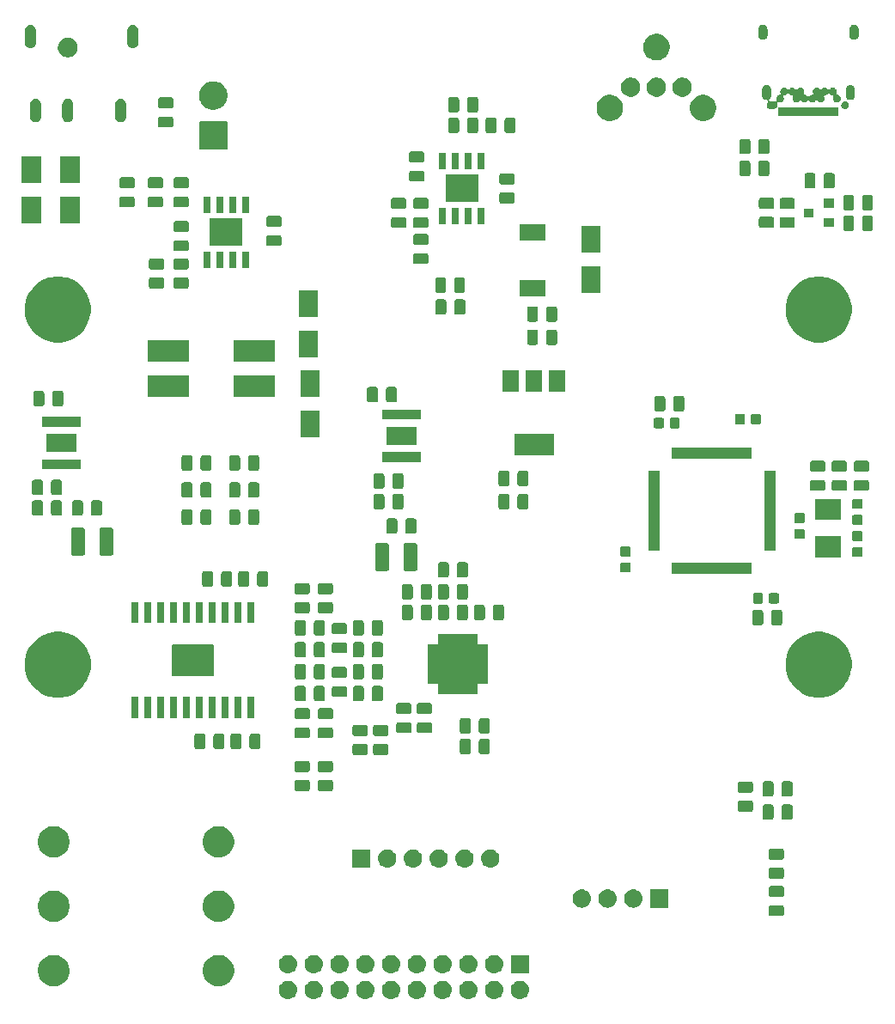
<source format=gbr>
G04 #@! TF.GenerationSoftware,KiCad,Pcbnew,5.0.2+dfsg1-1*
G04 #@! TF.CreationDate,2021-02-28T17:02:00+08:00*
G04 #@! TF.ProjectId,digital-amplifier2,64696769-7461-46c2-9d61-6d706c696669,rev?*
G04 #@! TF.SameCoordinates,Original*
G04 #@! TF.FileFunction,Soldermask,Top*
G04 #@! TF.FilePolarity,Negative*
%FSLAX46Y46*%
G04 Gerber Fmt 4.6, Leading zero omitted, Abs format (unit mm)*
G04 Created by KiCad (PCBNEW 5.0.2+dfsg1-1) date 2021年02月28日 星期日 17时02分00秒*
%MOMM*%
%LPD*%
G01*
G04 APERTURE LIST*
%ADD10C,0.152400*%
%ADD11C,0.100000*%
G04 APERTURE END LIST*
D10*
G04 #@! TO.C,U9*
X71310500Y-115541400D02*
X75247500Y-115541400D01*
X71310500Y-116012500D02*
X71310500Y-115541400D01*
X75247500Y-116012500D02*
X71310500Y-116012500D01*
X75247500Y-115541400D02*
X75247500Y-116012500D01*
X71310500Y-115141400D02*
X75247500Y-115141400D01*
X71310500Y-114754000D02*
X71310500Y-115141400D01*
X75247500Y-114754000D02*
X71310500Y-114754000D01*
X75247500Y-115141400D02*
X75247500Y-114754000D01*
X71310500Y-114354000D02*
X75247500Y-114354000D01*
X71310500Y-113966600D02*
X71310500Y-114354000D01*
X75247500Y-113966600D02*
X71310500Y-113966600D01*
X75247500Y-114354000D02*
X75247500Y-113966600D01*
X71310500Y-113095500D02*
X75247500Y-113095500D01*
X71310500Y-113566600D02*
X71310500Y-113095500D01*
X75247500Y-113566600D02*
X71310500Y-113566600D01*
X75247500Y-113095500D02*
X75247500Y-113566600D01*
X71310500Y-113095500D02*
X71897900Y-113095500D01*
X71310500Y-116012500D02*
X71310500Y-113095500D01*
X71897900Y-116012500D02*
X71310500Y-116012500D01*
X71897900Y-113095500D02*
X71897900Y-116012500D01*
X72297900Y-113095500D02*
X72685300Y-113095500D01*
X72297900Y-116012500D02*
X72297900Y-113095500D01*
X72685300Y-116012500D02*
X72297900Y-116012500D01*
X72685300Y-113095500D02*
X72685300Y-116012500D01*
X73085300Y-113095500D02*
X73472700Y-113095500D01*
X73085300Y-116012500D02*
X73085300Y-113095500D01*
X73472700Y-116012500D02*
X73085300Y-116012500D01*
X73472700Y-113095500D02*
X73472700Y-116012500D01*
X73872700Y-113095500D02*
X74260100Y-113095500D01*
X73872700Y-116012500D02*
X73872700Y-113095500D01*
X74260100Y-116012500D02*
X73872700Y-116012500D01*
X74260100Y-113095500D02*
X74260100Y-116012500D01*
X74660100Y-113095500D02*
X75247500Y-113095500D01*
X74660100Y-116012500D02*
X74660100Y-113095500D01*
X75247500Y-116012500D02*
X74660100Y-116012500D01*
X75247500Y-113095500D02*
X75247500Y-116012500D01*
G04 #@! TO.C,U5*
X97652500Y-116316100D02*
X101229500Y-116316100D01*
X97652500Y-116723500D02*
X97652500Y-116316100D01*
X101229500Y-116723500D02*
X97652500Y-116723500D01*
X101229500Y-116316100D02*
X101229500Y-116723500D01*
X97652500Y-115916100D02*
X101229500Y-115916100D01*
X97652500Y-115528700D02*
X97652500Y-115916100D01*
X101229500Y-115528700D02*
X97652500Y-115528700D01*
X101229500Y-115916100D02*
X101229500Y-115528700D01*
X97652500Y-115128700D02*
X101229500Y-115128700D01*
X97652500Y-114741300D02*
X97652500Y-115128700D01*
X101229500Y-114741300D02*
X97652500Y-114741300D01*
X101229500Y-115128700D02*
X101229500Y-114741300D01*
X97652500Y-114341300D02*
X101229500Y-114341300D01*
X97652500Y-113953900D02*
X97652500Y-114341300D01*
X101229500Y-113953900D02*
X97652500Y-113953900D01*
X101229500Y-114341300D02*
X101229500Y-113953900D01*
X97652500Y-113146500D02*
X101229500Y-113146500D01*
X97652500Y-113553900D02*
X97652500Y-113146500D01*
X101229500Y-113553900D02*
X97652500Y-113553900D01*
X101229500Y-113146500D02*
X101229500Y-113553900D01*
X97652500Y-113146500D02*
X98059900Y-113146500D01*
X97652500Y-116723500D02*
X97652500Y-113146500D01*
X98059900Y-116723500D02*
X97652500Y-116723500D01*
X98059900Y-113146500D02*
X98059900Y-116723500D01*
X98459900Y-113146500D02*
X98847300Y-113146500D01*
X98459900Y-116723500D02*
X98459900Y-113146500D01*
X98847300Y-116723500D02*
X98459900Y-116723500D01*
X98847300Y-113146500D02*
X98847300Y-116723500D01*
X99247300Y-113146500D02*
X99634700Y-113146500D01*
X99247300Y-116723500D02*
X99247300Y-113146500D01*
X99634700Y-116723500D02*
X99247300Y-116723500D01*
X99634700Y-113146500D02*
X99634700Y-116723500D01*
X100034700Y-113146500D02*
X100422100Y-113146500D01*
X100034700Y-116723500D02*
X100034700Y-113146500D01*
X100422100Y-116723500D02*
X100034700Y-116723500D01*
X100422100Y-113146500D02*
X100422100Y-116723500D01*
X100822100Y-113146500D02*
X101229500Y-113146500D01*
X100822100Y-116723500D02*
X100822100Y-113146500D01*
X101229500Y-116723500D02*
X100822100Y-116723500D01*
X101229500Y-113146500D02*
X101229500Y-116723500D01*
D11*
G36*
X105647443Y-146171519D02*
X105713627Y-146178037D01*
X105826853Y-146212384D01*
X105883467Y-146229557D01*
X106022087Y-146303652D01*
X106039991Y-146313222D01*
X106075729Y-146342552D01*
X106177186Y-146425814D01*
X106260448Y-146527271D01*
X106289778Y-146563009D01*
X106289779Y-146563011D01*
X106373443Y-146719533D01*
X106373443Y-146719534D01*
X106424963Y-146889373D01*
X106442359Y-147066000D01*
X106424963Y-147242627D01*
X106390616Y-147355853D01*
X106373443Y-147412467D01*
X106299348Y-147551087D01*
X106289778Y-147568991D01*
X106260448Y-147604729D01*
X106177186Y-147706186D01*
X106075729Y-147789448D01*
X106039991Y-147818778D01*
X106039989Y-147818779D01*
X105883467Y-147902443D01*
X105826853Y-147919616D01*
X105713627Y-147953963D01*
X105647443Y-147960481D01*
X105581260Y-147967000D01*
X105492740Y-147967000D01*
X105426557Y-147960481D01*
X105360373Y-147953963D01*
X105247147Y-147919616D01*
X105190533Y-147902443D01*
X105034011Y-147818779D01*
X105034009Y-147818778D01*
X104998271Y-147789448D01*
X104896814Y-147706186D01*
X104813552Y-147604729D01*
X104784222Y-147568991D01*
X104774652Y-147551087D01*
X104700557Y-147412467D01*
X104683384Y-147355853D01*
X104649037Y-147242627D01*
X104631641Y-147066000D01*
X104649037Y-146889373D01*
X104700557Y-146719534D01*
X104700557Y-146719533D01*
X104784221Y-146563011D01*
X104784222Y-146563009D01*
X104813552Y-146527271D01*
X104896814Y-146425814D01*
X104998271Y-146342552D01*
X105034009Y-146313222D01*
X105051913Y-146303652D01*
X105190533Y-146229557D01*
X105247147Y-146212384D01*
X105360373Y-146178037D01*
X105426557Y-146171519D01*
X105492740Y-146165000D01*
X105581260Y-146165000D01*
X105647443Y-146171519D01*
X105647443Y-146171519D01*
G37*
G36*
X103107443Y-146171519D02*
X103173627Y-146178037D01*
X103286853Y-146212384D01*
X103343467Y-146229557D01*
X103482087Y-146303652D01*
X103499991Y-146313222D01*
X103535729Y-146342552D01*
X103637186Y-146425814D01*
X103720448Y-146527271D01*
X103749778Y-146563009D01*
X103749779Y-146563011D01*
X103833443Y-146719533D01*
X103833443Y-146719534D01*
X103884963Y-146889373D01*
X103902359Y-147066000D01*
X103884963Y-147242627D01*
X103850616Y-147355853D01*
X103833443Y-147412467D01*
X103759348Y-147551087D01*
X103749778Y-147568991D01*
X103720448Y-147604729D01*
X103637186Y-147706186D01*
X103535729Y-147789448D01*
X103499991Y-147818778D01*
X103499989Y-147818779D01*
X103343467Y-147902443D01*
X103286853Y-147919616D01*
X103173627Y-147953963D01*
X103107443Y-147960481D01*
X103041260Y-147967000D01*
X102952740Y-147967000D01*
X102886557Y-147960481D01*
X102820373Y-147953963D01*
X102707147Y-147919616D01*
X102650533Y-147902443D01*
X102494011Y-147818779D01*
X102494009Y-147818778D01*
X102458271Y-147789448D01*
X102356814Y-147706186D01*
X102273552Y-147604729D01*
X102244222Y-147568991D01*
X102234652Y-147551087D01*
X102160557Y-147412467D01*
X102143384Y-147355853D01*
X102109037Y-147242627D01*
X102091641Y-147066000D01*
X102109037Y-146889373D01*
X102160557Y-146719534D01*
X102160557Y-146719533D01*
X102244221Y-146563011D01*
X102244222Y-146563009D01*
X102273552Y-146527271D01*
X102356814Y-146425814D01*
X102458271Y-146342552D01*
X102494009Y-146313222D01*
X102511913Y-146303652D01*
X102650533Y-146229557D01*
X102707147Y-146212384D01*
X102820373Y-146178037D01*
X102886557Y-146171519D01*
X102952740Y-146165000D01*
X103041260Y-146165000D01*
X103107443Y-146171519D01*
X103107443Y-146171519D01*
G37*
G36*
X82787443Y-146171519D02*
X82853627Y-146178037D01*
X82966853Y-146212384D01*
X83023467Y-146229557D01*
X83162087Y-146303652D01*
X83179991Y-146313222D01*
X83215729Y-146342552D01*
X83317186Y-146425814D01*
X83400448Y-146527271D01*
X83429778Y-146563009D01*
X83429779Y-146563011D01*
X83513443Y-146719533D01*
X83513443Y-146719534D01*
X83564963Y-146889373D01*
X83582359Y-147066000D01*
X83564963Y-147242627D01*
X83530616Y-147355853D01*
X83513443Y-147412467D01*
X83439348Y-147551087D01*
X83429778Y-147568991D01*
X83400448Y-147604729D01*
X83317186Y-147706186D01*
X83215729Y-147789448D01*
X83179991Y-147818778D01*
X83179989Y-147818779D01*
X83023467Y-147902443D01*
X82966853Y-147919616D01*
X82853627Y-147953963D01*
X82787443Y-147960481D01*
X82721260Y-147967000D01*
X82632740Y-147967000D01*
X82566557Y-147960481D01*
X82500373Y-147953963D01*
X82387147Y-147919616D01*
X82330533Y-147902443D01*
X82174011Y-147818779D01*
X82174009Y-147818778D01*
X82138271Y-147789448D01*
X82036814Y-147706186D01*
X81953552Y-147604729D01*
X81924222Y-147568991D01*
X81914652Y-147551087D01*
X81840557Y-147412467D01*
X81823384Y-147355853D01*
X81789037Y-147242627D01*
X81771641Y-147066000D01*
X81789037Y-146889373D01*
X81840557Y-146719534D01*
X81840557Y-146719533D01*
X81924221Y-146563011D01*
X81924222Y-146563009D01*
X81953552Y-146527271D01*
X82036814Y-146425814D01*
X82138271Y-146342552D01*
X82174009Y-146313222D01*
X82191913Y-146303652D01*
X82330533Y-146229557D01*
X82387147Y-146212384D01*
X82500373Y-146178037D01*
X82566557Y-146171519D01*
X82632740Y-146165000D01*
X82721260Y-146165000D01*
X82787443Y-146171519D01*
X82787443Y-146171519D01*
G37*
G36*
X85327443Y-146171519D02*
X85393627Y-146178037D01*
X85506853Y-146212384D01*
X85563467Y-146229557D01*
X85702087Y-146303652D01*
X85719991Y-146313222D01*
X85755729Y-146342552D01*
X85857186Y-146425814D01*
X85940448Y-146527271D01*
X85969778Y-146563009D01*
X85969779Y-146563011D01*
X86053443Y-146719533D01*
X86053443Y-146719534D01*
X86104963Y-146889373D01*
X86122359Y-147066000D01*
X86104963Y-147242627D01*
X86070616Y-147355853D01*
X86053443Y-147412467D01*
X85979348Y-147551087D01*
X85969778Y-147568991D01*
X85940448Y-147604729D01*
X85857186Y-147706186D01*
X85755729Y-147789448D01*
X85719991Y-147818778D01*
X85719989Y-147818779D01*
X85563467Y-147902443D01*
X85506853Y-147919616D01*
X85393627Y-147953963D01*
X85327443Y-147960481D01*
X85261260Y-147967000D01*
X85172740Y-147967000D01*
X85106557Y-147960481D01*
X85040373Y-147953963D01*
X84927147Y-147919616D01*
X84870533Y-147902443D01*
X84714011Y-147818779D01*
X84714009Y-147818778D01*
X84678271Y-147789448D01*
X84576814Y-147706186D01*
X84493552Y-147604729D01*
X84464222Y-147568991D01*
X84454652Y-147551087D01*
X84380557Y-147412467D01*
X84363384Y-147355853D01*
X84329037Y-147242627D01*
X84311641Y-147066000D01*
X84329037Y-146889373D01*
X84380557Y-146719534D01*
X84380557Y-146719533D01*
X84464221Y-146563011D01*
X84464222Y-146563009D01*
X84493552Y-146527271D01*
X84576814Y-146425814D01*
X84678271Y-146342552D01*
X84714009Y-146313222D01*
X84731913Y-146303652D01*
X84870533Y-146229557D01*
X84927147Y-146212384D01*
X85040373Y-146178037D01*
X85106557Y-146171519D01*
X85172740Y-146165000D01*
X85261260Y-146165000D01*
X85327443Y-146171519D01*
X85327443Y-146171519D01*
G37*
G36*
X87867443Y-146171519D02*
X87933627Y-146178037D01*
X88046853Y-146212384D01*
X88103467Y-146229557D01*
X88242087Y-146303652D01*
X88259991Y-146313222D01*
X88295729Y-146342552D01*
X88397186Y-146425814D01*
X88480448Y-146527271D01*
X88509778Y-146563009D01*
X88509779Y-146563011D01*
X88593443Y-146719533D01*
X88593443Y-146719534D01*
X88644963Y-146889373D01*
X88662359Y-147066000D01*
X88644963Y-147242627D01*
X88610616Y-147355853D01*
X88593443Y-147412467D01*
X88519348Y-147551087D01*
X88509778Y-147568991D01*
X88480448Y-147604729D01*
X88397186Y-147706186D01*
X88295729Y-147789448D01*
X88259991Y-147818778D01*
X88259989Y-147818779D01*
X88103467Y-147902443D01*
X88046853Y-147919616D01*
X87933627Y-147953963D01*
X87867443Y-147960481D01*
X87801260Y-147967000D01*
X87712740Y-147967000D01*
X87646557Y-147960481D01*
X87580373Y-147953963D01*
X87467147Y-147919616D01*
X87410533Y-147902443D01*
X87254011Y-147818779D01*
X87254009Y-147818778D01*
X87218271Y-147789448D01*
X87116814Y-147706186D01*
X87033552Y-147604729D01*
X87004222Y-147568991D01*
X86994652Y-147551087D01*
X86920557Y-147412467D01*
X86903384Y-147355853D01*
X86869037Y-147242627D01*
X86851641Y-147066000D01*
X86869037Y-146889373D01*
X86920557Y-146719534D01*
X86920557Y-146719533D01*
X87004221Y-146563011D01*
X87004222Y-146563009D01*
X87033552Y-146527271D01*
X87116814Y-146425814D01*
X87218271Y-146342552D01*
X87254009Y-146313222D01*
X87271913Y-146303652D01*
X87410533Y-146229557D01*
X87467147Y-146212384D01*
X87580373Y-146178037D01*
X87646557Y-146171519D01*
X87712740Y-146165000D01*
X87801260Y-146165000D01*
X87867443Y-146171519D01*
X87867443Y-146171519D01*
G37*
G36*
X90407443Y-146171519D02*
X90473627Y-146178037D01*
X90586853Y-146212384D01*
X90643467Y-146229557D01*
X90782087Y-146303652D01*
X90799991Y-146313222D01*
X90835729Y-146342552D01*
X90937186Y-146425814D01*
X91020448Y-146527271D01*
X91049778Y-146563009D01*
X91049779Y-146563011D01*
X91133443Y-146719533D01*
X91133443Y-146719534D01*
X91184963Y-146889373D01*
X91202359Y-147066000D01*
X91184963Y-147242627D01*
X91150616Y-147355853D01*
X91133443Y-147412467D01*
X91059348Y-147551087D01*
X91049778Y-147568991D01*
X91020448Y-147604729D01*
X90937186Y-147706186D01*
X90835729Y-147789448D01*
X90799991Y-147818778D01*
X90799989Y-147818779D01*
X90643467Y-147902443D01*
X90586853Y-147919616D01*
X90473627Y-147953963D01*
X90407443Y-147960481D01*
X90341260Y-147967000D01*
X90252740Y-147967000D01*
X90186557Y-147960481D01*
X90120373Y-147953963D01*
X90007147Y-147919616D01*
X89950533Y-147902443D01*
X89794011Y-147818779D01*
X89794009Y-147818778D01*
X89758271Y-147789448D01*
X89656814Y-147706186D01*
X89573552Y-147604729D01*
X89544222Y-147568991D01*
X89534652Y-147551087D01*
X89460557Y-147412467D01*
X89443384Y-147355853D01*
X89409037Y-147242627D01*
X89391641Y-147066000D01*
X89409037Y-146889373D01*
X89460557Y-146719534D01*
X89460557Y-146719533D01*
X89544221Y-146563011D01*
X89544222Y-146563009D01*
X89573552Y-146527271D01*
X89656814Y-146425814D01*
X89758271Y-146342552D01*
X89794009Y-146313222D01*
X89811913Y-146303652D01*
X89950533Y-146229557D01*
X90007147Y-146212384D01*
X90120373Y-146178037D01*
X90186557Y-146171519D01*
X90252740Y-146165000D01*
X90341260Y-146165000D01*
X90407443Y-146171519D01*
X90407443Y-146171519D01*
G37*
G36*
X95487443Y-146171519D02*
X95553627Y-146178037D01*
X95666853Y-146212384D01*
X95723467Y-146229557D01*
X95862087Y-146303652D01*
X95879991Y-146313222D01*
X95915729Y-146342552D01*
X96017186Y-146425814D01*
X96100448Y-146527271D01*
X96129778Y-146563009D01*
X96129779Y-146563011D01*
X96213443Y-146719533D01*
X96213443Y-146719534D01*
X96264963Y-146889373D01*
X96282359Y-147066000D01*
X96264963Y-147242627D01*
X96230616Y-147355853D01*
X96213443Y-147412467D01*
X96139348Y-147551087D01*
X96129778Y-147568991D01*
X96100448Y-147604729D01*
X96017186Y-147706186D01*
X95915729Y-147789448D01*
X95879991Y-147818778D01*
X95879989Y-147818779D01*
X95723467Y-147902443D01*
X95666853Y-147919616D01*
X95553627Y-147953963D01*
X95487443Y-147960481D01*
X95421260Y-147967000D01*
X95332740Y-147967000D01*
X95266557Y-147960481D01*
X95200373Y-147953963D01*
X95087147Y-147919616D01*
X95030533Y-147902443D01*
X94874011Y-147818779D01*
X94874009Y-147818778D01*
X94838271Y-147789448D01*
X94736814Y-147706186D01*
X94653552Y-147604729D01*
X94624222Y-147568991D01*
X94614652Y-147551087D01*
X94540557Y-147412467D01*
X94523384Y-147355853D01*
X94489037Y-147242627D01*
X94471641Y-147066000D01*
X94489037Y-146889373D01*
X94540557Y-146719534D01*
X94540557Y-146719533D01*
X94624221Y-146563011D01*
X94624222Y-146563009D01*
X94653552Y-146527271D01*
X94736814Y-146425814D01*
X94838271Y-146342552D01*
X94874009Y-146313222D01*
X94891913Y-146303652D01*
X95030533Y-146229557D01*
X95087147Y-146212384D01*
X95200373Y-146178037D01*
X95266557Y-146171519D01*
X95332740Y-146165000D01*
X95421260Y-146165000D01*
X95487443Y-146171519D01*
X95487443Y-146171519D01*
G37*
G36*
X92947443Y-146171519D02*
X93013627Y-146178037D01*
X93126853Y-146212384D01*
X93183467Y-146229557D01*
X93322087Y-146303652D01*
X93339991Y-146313222D01*
X93375729Y-146342552D01*
X93477186Y-146425814D01*
X93560448Y-146527271D01*
X93589778Y-146563009D01*
X93589779Y-146563011D01*
X93673443Y-146719533D01*
X93673443Y-146719534D01*
X93724963Y-146889373D01*
X93742359Y-147066000D01*
X93724963Y-147242627D01*
X93690616Y-147355853D01*
X93673443Y-147412467D01*
X93599348Y-147551087D01*
X93589778Y-147568991D01*
X93560448Y-147604729D01*
X93477186Y-147706186D01*
X93375729Y-147789448D01*
X93339991Y-147818778D01*
X93339989Y-147818779D01*
X93183467Y-147902443D01*
X93126853Y-147919616D01*
X93013627Y-147953963D01*
X92947443Y-147960481D01*
X92881260Y-147967000D01*
X92792740Y-147967000D01*
X92726557Y-147960481D01*
X92660373Y-147953963D01*
X92547147Y-147919616D01*
X92490533Y-147902443D01*
X92334011Y-147818779D01*
X92334009Y-147818778D01*
X92298271Y-147789448D01*
X92196814Y-147706186D01*
X92113552Y-147604729D01*
X92084222Y-147568991D01*
X92074652Y-147551087D01*
X92000557Y-147412467D01*
X91983384Y-147355853D01*
X91949037Y-147242627D01*
X91931641Y-147066000D01*
X91949037Y-146889373D01*
X92000557Y-146719534D01*
X92000557Y-146719533D01*
X92084221Y-146563011D01*
X92084222Y-146563009D01*
X92113552Y-146527271D01*
X92196814Y-146425814D01*
X92298271Y-146342552D01*
X92334009Y-146313222D01*
X92351913Y-146303652D01*
X92490533Y-146229557D01*
X92547147Y-146212384D01*
X92660373Y-146178037D01*
X92726557Y-146171519D01*
X92792740Y-146165000D01*
X92881260Y-146165000D01*
X92947443Y-146171519D01*
X92947443Y-146171519D01*
G37*
G36*
X100567443Y-146171519D02*
X100633627Y-146178037D01*
X100746853Y-146212384D01*
X100803467Y-146229557D01*
X100942087Y-146303652D01*
X100959991Y-146313222D01*
X100995729Y-146342552D01*
X101097186Y-146425814D01*
X101180448Y-146527271D01*
X101209778Y-146563009D01*
X101209779Y-146563011D01*
X101293443Y-146719533D01*
X101293443Y-146719534D01*
X101344963Y-146889373D01*
X101362359Y-147066000D01*
X101344963Y-147242627D01*
X101310616Y-147355853D01*
X101293443Y-147412467D01*
X101219348Y-147551087D01*
X101209778Y-147568991D01*
X101180448Y-147604729D01*
X101097186Y-147706186D01*
X100995729Y-147789448D01*
X100959991Y-147818778D01*
X100959989Y-147818779D01*
X100803467Y-147902443D01*
X100746853Y-147919616D01*
X100633627Y-147953963D01*
X100567443Y-147960481D01*
X100501260Y-147967000D01*
X100412740Y-147967000D01*
X100346557Y-147960481D01*
X100280373Y-147953963D01*
X100167147Y-147919616D01*
X100110533Y-147902443D01*
X99954011Y-147818779D01*
X99954009Y-147818778D01*
X99918271Y-147789448D01*
X99816814Y-147706186D01*
X99733552Y-147604729D01*
X99704222Y-147568991D01*
X99694652Y-147551087D01*
X99620557Y-147412467D01*
X99603384Y-147355853D01*
X99569037Y-147242627D01*
X99551641Y-147066000D01*
X99569037Y-146889373D01*
X99620557Y-146719534D01*
X99620557Y-146719533D01*
X99704221Y-146563011D01*
X99704222Y-146563009D01*
X99733552Y-146527271D01*
X99816814Y-146425814D01*
X99918271Y-146342552D01*
X99954009Y-146313222D01*
X99971913Y-146303652D01*
X100110533Y-146229557D01*
X100167147Y-146212384D01*
X100280373Y-146178037D01*
X100346557Y-146171519D01*
X100412740Y-146165000D01*
X100501260Y-146165000D01*
X100567443Y-146171519D01*
X100567443Y-146171519D01*
G37*
G36*
X98027443Y-146171519D02*
X98093627Y-146178037D01*
X98206853Y-146212384D01*
X98263467Y-146229557D01*
X98402087Y-146303652D01*
X98419991Y-146313222D01*
X98455729Y-146342552D01*
X98557186Y-146425814D01*
X98640448Y-146527271D01*
X98669778Y-146563009D01*
X98669779Y-146563011D01*
X98753443Y-146719533D01*
X98753443Y-146719534D01*
X98804963Y-146889373D01*
X98822359Y-147066000D01*
X98804963Y-147242627D01*
X98770616Y-147355853D01*
X98753443Y-147412467D01*
X98679348Y-147551087D01*
X98669778Y-147568991D01*
X98640448Y-147604729D01*
X98557186Y-147706186D01*
X98455729Y-147789448D01*
X98419991Y-147818778D01*
X98419989Y-147818779D01*
X98263467Y-147902443D01*
X98206853Y-147919616D01*
X98093627Y-147953963D01*
X98027443Y-147960481D01*
X97961260Y-147967000D01*
X97872740Y-147967000D01*
X97806557Y-147960481D01*
X97740373Y-147953963D01*
X97627147Y-147919616D01*
X97570533Y-147902443D01*
X97414011Y-147818779D01*
X97414009Y-147818778D01*
X97378271Y-147789448D01*
X97276814Y-147706186D01*
X97193552Y-147604729D01*
X97164222Y-147568991D01*
X97154652Y-147551087D01*
X97080557Y-147412467D01*
X97063384Y-147355853D01*
X97029037Y-147242627D01*
X97011641Y-147066000D01*
X97029037Y-146889373D01*
X97080557Y-146719534D01*
X97080557Y-146719533D01*
X97164221Y-146563011D01*
X97164222Y-146563009D01*
X97193552Y-146527271D01*
X97276814Y-146425814D01*
X97378271Y-146342552D01*
X97414009Y-146313222D01*
X97431913Y-146303652D01*
X97570533Y-146229557D01*
X97627147Y-146212384D01*
X97740373Y-146178037D01*
X97806557Y-146171519D01*
X97872740Y-146165000D01*
X97961260Y-146165000D01*
X98027443Y-146171519D01*
X98027443Y-146171519D01*
G37*
G36*
X76112712Y-143638037D02*
X76271410Y-143669604D01*
X76553674Y-143786521D01*
X76807705Y-143956259D01*
X77023741Y-144172295D01*
X77193479Y-144426326D01*
X77307925Y-144702625D01*
X77310396Y-144708591D01*
X77370000Y-145008238D01*
X77370000Y-145313762D01*
X77347475Y-145427000D01*
X77310396Y-145613410D01*
X77193479Y-145895674D01*
X77023741Y-146149705D01*
X76807705Y-146365741D01*
X76553674Y-146535479D01*
X76271410Y-146652396D01*
X76171527Y-146672264D01*
X75971762Y-146712000D01*
X75666238Y-146712000D01*
X75466473Y-146672264D01*
X75366590Y-146652396D01*
X75084326Y-146535479D01*
X74830295Y-146365741D01*
X74614259Y-146149705D01*
X74444521Y-145895674D01*
X74327604Y-145613410D01*
X74290525Y-145427000D01*
X74268000Y-145313762D01*
X74268000Y-145008238D01*
X74327604Y-144708591D01*
X74330075Y-144702625D01*
X74444521Y-144426326D01*
X74614259Y-144172295D01*
X74830295Y-143956259D01*
X75084326Y-143786521D01*
X75366590Y-143669604D01*
X75525288Y-143638037D01*
X75666238Y-143610000D01*
X75971762Y-143610000D01*
X76112712Y-143638037D01*
X76112712Y-143638037D01*
G37*
G36*
X59882712Y-143638037D02*
X60041410Y-143669604D01*
X60323674Y-143786521D01*
X60577705Y-143956259D01*
X60793741Y-144172295D01*
X60963479Y-144426326D01*
X61077925Y-144702625D01*
X61080396Y-144708591D01*
X61140000Y-145008238D01*
X61140000Y-145313762D01*
X61117475Y-145427000D01*
X61080396Y-145613410D01*
X60963479Y-145895674D01*
X60793741Y-146149705D01*
X60577705Y-146365741D01*
X60323674Y-146535479D01*
X60041410Y-146652396D01*
X59941527Y-146672264D01*
X59741762Y-146712000D01*
X59436238Y-146712000D01*
X59236473Y-146672264D01*
X59136590Y-146652396D01*
X58854326Y-146535479D01*
X58600295Y-146365741D01*
X58384259Y-146149705D01*
X58214521Y-145895674D01*
X58097604Y-145613410D01*
X58060525Y-145427000D01*
X58038000Y-145313762D01*
X58038000Y-145008238D01*
X58097604Y-144708591D01*
X58100075Y-144702625D01*
X58214521Y-144426326D01*
X58384259Y-144172295D01*
X58600295Y-143956259D01*
X58854326Y-143786521D01*
X59136590Y-143669604D01*
X59295288Y-143638037D01*
X59436238Y-143610000D01*
X59741762Y-143610000D01*
X59882712Y-143638037D01*
X59882712Y-143638037D01*
G37*
G36*
X82787442Y-143631518D02*
X82853627Y-143638037D01*
X82966853Y-143672384D01*
X83023467Y-143689557D01*
X83162087Y-143763652D01*
X83179991Y-143773222D01*
X83215729Y-143802552D01*
X83317186Y-143885814D01*
X83375000Y-143956262D01*
X83429778Y-144023009D01*
X83429779Y-144023011D01*
X83513443Y-144179533D01*
X83513443Y-144179534D01*
X83564963Y-144349373D01*
X83582359Y-144526000D01*
X83564963Y-144702627D01*
X83530616Y-144815853D01*
X83513443Y-144872467D01*
X83440871Y-145008238D01*
X83429778Y-145028991D01*
X83400448Y-145064729D01*
X83317186Y-145166186D01*
X83215729Y-145249448D01*
X83179991Y-145278778D01*
X83179989Y-145278779D01*
X83023467Y-145362443D01*
X82966853Y-145379616D01*
X82853627Y-145413963D01*
X82787443Y-145420481D01*
X82721260Y-145427000D01*
X82632740Y-145427000D01*
X82566557Y-145420481D01*
X82500373Y-145413963D01*
X82387147Y-145379616D01*
X82330533Y-145362443D01*
X82174011Y-145278779D01*
X82174009Y-145278778D01*
X82138271Y-145249448D01*
X82036814Y-145166186D01*
X81953552Y-145064729D01*
X81924222Y-145028991D01*
X81913129Y-145008238D01*
X81840557Y-144872467D01*
X81823384Y-144815853D01*
X81789037Y-144702627D01*
X81771641Y-144526000D01*
X81789037Y-144349373D01*
X81840557Y-144179534D01*
X81840557Y-144179533D01*
X81924221Y-144023011D01*
X81924222Y-144023009D01*
X81979000Y-143956262D01*
X82036814Y-143885814D01*
X82138271Y-143802552D01*
X82174009Y-143773222D01*
X82191913Y-143763652D01*
X82330533Y-143689557D01*
X82387147Y-143672384D01*
X82500373Y-143638037D01*
X82566558Y-143631518D01*
X82632740Y-143625000D01*
X82721260Y-143625000D01*
X82787442Y-143631518D01*
X82787442Y-143631518D01*
G37*
G36*
X85327442Y-143631518D02*
X85393627Y-143638037D01*
X85506853Y-143672384D01*
X85563467Y-143689557D01*
X85702087Y-143763652D01*
X85719991Y-143773222D01*
X85755729Y-143802552D01*
X85857186Y-143885814D01*
X85915000Y-143956262D01*
X85969778Y-144023009D01*
X85969779Y-144023011D01*
X86053443Y-144179533D01*
X86053443Y-144179534D01*
X86104963Y-144349373D01*
X86122359Y-144526000D01*
X86104963Y-144702627D01*
X86070616Y-144815853D01*
X86053443Y-144872467D01*
X85980871Y-145008238D01*
X85969778Y-145028991D01*
X85940448Y-145064729D01*
X85857186Y-145166186D01*
X85755729Y-145249448D01*
X85719991Y-145278778D01*
X85719989Y-145278779D01*
X85563467Y-145362443D01*
X85506853Y-145379616D01*
X85393627Y-145413963D01*
X85327443Y-145420481D01*
X85261260Y-145427000D01*
X85172740Y-145427000D01*
X85106557Y-145420481D01*
X85040373Y-145413963D01*
X84927147Y-145379616D01*
X84870533Y-145362443D01*
X84714011Y-145278779D01*
X84714009Y-145278778D01*
X84678271Y-145249448D01*
X84576814Y-145166186D01*
X84493552Y-145064729D01*
X84464222Y-145028991D01*
X84453129Y-145008238D01*
X84380557Y-144872467D01*
X84363384Y-144815853D01*
X84329037Y-144702627D01*
X84311641Y-144526000D01*
X84329037Y-144349373D01*
X84380557Y-144179534D01*
X84380557Y-144179533D01*
X84464221Y-144023011D01*
X84464222Y-144023009D01*
X84519000Y-143956262D01*
X84576814Y-143885814D01*
X84678271Y-143802552D01*
X84714009Y-143773222D01*
X84731913Y-143763652D01*
X84870533Y-143689557D01*
X84927147Y-143672384D01*
X85040373Y-143638037D01*
X85106558Y-143631518D01*
X85172740Y-143625000D01*
X85261260Y-143625000D01*
X85327442Y-143631518D01*
X85327442Y-143631518D01*
G37*
G36*
X106438000Y-145427000D02*
X104636000Y-145427000D01*
X104636000Y-143625000D01*
X106438000Y-143625000D01*
X106438000Y-145427000D01*
X106438000Y-145427000D01*
G37*
G36*
X87867442Y-143631518D02*
X87933627Y-143638037D01*
X88046853Y-143672384D01*
X88103467Y-143689557D01*
X88242087Y-143763652D01*
X88259991Y-143773222D01*
X88295729Y-143802552D01*
X88397186Y-143885814D01*
X88455000Y-143956262D01*
X88509778Y-144023009D01*
X88509779Y-144023011D01*
X88593443Y-144179533D01*
X88593443Y-144179534D01*
X88644963Y-144349373D01*
X88662359Y-144526000D01*
X88644963Y-144702627D01*
X88610616Y-144815853D01*
X88593443Y-144872467D01*
X88520871Y-145008238D01*
X88509778Y-145028991D01*
X88480448Y-145064729D01*
X88397186Y-145166186D01*
X88295729Y-145249448D01*
X88259991Y-145278778D01*
X88259989Y-145278779D01*
X88103467Y-145362443D01*
X88046853Y-145379616D01*
X87933627Y-145413963D01*
X87867443Y-145420481D01*
X87801260Y-145427000D01*
X87712740Y-145427000D01*
X87646557Y-145420481D01*
X87580373Y-145413963D01*
X87467147Y-145379616D01*
X87410533Y-145362443D01*
X87254011Y-145278779D01*
X87254009Y-145278778D01*
X87218271Y-145249448D01*
X87116814Y-145166186D01*
X87033552Y-145064729D01*
X87004222Y-145028991D01*
X86993129Y-145008238D01*
X86920557Y-144872467D01*
X86903384Y-144815853D01*
X86869037Y-144702627D01*
X86851641Y-144526000D01*
X86869037Y-144349373D01*
X86920557Y-144179534D01*
X86920557Y-144179533D01*
X87004221Y-144023011D01*
X87004222Y-144023009D01*
X87059000Y-143956262D01*
X87116814Y-143885814D01*
X87218271Y-143802552D01*
X87254009Y-143773222D01*
X87271913Y-143763652D01*
X87410533Y-143689557D01*
X87467147Y-143672384D01*
X87580373Y-143638037D01*
X87646558Y-143631518D01*
X87712740Y-143625000D01*
X87801260Y-143625000D01*
X87867442Y-143631518D01*
X87867442Y-143631518D01*
G37*
G36*
X103107442Y-143631518D02*
X103173627Y-143638037D01*
X103286853Y-143672384D01*
X103343467Y-143689557D01*
X103482087Y-143763652D01*
X103499991Y-143773222D01*
X103535729Y-143802552D01*
X103637186Y-143885814D01*
X103695000Y-143956262D01*
X103749778Y-144023009D01*
X103749779Y-144023011D01*
X103833443Y-144179533D01*
X103833443Y-144179534D01*
X103884963Y-144349373D01*
X103902359Y-144526000D01*
X103884963Y-144702627D01*
X103850616Y-144815853D01*
X103833443Y-144872467D01*
X103760871Y-145008238D01*
X103749778Y-145028991D01*
X103720448Y-145064729D01*
X103637186Y-145166186D01*
X103535729Y-145249448D01*
X103499991Y-145278778D01*
X103499989Y-145278779D01*
X103343467Y-145362443D01*
X103286853Y-145379616D01*
X103173627Y-145413963D01*
X103107443Y-145420481D01*
X103041260Y-145427000D01*
X102952740Y-145427000D01*
X102886557Y-145420481D01*
X102820373Y-145413963D01*
X102707147Y-145379616D01*
X102650533Y-145362443D01*
X102494011Y-145278779D01*
X102494009Y-145278778D01*
X102458271Y-145249448D01*
X102356814Y-145166186D01*
X102273552Y-145064729D01*
X102244222Y-145028991D01*
X102233129Y-145008238D01*
X102160557Y-144872467D01*
X102143384Y-144815853D01*
X102109037Y-144702627D01*
X102091641Y-144526000D01*
X102109037Y-144349373D01*
X102160557Y-144179534D01*
X102160557Y-144179533D01*
X102244221Y-144023011D01*
X102244222Y-144023009D01*
X102299000Y-143956262D01*
X102356814Y-143885814D01*
X102458271Y-143802552D01*
X102494009Y-143773222D01*
X102511913Y-143763652D01*
X102650533Y-143689557D01*
X102707147Y-143672384D01*
X102820373Y-143638037D01*
X102886558Y-143631518D01*
X102952740Y-143625000D01*
X103041260Y-143625000D01*
X103107442Y-143631518D01*
X103107442Y-143631518D01*
G37*
G36*
X90407442Y-143631518D02*
X90473627Y-143638037D01*
X90586853Y-143672384D01*
X90643467Y-143689557D01*
X90782087Y-143763652D01*
X90799991Y-143773222D01*
X90835729Y-143802552D01*
X90937186Y-143885814D01*
X90995000Y-143956262D01*
X91049778Y-144023009D01*
X91049779Y-144023011D01*
X91133443Y-144179533D01*
X91133443Y-144179534D01*
X91184963Y-144349373D01*
X91202359Y-144526000D01*
X91184963Y-144702627D01*
X91150616Y-144815853D01*
X91133443Y-144872467D01*
X91060871Y-145008238D01*
X91049778Y-145028991D01*
X91020448Y-145064729D01*
X90937186Y-145166186D01*
X90835729Y-145249448D01*
X90799991Y-145278778D01*
X90799989Y-145278779D01*
X90643467Y-145362443D01*
X90586853Y-145379616D01*
X90473627Y-145413963D01*
X90407443Y-145420481D01*
X90341260Y-145427000D01*
X90252740Y-145427000D01*
X90186557Y-145420481D01*
X90120373Y-145413963D01*
X90007147Y-145379616D01*
X89950533Y-145362443D01*
X89794011Y-145278779D01*
X89794009Y-145278778D01*
X89758271Y-145249448D01*
X89656814Y-145166186D01*
X89573552Y-145064729D01*
X89544222Y-145028991D01*
X89533129Y-145008238D01*
X89460557Y-144872467D01*
X89443384Y-144815853D01*
X89409037Y-144702627D01*
X89391641Y-144526000D01*
X89409037Y-144349373D01*
X89460557Y-144179534D01*
X89460557Y-144179533D01*
X89544221Y-144023011D01*
X89544222Y-144023009D01*
X89599000Y-143956262D01*
X89656814Y-143885814D01*
X89758271Y-143802552D01*
X89794009Y-143773222D01*
X89811913Y-143763652D01*
X89950533Y-143689557D01*
X90007147Y-143672384D01*
X90120373Y-143638037D01*
X90186558Y-143631518D01*
X90252740Y-143625000D01*
X90341260Y-143625000D01*
X90407442Y-143631518D01*
X90407442Y-143631518D01*
G37*
G36*
X100567442Y-143631518D02*
X100633627Y-143638037D01*
X100746853Y-143672384D01*
X100803467Y-143689557D01*
X100942087Y-143763652D01*
X100959991Y-143773222D01*
X100995729Y-143802552D01*
X101097186Y-143885814D01*
X101155000Y-143956262D01*
X101209778Y-144023009D01*
X101209779Y-144023011D01*
X101293443Y-144179533D01*
X101293443Y-144179534D01*
X101344963Y-144349373D01*
X101362359Y-144526000D01*
X101344963Y-144702627D01*
X101310616Y-144815853D01*
X101293443Y-144872467D01*
X101220871Y-145008238D01*
X101209778Y-145028991D01*
X101180448Y-145064729D01*
X101097186Y-145166186D01*
X100995729Y-145249448D01*
X100959991Y-145278778D01*
X100959989Y-145278779D01*
X100803467Y-145362443D01*
X100746853Y-145379616D01*
X100633627Y-145413963D01*
X100567443Y-145420481D01*
X100501260Y-145427000D01*
X100412740Y-145427000D01*
X100346557Y-145420481D01*
X100280373Y-145413963D01*
X100167147Y-145379616D01*
X100110533Y-145362443D01*
X99954011Y-145278779D01*
X99954009Y-145278778D01*
X99918271Y-145249448D01*
X99816814Y-145166186D01*
X99733552Y-145064729D01*
X99704222Y-145028991D01*
X99693129Y-145008238D01*
X99620557Y-144872467D01*
X99603384Y-144815853D01*
X99569037Y-144702627D01*
X99551641Y-144526000D01*
X99569037Y-144349373D01*
X99620557Y-144179534D01*
X99620557Y-144179533D01*
X99704221Y-144023011D01*
X99704222Y-144023009D01*
X99759000Y-143956262D01*
X99816814Y-143885814D01*
X99918271Y-143802552D01*
X99954009Y-143773222D01*
X99971913Y-143763652D01*
X100110533Y-143689557D01*
X100167147Y-143672384D01*
X100280373Y-143638037D01*
X100346558Y-143631518D01*
X100412740Y-143625000D01*
X100501260Y-143625000D01*
X100567442Y-143631518D01*
X100567442Y-143631518D01*
G37*
G36*
X92947442Y-143631518D02*
X93013627Y-143638037D01*
X93126853Y-143672384D01*
X93183467Y-143689557D01*
X93322087Y-143763652D01*
X93339991Y-143773222D01*
X93375729Y-143802552D01*
X93477186Y-143885814D01*
X93535000Y-143956262D01*
X93589778Y-144023009D01*
X93589779Y-144023011D01*
X93673443Y-144179533D01*
X93673443Y-144179534D01*
X93724963Y-144349373D01*
X93742359Y-144526000D01*
X93724963Y-144702627D01*
X93690616Y-144815853D01*
X93673443Y-144872467D01*
X93600871Y-145008238D01*
X93589778Y-145028991D01*
X93560448Y-145064729D01*
X93477186Y-145166186D01*
X93375729Y-145249448D01*
X93339991Y-145278778D01*
X93339989Y-145278779D01*
X93183467Y-145362443D01*
X93126853Y-145379616D01*
X93013627Y-145413963D01*
X92947443Y-145420481D01*
X92881260Y-145427000D01*
X92792740Y-145427000D01*
X92726557Y-145420481D01*
X92660373Y-145413963D01*
X92547147Y-145379616D01*
X92490533Y-145362443D01*
X92334011Y-145278779D01*
X92334009Y-145278778D01*
X92298271Y-145249448D01*
X92196814Y-145166186D01*
X92113552Y-145064729D01*
X92084222Y-145028991D01*
X92073129Y-145008238D01*
X92000557Y-144872467D01*
X91983384Y-144815853D01*
X91949037Y-144702627D01*
X91931641Y-144526000D01*
X91949037Y-144349373D01*
X92000557Y-144179534D01*
X92000557Y-144179533D01*
X92084221Y-144023011D01*
X92084222Y-144023009D01*
X92139000Y-143956262D01*
X92196814Y-143885814D01*
X92298271Y-143802552D01*
X92334009Y-143773222D01*
X92351913Y-143763652D01*
X92490533Y-143689557D01*
X92547147Y-143672384D01*
X92660373Y-143638037D01*
X92726558Y-143631518D01*
X92792740Y-143625000D01*
X92881260Y-143625000D01*
X92947442Y-143631518D01*
X92947442Y-143631518D01*
G37*
G36*
X98027442Y-143631518D02*
X98093627Y-143638037D01*
X98206853Y-143672384D01*
X98263467Y-143689557D01*
X98402087Y-143763652D01*
X98419991Y-143773222D01*
X98455729Y-143802552D01*
X98557186Y-143885814D01*
X98615000Y-143956262D01*
X98669778Y-144023009D01*
X98669779Y-144023011D01*
X98753443Y-144179533D01*
X98753443Y-144179534D01*
X98804963Y-144349373D01*
X98822359Y-144526000D01*
X98804963Y-144702627D01*
X98770616Y-144815853D01*
X98753443Y-144872467D01*
X98680871Y-145008238D01*
X98669778Y-145028991D01*
X98640448Y-145064729D01*
X98557186Y-145166186D01*
X98455729Y-145249448D01*
X98419991Y-145278778D01*
X98419989Y-145278779D01*
X98263467Y-145362443D01*
X98206853Y-145379616D01*
X98093627Y-145413963D01*
X98027443Y-145420481D01*
X97961260Y-145427000D01*
X97872740Y-145427000D01*
X97806557Y-145420481D01*
X97740373Y-145413963D01*
X97627147Y-145379616D01*
X97570533Y-145362443D01*
X97414011Y-145278779D01*
X97414009Y-145278778D01*
X97378271Y-145249448D01*
X97276814Y-145166186D01*
X97193552Y-145064729D01*
X97164222Y-145028991D01*
X97153129Y-145008238D01*
X97080557Y-144872467D01*
X97063384Y-144815853D01*
X97029037Y-144702627D01*
X97011641Y-144526000D01*
X97029037Y-144349373D01*
X97080557Y-144179534D01*
X97080557Y-144179533D01*
X97164221Y-144023011D01*
X97164222Y-144023009D01*
X97219000Y-143956262D01*
X97276814Y-143885814D01*
X97378271Y-143802552D01*
X97414009Y-143773222D01*
X97431913Y-143763652D01*
X97570533Y-143689557D01*
X97627147Y-143672384D01*
X97740373Y-143638037D01*
X97806558Y-143631518D01*
X97872740Y-143625000D01*
X97961260Y-143625000D01*
X98027442Y-143631518D01*
X98027442Y-143631518D01*
G37*
G36*
X95487442Y-143631518D02*
X95553627Y-143638037D01*
X95666853Y-143672384D01*
X95723467Y-143689557D01*
X95862087Y-143763652D01*
X95879991Y-143773222D01*
X95915729Y-143802552D01*
X96017186Y-143885814D01*
X96075000Y-143956262D01*
X96129778Y-144023009D01*
X96129779Y-144023011D01*
X96213443Y-144179533D01*
X96213443Y-144179534D01*
X96264963Y-144349373D01*
X96282359Y-144526000D01*
X96264963Y-144702627D01*
X96230616Y-144815853D01*
X96213443Y-144872467D01*
X96140871Y-145008238D01*
X96129778Y-145028991D01*
X96100448Y-145064729D01*
X96017186Y-145166186D01*
X95915729Y-145249448D01*
X95879991Y-145278778D01*
X95879989Y-145278779D01*
X95723467Y-145362443D01*
X95666853Y-145379616D01*
X95553627Y-145413963D01*
X95487443Y-145420481D01*
X95421260Y-145427000D01*
X95332740Y-145427000D01*
X95266557Y-145420481D01*
X95200373Y-145413963D01*
X95087147Y-145379616D01*
X95030533Y-145362443D01*
X94874011Y-145278779D01*
X94874009Y-145278778D01*
X94838271Y-145249448D01*
X94736814Y-145166186D01*
X94653552Y-145064729D01*
X94624222Y-145028991D01*
X94613129Y-145008238D01*
X94540557Y-144872467D01*
X94523384Y-144815853D01*
X94489037Y-144702627D01*
X94471641Y-144526000D01*
X94489037Y-144349373D01*
X94540557Y-144179534D01*
X94540557Y-144179533D01*
X94624221Y-144023011D01*
X94624222Y-144023009D01*
X94679000Y-143956262D01*
X94736814Y-143885814D01*
X94838271Y-143802552D01*
X94874009Y-143773222D01*
X94891913Y-143763652D01*
X95030533Y-143689557D01*
X95087147Y-143672384D01*
X95200373Y-143638037D01*
X95266558Y-143631518D01*
X95332740Y-143625000D01*
X95421260Y-143625000D01*
X95487442Y-143631518D01*
X95487442Y-143631518D01*
G37*
G36*
X76153856Y-137296221D02*
X76271410Y-137319604D01*
X76553674Y-137436521D01*
X76807705Y-137606259D01*
X77023741Y-137822295D01*
X77193479Y-138076326D01*
X77255320Y-138225625D01*
X77310396Y-138358591D01*
X77370000Y-138658238D01*
X77370000Y-138963762D01*
X77330264Y-139163527D01*
X77310396Y-139263410D01*
X77193479Y-139545674D01*
X77023741Y-139799705D01*
X76807705Y-140015741D01*
X76553674Y-140185479D01*
X76271410Y-140302396D01*
X76171527Y-140322264D01*
X75971762Y-140362000D01*
X75666238Y-140362000D01*
X75466473Y-140322264D01*
X75366590Y-140302396D01*
X75084326Y-140185479D01*
X74830295Y-140015741D01*
X74614259Y-139799705D01*
X74444521Y-139545674D01*
X74327604Y-139263410D01*
X74307736Y-139163527D01*
X74268000Y-138963762D01*
X74268000Y-138658238D01*
X74327604Y-138358591D01*
X74382680Y-138225625D01*
X74444521Y-138076326D01*
X74614259Y-137822295D01*
X74830295Y-137606259D01*
X75084326Y-137436521D01*
X75366590Y-137319604D01*
X75484144Y-137296221D01*
X75666238Y-137260000D01*
X75971762Y-137260000D01*
X76153856Y-137296221D01*
X76153856Y-137296221D01*
G37*
G36*
X59923856Y-137296221D02*
X60041410Y-137319604D01*
X60323674Y-137436521D01*
X60577705Y-137606259D01*
X60793741Y-137822295D01*
X60963479Y-138076326D01*
X61025320Y-138225625D01*
X61080396Y-138358591D01*
X61140000Y-138658238D01*
X61140000Y-138963762D01*
X61100264Y-139163527D01*
X61080396Y-139263410D01*
X60963479Y-139545674D01*
X60793741Y-139799705D01*
X60577705Y-140015741D01*
X60323674Y-140185479D01*
X60041410Y-140302396D01*
X59941527Y-140322264D01*
X59741762Y-140362000D01*
X59436238Y-140362000D01*
X59236473Y-140322264D01*
X59136590Y-140302396D01*
X58854326Y-140185479D01*
X58600295Y-140015741D01*
X58384259Y-139799705D01*
X58214521Y-139545674D01*
X58097604Y-139263410D01*
X58077736Y-139163527D01*
X58038000Y-138963762D01*
X58038000Y-138658238D01*
X58097604Y-138358591D01*
X58152680Y-138225625D01*
X58214521Y-138076326D01*
X58384259Y-137822295D01*
X58600295Y-137606259D01*
X58854326Y-137436521D01*
X59136590Y-137319604D01*
X59254144Y-137296221D01*
X59436238Y-137260000D01*
X59741762Y-137260000D01*
X59923856Y-137296221D01*
X59923856Y-137296221D01*
G37*
G36*
X131394466Y-138706565D02*
X131433137Y-138718296D01*
X131468779Y-138737348D01*
X131500017Y-138762983D01*
X131525652Y-138794221D01*
X131544704Y-138829863D01*
X131556435Y-138868534D01*
X131561000Y-138914888D01*
X131561000Y-139566112D01*
X131556435Y-139612466D01*
X131544704Y-139651137D01*
X131525652Y-139686779D01*
X131500017Y-139718017D01*
X131468779Y-139743652D01*
X131433137Y-139762704D01*
X131394466Y-139774435D01*
X131348112Y-139779000D01*
X130271888Y-139779000D01*
X130225534Y-139774435D01*
X130186863Y-139762704D01*
X130151221Y-139743652D01*
X130119983Y-139718017D01*
X130094348Y-139686779D01*
X130075296Y-139651137D01*
X130063565Y-139612466D01*
X130059000Y-139566112D01*
X130059000Y-138914888D01*
X130063565Y-138868534D01*
X130075296Y-138829863D01*
X130094348Y-138794221D01*
X130119983Y-138762983D01*
X130151221Y-138737348D01*
X130186863Y-138718296D01*
X130225534Y-138706565D01*
X130271888Y-138702000D01*
X131348112Y-138702000D01*
X131394466Y-138706565D01*
X131394466Y-138706565D01*
G37*
G36*
X111743443Y-137154519D02*
X111809627Y-137161037D01*
X111922853Y-137195384D01*
X111979467Y-137212557D01*
X112068225Y-137260000D01*
X112135991Y-137296222D01*
X112164482Y-137319604D01*
X112273186Y-137408814D01*
X112356448Y-137510271D01*
X112385778Y-137546009D01*
X112385779Y-137546011D01*
X112469443Y-137702533D01*
X112480137Y-137737788D01*
X112520963Y-137872373D01*
X112538359Y-138049000D01*
X112520963Y-138225627D01*
X112486616Y-138338853D01*
X112469443Y-138395467D01*
X112395348Y-138534087D01*
X112385778Y-138551991D01*
X112356448Y-138587729D01*
X112273186Y-138689186D01*
X112183263Y-138762983D01*
X112135991Y-138801778D01*
X112135989Y-138801779D01*
X111979467Y-138885443D01*
X111922853Y-138902616D01*
X111809627Y-138936963D01*
X111743443Y-138943481D01*
X111677260Y-138950000D01*
X111588740Y-138950000D01*
X111522557Y-138943481D01*
X111456373Y-138936963D01*
X111343147Y-138902616D01*
X111286533Y-138885443D01*
X111130011Y-138801779D01*
X111130009Y-138801778D01*
X111082737Y-138762983D01*
X110992814Y-138689186D01*
X110909552Y-138587729D01*
X110880222Y-138551991D01*
X110870652Y-138534087D01*
X110796557Y-138395467D01*
X110779384Y-138338853D01*
X110745037Y-138225627D01*
X110727641Y-138049000D01*
X110745037Y-137872373D01*
X110785863Y-137737788D01*
X110796557Y-137702533D01*
X110880221Y-137546011D01*
X110880222Y-137546009D01*
X110909552Y-137510271D01*
X110992814Y-137408814D01*
X111101518Y-137319604D01*
X111130009Y-137296222D01*
X111197775Y-137260000D01*
X111286533Y-137212557D01*
X111343147Y-137195384D01*
X111456373Y-137161037D01*
X111522557Y-137154519D01*
X111588740Y-137148000D01*
X111677260Y-137148000D01*
X111743443Y-137154519D01*
X111743443Y-137154519D01*
G37*
G36*
X114283443Y-137154519D02*
X114349627Y-137161037D01*
X114462853Y-137195384D01*
X114519467Y-137212557D01*
X114608225Y-137260000D01*
X114675991Y-137296222D01*
X114704482Y-137319604D01*
X114813186Y-137408814D01*
X114896448Y-137510271D01*
X114925778Y-137546009D01*
X114925779Y-137546011D01*
X115009443Y-137702533D01*
X115020137Y-137737788D01*
X115060963Y-137872373D01*
X115078359Y-138049000D01*
X115060963Y-138225627D01*
X115026616Y-138338853D01*
X115009443Y-138395467D01*
X114935348Y-138534087D01*
X114925778Y-138551991D01*
X114896448Y-138587729D01*
X114813186Y-138689186D01*
X114723263Y-138762983D01*
X114675991Y-138801778D01*
X114675989Y-138801779D01*
X114519467Y-138885443D01*
X114462853Y-138902616D01*
X114349627Y-138936963D01*
X114283443Y-138943481D01*
X114217260Y-138950000D01*
X114128740Y-138950000D01*
X114062557Y-138943481D01*
X113996373Y-138936963D01*
X113883147Y-138902616D01*
X113826533Y-138885443D01*
X113670011Y-138801779D01*
X113670009Y-138801778D01*
X113622737Y-138762983D01*
X113532814Y-138689186D01*
X113449552Y-138587729D01*
X113420222Y-138551991D01*
X113410652Y-138534087D01*
X113336557Y-138395467D01*
X113319384Y-138338853D01*
X113285037Y-138225627D01*
X113267641Y-138049000D01*
X113285037Y-137872373D01*
X113325863Y-137737788D01*
X113336557Y-137702533D01*
X113420221Y-137546011D01*
X113420222Y-137546009D01*
X113449552Y-137510271D01*
X113532814Y-137408814D01*
X113641518Y-137319604D01*
X113670009Y-137296222D01*
X113737775Y-137260000D01*
X113826533Y-137212557D01*
X113883147Y-137195384D01*
X113996373Y-137161037D01*
X114062557Y-137154519D01*
X114128740Y-137148000D01*
X114217260Y-137148000D01*
X114283443Y-137154519D01*
X114283443Y-137154519D01*
G37*
G36*
X116823443Y-137154519D02*
X116889627Y-137161037D01*
X117002853Y-137195384D01*
X117059467Y-137212557D01*
X117148225Y-137260000D01*
X117215991Y-137296222D01*
X117244482Y-137319604D01*
X117353186Y-137408814D01*
X117436448Y-137510271D01*
X117465778Y-137546009D01*
X117465779Y-137546011D01*
X117549443Y-137702533D01*
X117560137Y-137737788D01*
X117600963Y-137872373D01*
X117618359Y-138049000D01*
X117600963Y-138225627D01*
X117566616Y-138338853D01*
X117549443Y-138395467D01*
X117475348Y-138534087D01*
X117465778Y-138551991D01*
X117436448Y-138587729D01*
X117353186Y-138689186D01*
X117263263Y-138762983D01*
X117215991Y-138801778D01*
X117215989Y-138801779D01*
X117059467Y-138885443D01*
X117002853Y-138902616D01*
X116889627Y-138936963D01*
X116823443Y-138943481D01*
X116757260Y-138950000D01*
X116668740Y-138950000D01*
X116602557Y-138943481D01*
X116536373Y-138936963D01*
X116423147Y-138902616D01*
X116366533Y-138885443D01*
X116210011Y-138801779D01*
X116210009Y-138801778D01*
X116162737Y-138762983D01*
X116072814Y-138689186D01*
X115989552Y-138587729D01*
X115960222Y-138551991D01*
X115950652Y-138534087D01*
X115876557Y-138395467D01*
X115859384Y-138338853D01*
X115825037Y-138225627D01*
X115807641Y-138049000D01*
X115825037Y-137872373D01*
X115865863Y-137737788D01*
X115876557Y-137702533D01*
X115960221Y-137546011D01*
X115960222Y-137546009D01*
X115989552Y-137510271D01*
X116072814Y-137408814D01*
X116181518Y-137319604D01*
X116210009Y-137296222D01*
X116277775Y-137260000D01*
X116366533Y-137212557D01*
X116423147Y-137195384D01*
X116536373Y-137161037D01*
X116602557Y-137154519D01*
X116668740Y-137148000D01*
X116757260Y-137148000D01*
X116823443Y-137154519D01*
X116823443Y-137154519D01*
G37*
G36*
X120154000Y-138950000D02*
X118352000Y-138950000D01*
X118352000Y-137148000D01*
X120154000Y-137148000D01*
X120154000Y-138950000D01*
X120154000Y-138950000D01*
G37*
G36*
X131394466Y-136831565D02*
X131433137Y-136843296D01*
X131468779Y-136862348D01*
X131500017Y-136887983D01*
X131525652Y-136919221D01*
X131544704Y-136954863D01*
X131556435Y-136993534D01*
X131561000Y-137039888D01*
X131561000Y-137691112D01*
X131556435Y-137737466D01*
X131544704Y-137776137D01*
X131525652Y-137811779D01*
X131500017Y-137843017D01*
X131468779Y-137868652D01*
X131433137Y-137887704D01*
X131394466Y-137899435D01*
X131348112Y-137904000D01*
X130271888Y-137904000D01*
X130225534Y-137899435D01*
X130186863Y-137887704D01*
X130151221Y-137868652D01*
X130119983Y-137843017D01*
X130094348Y-137811779D01*
X130075296Y-137776137D01*
X130063565Y-137737466D01*
X130059000Y-137691112D01*
X130059000Y-137039888D01*
X130063565Y-136993534D01*
X130075296Y-136954863D01*
X130094348Y-136919221D01*
X130119983Y-136887983D01*
X130151221Y-136862348D01*
X130186863Y-136843296D01*
X130225534Y-136831565D01*
X130271888Y-136827000D01*
X131348112Y-136827000D01*
X131394466Y-136831565D01*
X131394466Y-136831565D01*
G37*
G36*
X131394466Y-135023565D02*
X131433137Y-135035296D01*
X131468779Y-135054348D01*
X131500017Y-135079983D01*
X131525652Y-135111221D01*
X131544704Y-135146863D01*
X131556435Y-135185534D01*
X131561000Y-135231888D01*
X131561000Y-135883112D01*
X131556435Y-135929466D01*
X131544704Y-135968137D01*
X131525652Y-136003779D01*
X131500017Y-136035017D01*
X131468779Y-136060652D01*
X131433137Y-136079704D01*
X131394466Y-136091435D01*
X131348112Y-136096000D01*
X130271888Y-136096000D01*
X130225534Y-136091435D01*
X130186863Y-136079704D01*
X130151221Y-136060652D01*
X130119983Y-136035017D01*
X130094348Y-136003779D01*
X130075296Y-135968137D01*
X130063565Y-135929466D01*
X130059000Y-135883112D01*
X130059000Y-135231888D01*
X130063565Y-135185534D01*
X130075296Y-135146863D01*
X130094348Y-135111221D01*
X130119983Y-135079983D01*
X130151221Y-135054348D01*
X130186863Y-135035296D01*
X130225534Y-135023565D01*
X130271888Y-135019000D01*
X131348112Y-135019000D01*
X131394466Y-135023565D01*
X131394466Y-135023565D01*
G37*
G36*
X95106443Y-133217519D02*
X95172627Y-133224037D01*
X95285853Y-133258384D01*
X95342467Y-133275557D01*
X95407903Y-133310534D01*
X95498991Y-133359222D01*
X95534729Y-133388552D01*
X95636186Y-133471814D01*
X95719448Y-133573271D01*
X95748778Y-133609009D01*
X95748779Y-133609011D01*
X95832443Y-133765533D01*
X95832443Y-133765534D01*
X95883963Y-133935373D01*
X95901359Y-134112000D01*
X95883963Y-134288627D01*
X95849616Y-134401853D01*
X95832443Y-134458467D01*
X95758348Y-134597087D01*
X95748778Y-134614991D01*
X95719448Y-134650729D01*
X95636186Y-134752186D01*
X95534729Y-134835448D01*
X95498991Y-134864778D01*
X95498989Y-134864779D01*
X95342467Y-134948443D01*
X95285853Y-134965616D01*
X95172627Y-134999963D01*
X95106443Y-135006481D01*
X95040260Y-135013000D01*
X94951740Y-135013000D01*
X94885557Y-135006481D01*
X94819373Y-134999963D01*
X94706147Y-134965616D01*
X94649533Y-134948443D01*
X94493011Y-134864779D01*
X94493009Y-134864778D01*
X94457271Y-134835448D01*
X94355814Y-134752186D01*
X94272552Y-134650729D01*
X94243222Y-134614991D01*
X94233652Y-134597087D01*
X94159557Y-134458467D01*
X94142384Y-134401853D01*
X94108037Y-134288627D01*
X94090641Y-134112000D01*
X94108037Y-133935373D01*
X94159557Y-133765534D01*
X94159557Y-133765533D01*
X94243221Y-133609011D01*
X94243222Y-133609009D01*
X94272552Y-133573271D01*
X94355814Y-133471814D01*
X94457271Y-133388552D01*
X94493009Y-133359222D01*
X94584097Y-133310534D01*
X94649533Y-133275557D01*
X94706147Y-133258384D01*
X94819373Y-133224037D01*
X94885557Y-133217519D01*
X94951740Y-133211000D01*
X95040260Y-133211000D01*
X95106443Y-133217519D01*
X95106443Y-133217519D01*
G37*
G36*
X90817000Y-135013000D02*
X89015000Y-135013000D01*
X89015000Y-133211000D01*
X90817000Y-133211000D01*
X90817000Y-135013000D01*
X90817000Y-135013000D01*
G37*
G36*
X97646443Y-133217519D02*
X97712627Y-133224037D01*
X97825853Y-133258384D01*
X97882467Y-133275557D01*
X97947903Y-133310534D01*
X98038991Y-133359222D01*
X98074729Y-133388552D01*
X98176186Y-133471814D01*
X98259448Y-133573271D01*
X98288778Y-133609009D01*
X98288779Y-133609011D01*
X98372443Y-133765533D01*
X98372443Y-133765534D01*
X98423963Y-133935373D01*
X98441359Y-134112000D01*
X98423963Y-134288627D01*
X98389616Y-134401853D01*
X98372443Y-134458467D01*
X98298348Y-134597087D01*
X98288778Y-134614991D01*
X98259448Y-134650729D01*
X98176186Y-134752186D01*
X98074729Y-134835448D01*
X98038991Y-134864778D01*
X98038989Y-134864779D01*
X97882467Y-134948443D01*
X97825853Y-134965616D01*
X97712627Y-134999963D01*
X97646443Y-135006481D01*
X97580260Y-135013000D01*
X97491740Y-135013000D01*
X97425557Y-135006481D01*
X97359373Y-134999963D01*
X97246147Y-134965616D01*
X97189533Y-134948443D01*
X97033011Y-134864779D01*
X97033009Y-134864778D01*
X96997271Y-134835448D01*
X96895814Y-134752186D01*
X96812552Y-134650729D01*
X96783222Y-134614991D01*
X96773652Y-134597087D01*
X96699557Y-134458467D01*
X96682384Y-134401853D01*
X96648037Y-134288627D01*
X96630641Y-134112000D01*
X96648037Y-133935373D01*
X96699557Y-133765534D01*
X96699557Y-133765533D01*
X96783221Y-133609011D01*
X96783222Y-133609009D01*
X96812552Y-133573271D01*
X96895814Y-133471814D01*
X96997271Y-133388552D01*
X97033009Y-133359222D01*
X97124097Y-133310534D01*
X97189533Y-133275557D01*
X97246147Y-133258384D01*
X97359373Y-133224037D01*
X97425557Y-133217519D01*
X97491740Y-133211000D01*
X97580260Y-133211000D01*
X97646443Y-133217519D01*
X97646443Y-133217519D01*
G37*
G36*
X100186443Y-133217519D02*
X100252627Y-133224037D01*
X100365853Y-133258384D01*
X100422467Y-133275557D01*
X100487903Y-133310534D01*
X100578991Y-133359222D01*
X100614729Y-133388552D01*
X100716186Y-133471814D01*
X100799448Y-133573271D01*
X100828778Y-133609009D01*
X100828779Y-133609011D01*
X100912443Y-133765533D01*
X100912443Y-133765534D01*
X100963963Y-133935373D01*
X100981359Y-134112000D01*
X100963963Y-134288627D01*
X100929616Y-134401853D01*
X100912443Y-134458467D01*
X100838348Y-134597087D01*
X100828778Y-134614991D01*
X100799448Y-134650729D01*
X100716186Y-134752186D01*
X100614729Y-134835448D01*
X100578991Y-134864778D01*
X100578989Y-134864779D01*
X100422467Y-134948443D01*
X100365853Y-134965616D01*
X100252627Y-134999963D01*
X100186443Y-135006481D01*
X100120260Y-135013000D01*
X100031740Y-135013000D01*
X99965557Y-135006481D01*
X99899373Y-134999963D01*
X99786147Y-134965616D01*
X99729533Y-134948443D01*
X99573011Y-134864779D01*
X99573009Y-134864778D01*
X99537271Y-134835448D01*
X99435814Y-134752186D01*
X99352552Y-134650729D01*
X99323222Y-134614991D01*
X99313652Y-134597087D01*
X99239557Y-134458467D01*
X99222384Y-134401853D01*
X99188037Y-134288627D01*
X99170641Y-134112000D01*
X99188037Y-133935373D01*
X99239557Y-133765534D01*
X99239557Y-133765533D01*
X99323221Y-133609011D01*
X99323222Y-133609009D01*
X99352552Y-133573271D01*
X99435814Y-133471814D01*
X99537271Y-133388552D01*
X99573009Y-133359222D01*
X99664097Y-133310534D01*
X99729533Y-133275557D01*
X99786147Y-133258384D01*
X99899373Y-133224037D01*
X99965557Y-133217519D01*
X100031740Y-133211000D01*
X100120260Y-133211000D01*
X100186443Y-133217519D01*
X100186443Y-133217519D01*
G37*
G36*
X102726443Y-133217519D02*
X102792627Y-133224037D01*
X102905853Y-133258384D01*
X102962467Y-133275557D01*
X103027903Y-133310534D01*
X103118991Y-133359222D01*
X103154729Y-133388552D01*
X103256186Y-133471814D01*
X103339448Y-133573271D01*
X103368778Y-133609009D01*
X103368779Y-133609011D01*
X103452443Y-133765533D01*
X103452443Y-133765534D01*
X103503963Y-133935373D01*
X103521359Y-134112000D01*
X103503963Y-134288627D01*
X103469616Y-134401853D01*
X103452443Y-134458467D01*
X103378348Y-134597087D01*
X103368778Y-134614991D01*
X103339448Y-134650729D01*
X103256186Y-134752186D01*
X103154729Y-134835448D01*
X103118991Y-134864778D01*
X103118989Y-134864779D01*
X102962467Y-134948443D01*
X102905853Y-134965616D01*
X102792627Y-134999963D01*
X102726443Y-135006481D01*
X102660260Y-135013000D01*
X102571740Y-135013000D01*
X102505557Y-135006481D01*
X102439373Y-134999963D01*
X102326147Y-134965616D01*
X102269533Y-134948443D01*
X102113011Y-134864779D01*
X102113009Y-134864778D01*
X102077271Y-134835448D01*
X101975814Y-134752186D01*
X101892552Y-134650729D01*
X101863222Y-134614991D01*
X101853652Y-134597087D01*
X101779557Y-134458467D01*
X101762384Y-134401853D01*
X101728037Y-134288627D01*
X101710641Y-134112000D01*
X101728037Y-133935373D01*
X101779557Y-133765534D01*
X101779557Y-133765533D01*
X101863221Y-133609011D01*
X101863222Y-133609009D01*
X101892552Y-133573271D01*
X101975814Y-133471814D01*
X102077271Y-133388552D01*
X102113009Y-133359222D01*
X102204097Y-133310534D01*
X102269533Y-133275557D01*
X102326147Y-133258384D01*
X102439373Y-133224037D01*
X102505557Y-133217519D01*
X102571740Y-133211000D01*
X102660260Y-133211000D01*
X102726443Y-133217519D01*
X102726443Y-133217519D01*
G37*
G36*
X92566443Y-133217519D02*
X92632627Y-133224037D01*
X92745853Y-133258384D01*
X92802467Y-133275557D01*
X92867903Y-133310534D01*
X92958991Y-133359222D01*
X92994729Y-133388552D01*
X93096186Y-133471814D01*
X93179448Y-133573271D01*
X93208778Y-133609009D01*
X93208779Y-133609011D01*
X93292443Y-133765533D01*
X93292443Y-133765534D01*
X93343963Y-133935373D01*
X93361359Y-134112000D01*
X93343963Y-134288627D01*
X93309616Y-134401853D01*
X93292443Y-134458467D01*
X93218348Y-134597087D01*
X93208778Y-134614991D01*
X93179448Y-134650729D01*
X93096186Y-134752186D01*
X92994729Y-134835448D01*
X92958991Y-134864778D01*
X92958989Y-134864779D01*
X92802467Y-134948443D01*
X92745853Y-134965616D01*
X92632627Y-134999963D01*
X92566443Y-135006481D01*
X92500260Y-135013000D01*
X92411740Y-135013000D01*
X92345557Y-135006481D01*
X92279373Y-134999963D01*
X92166147Y-134965616D01*
X92109533Y-134948443D01*
X91953011Y-134864779D01*
X91953009Y-134864778D01*
X91917271Y-134835448D01*
X91815814Y-134752186D01*
X91732552Y-134650729D01*
X91703222Y-134614991D01*
X91693652Y-134597087D01*
X91619557Y-134458467D01*
X91602384Y-134401853D01*
X91568037Y-134288627D01*
X91550641Y-134112000D01*
X91568037Y-133935373D01*
X91619557Y-133765534D01*
X91619557Y-133765533D01*
X91703221Y-133609011D01*
X91703222Y-133609009D01*
X91732552Y-133573271D01*
X91815814Y-133471814D01*
X91917271Y-133388552D01*
X91953009Y-133359222D01*
X92044097Y-133310534D01*
X92109533Y-133275557D01*
X92166147Y-133258384D01*
X92279373Y-133224037D01*
X92345557Y-133217519D01*
X92411740Y-133211000D01*
X92500260Y-133211000D01*
X92566443Y-133217519D01*
X92566443Y-133217519D01*
G37*
G36*
X131394466Y-133148565D02*
X131433137Y-133160296D01*
X131468779Y-133179348D01*
X131500017Y-133204983D01*
X131525652Y-133236221D01*
X131544704Y-133271863D01*
X131556435Y-133310534D01*
X131561000Y-133356888D01*
X131561000Y-134008112D01*
X131556435Y-134054466D01*
X131544704Y-134093137D01*
X131525652Y-134128779D01*
X131500017Y-134160017D01*
X131468779Y-134185652D01*
X131433137Y-134204704D01*
X131394466Y-134216435D01*
X131348112Y-134221000D01*
X130271888Y-134221000D01*
X130225534Y-134216435D01*
X130186863Y-134204704D01*
X130151221Y-134185652D01*
X130119983Y-134160017D01*
X130094348Y-134128779D01*
X130075296Y-134093137D01*
X130063565Y-134054466D01*
X130059000Y-134008112D01*
X130059000Y-133356888D01*
X130063565Y-133310534D01*
X130075296Y-133271863D01*
X130094348Y-133236221D01*
X130119983Y-133204983D01*
X130151221Y-133179348D01*
X130186863Y-133160296D01*
X130225534Y-133148565D01*
X130271888Y-133144000D01*
X131348112Y-133144000D01*
X131394466Y-133148565D01*
X131394466Y-133148565D01*
G37*
G36*
X76171527Y-130949736D02*
X76271410Y-130969604D01*
X76553674Y-131086521D01*
X76807705Y-131256259D01*
X77023741Y-131472295D01*
X77193479Y-131726326D01*
X77310396Y-132008590D01*
X77370000Y-132308240D01*
X77370000Y-132613760D01*
X77310396Y-132913410D01*
X77193479Y-133195674D01*
X77023741Y-133449705D01*
X76807705Y-133665741D01*
X76553674Y-133835479D01*
X76271410Y-133952396D01*
X76171527Y-133972264D01*
X75971762Y-134012000D01*
X75666238Y-134012000D01*
X75466473Y-133972264D01*
X75366590Y-133952396D01*
X75084326Y-133835479D01*
X74830295Y-133665741D01*
X74614259Y-133449705D01*
X74444521Y-133195674D01*
X74327604Y-132913410D01*
X74268000Y-132613760D01*
X74268000Y-132308240D01*
X74327604Y-132008590D01*
X74444521Y-131726326D01*
X74614259Y-131472295D01*
X74830295Y-131256259D01*
X75084326Y-131086521D01*
X75366590Y-130969604D01*
X75466473Y-130949736D01*
X75666238Y-130910000D01*
X75971762Y-130910000D01*
X76171527Y-130949736D01*
X76171527Y-130949736D01*
G37*
G36*
X59941527Y-130949736D02*
X60041410Y-130969604D01*
X60323674Y-131086521D01*
X60577705Y-131256259D01*
X60793741Y-131472295D01*
X60963479Y-131726326D01*
X61080396Y-132008590D01*
X61140000Y-132308240D01*
X61140000Y-132613760D01*
X61080396Y-132913410D01*
X60963479Y-133195674D01*
X60793741Y-133449705D01*
X60577705Y-133665741D01*
X60323674Y-133835479D01*
X60041410Y-133952396D01*
X59941527Y-133972264D01*
X59741762Y-134012000D01*
X59436238Y-134012000D01*
X59236473Y-133972264D01*
X59136590Y-133952396D01*
X58854326Y-133835479D01*
X58600295Y-133665741D01*
X58384259Y-133449705D01*
X58214521Y-133195674D01*
X58097604Y-132913410D01*
X58038000Y-132613760D01*
X58038000Y-132308240D01*
X58097604Y-132008590D01*
X58214521Y-131726326D01*
X58384259Y-131472295D01*
X58600295Y-131256259D01*
X58854326Y-131086521D01*
X59136590Y-130969604D01*
X59236473Y-130949736D01*
X59436238Y-130910000D01*
X59741762Y-130910000D01*
X59941527Y-130949736D01*
X59941527Y-130949736D01*
G37*
G36*
X132246466Y-128793565D02*
X132285137Y-128805296D01*
X132320779Y-128824348D01*
X132352017Y-128849983D01*
X132377652Y-128881221D01*
X132396704Y-128916863D01*
X132408435Y-128955534D01*
X132413000Y-129001888D01*
X132413000Y-130078112D01*
X132408435Y-130124466D01*
X132396704Y-130163137D01*
X132377652Y-130198779D01*
X132352017Y-130230017D01*
X132320779Y-130255652D01*
X132285137Y-130274704D01*
X132246466Y-130286435D01*
X132200112Y-130291000D01*
X131548888Y-130291000D01*
X131502534Y-130286435D01*
X131463863Y-130274704D01*
X131428221Y-130255652D01*
X131396983Y-130230017D01*
X131371348Y-130198779D01*
X131352296Y-130163137D01*
X131340565Y-130124466D01*
X131336000Y-130078112D01*
X131336000Y-129001888D01*
X131340565Y-128955534D01*
X131352296Y-128916863D01*
X131371348Y-128881221D01*
X131396983Y-128849983D01*
X131428221Y-128824348D01*
X131463863Y-128805296D01*
X131502534Y-128793565D01*
X131548888Y-128789000D01*
X132200112Y-128789000D01*
X132246466Y-128793565D01*
X132246466Y-128793565D01*
G37*
G36*
X130371466Y-128793565D02*
X130410137Y-128805296D01*
X130445779Y-128824348D01*
X130477017Y-128849983D01*
X130502652Y-128881221D01*
X130521704Y-128916863D01*
X130533435Y-128955534D01*
X130538000Y-129001888D01*
X130538000Y-130078112D01*
X130533435Y-130124466D01*
X130521704Y-130163137D01*
X130502652Y-130198779D01*
X130477017Y-130230017D01*
X130445779Y-130255652D01*
X130410137Y-130274704D01*
X130371466Y-130286435D01*
X130325112Y-130291000D01*
X129673888Y-130291000D01*
X129627534Y-130286435D01*
X129588863Y-130274704D01*
X129553221Y-130255652D01*
X129521983Y-130230017D01*
X129496348Y-130198779D01*
X129477296Y-130163137D01*
X129465565Y-130124466D01*
X129461000Y-130078112D01*
X129461000Y-129001888D01*
X129465565Y-128955534D01*
X129477296Y-128916863D01*
X129496348Y-128881221D01*
X129521983Y-128849983D01*
X129553221Y-128824348D01*
X129588863Y-128805296D01*
X129627534Y-128793565D01*
X129673888Y-128789000D01*
X130325112Y-128789000D01*
X130371466Y-128793565D01*
X130371466Y-128793565D01*
G37*
G36*
X128346466Y-128419565D02*
X128385137Y-128431296D01*
X128420779Y-128450348D01*
X128452017Y-128475983D01*
X128477652Y-128507221D01*
X128496704Y-128542863D01*
X128508435Y-128581534D01*
X128513000Y-128627888D01*
X128513000Y-129279112D01*
X128508435Y-129325466D01*
X128496704Y-129364137D01*
X128477652Y-129399779D01*
X128452017Y-129431017D01*
X128420779Y-129456652D01*
X128385137Y-129475704D01*
X128346466Y-129487435D01*
X128300112Y-129492000D01*
X127223888Y-129492000D01*
X127177534Y-129487435D01*
X127138863Y-129475704D01*
X127103221Y-129456652D01*
X127071983Y-129431017D01*
X127046348Y-129399779D01*
X127027296Y-129364137D01*
X127015565Y-129325466D01*
X127011000Y-129279112D01*
X127011000Y-128627888D01*
X127015565Y-128581534D01*
X127027296Y-128542863D01*
X127046348Y-128507221D01*
X127071983Y-128475983D01*
X127103221Y-128450348D01*
X127138863Y-128431296D01*
X127177534Y-128419565D01*
X127223888Y-128415000D01*
X128300112Y-128415000D01*
X128346466Y-128419565D01*
X128346466Y-128419565D01*
G37*
G36*
X130371466Y-126507565D02*
X130410137Y-126519296D01*
X130445779Y-126538348D01*
X130477017Y-126563983D01*
X130502652Y-126595221D01*
X130521704Y-126630863D01*
X130533435Y-126669534D01*
X130538000Y-126715888D01*
X130538000Y-127792112D01*
X130533435Y-127838466D01*
X130521704Y-127877137D01*
X130502652Y-127912779D01*
X130477017Y-127944017D01*
X130445779Y-127969652D01*
X130410137Y-127988704D01*
X130371466Y-128000435D01*
X130325112Y-128005000D01*
X129673888Y-128005000D01*
X129627534Y-128000435D01*
X129588863Y-127988704D01*
X129553221Y-127969652D01*
X129521983Y-127944017D01*
X129496348Y-127912779D01*
X129477296Y-127877137D01*
X129465565Y-127838466D01*
X129461000Y-127792112D01*
X129461000Y-126715888D01*
X129465565Y-126669534D01*
X129477296Y-126630863D01*
X129496348Y-126595221D01*
X129521983Y-126563983D01*
X129553221Y-126538348D01*
X129588863Y-126519296D01*
X129627534Y-126507565D01*
X129673888Y-126503000D01*
X130325112Y-126503000D01*
X130371466Y-126507565D01*
X130371466Y-126507565D01*
G37*
G36*
X132246466Y-126507565D02*
X132285137Y-126519296D01*
X132320779Y-126538348D01*
X132352017Y-126563983D01*
X132377652Y-126595221D01*
X132396704Y-126630863D01*
X132408435Y-126669534D01*
X132413000Y-126715888D01*
X132413000Y-127792112D01*
X132408435Y-127838466D01*
X132396704Y-127877137D01*
X132377652Y-127912779D01*
X132352017Y-127944017D01*
X132320779Y-127969652D01*
X132285137Y-127988704D01*
X132246466Y-128000435D01*
X132200112Y-128005000D01*
X131548888Y-128005000D01*
X131502534Y-128000435D01*
X131463863Y-127988704D01*
X131428221Y-127969652D01*
X131396983Y-127944017D01*
X131371348Y-127912779D01*
X131352296Y-127877137D01*
X131340565Y-127838466D01*
X131336000Y-127792112D01*
X131336000Y-126715888D01*
X131340565Y-126669534D01*
X131352296Y-126630863D01*
X131371348Y-126595221D01*
X131396983Y-126563983D01*
X131428221Y-126538348D01*
X131463863Y-126519296D01*
X131502534Y-126507565D01*
X131548888Y-126503000D01*
X132200112Y-126503000D01*
X132246466Y-126507565D01*
X132246466Y-126507565D01*
G37*
G36*
X128346466Y-126544565D02*
X128385137Y-126556296D01*
X128420779Y-126575348D01*
X128452017Y-126600983D01*
X128477652Y-126632221D01*
X128496704Y-126667863D01*
X128508435Y-126706534D01*
X128513000Y-126752888D01*
X128513000Y-127404112D01*
X128508435Y-127450466D01*
X128496704Y-127489137D01*
X128477652Y-127524779D01*
X128452017Y-127556017D01*
X128420779Y-127581652D01*
X128385137Y-127600704D01*
X128346466Y-127612435D01*
X128300112Y-127617000D01*
X127223888Y-127617000D01*
X127177534Y-127612435D01*
X127138863Y-127600704D01*
X127103221Y-127581652D01*
X127071983Y-127556017D01*
X127046348Y-127524779D01*
X127027296Y-127489137D01*
X127015565Y-127450466D01*
X127011000Y-127404112D01*
X127011000Y-126752888D01*
X127015565Y-126706534D01*
X127027296Y-126667863D01*
X127046348Y-126632221D01*
X127071983Y-126600983D01*
X127103221Y-126575348D01*
X127138863Y-126556296D01*
X127177534Y-126544565D01*
X127223888Y-126540000D01*
X128300112Y-126540000D01*
X128346466Y-126544565D01*
X128346466Y-126544565D01*
G37*
G36*
X86944466Y-126387565D02*
X86983137Y-126399296D01*
X87018779Y-126418348D01*
X87050017Y-126443983D01*
X87075652Y-126475221D01*
X87094704Y-126510863D01*
X87106435Y-126549534D01*
X87111000Y-126595888D01*
X87111000Y-127247112D01*
X87106435Y-127293466D01*
X87094704Y-127332137D01*
X87075652Y-127367779D01*
X87050017Y-127399017D01*
X87018779Y-127424652D01*
X86983137Y-127443704D01*
X86944466Y-127455435D01*
X86898112Y-127460000D01*
X85821888Y-127460000D01*
X85775534Y-127455435D01*
X85736863Y-127443704D01*
X85701221Y-127424652D01*
X85669983Y-127399017D01*
X85644348Y-127367779D01*
X85625296Y-127332137D01*
X85613565Y-127293466D01*
X85609000Y-127247112D01*
X85609000Y-126595888D01*
X85613565Y-126549534D01*
X85625296Y-126510863D01*
X85644348Y-126475221D01*
X85669983Y-126443983D01*
X85701221Y-126418348D01*
X85736863Y-126399296D01*
X85775534Y-126387565D01*
X85821888Y-126383000D01*
X86898112Y-126383000D01*
X86944466Y-126387565D01*
X86944466Y-126387565D01*
G37*
G36*
X84658466Y-126387565D02*
X84697137Y-126399296D01*
X84732779Y-126418348D01*
X84764017Y-126443983D01*
X84789652Y-126475221D01*
X84808704Y-126510863D01*
X84820435Y-126549534D01*
X84825000Y-126595888D01*
X84825000Y-127247112D01*
X84820435Y-127293466D01*
X84808704Y-127332137D01*
X84789652Y-127367779D01*
X84764017Y-127399017D01*
X84732779Y-127424652D01*
X84697137Y-127443704D01*
X84658466Y-127455435D01*
X84612112Y-127460000D01*
X83535888Y-127460000D01*
X83489534Y-127455435D01*
X83450863Y-127443704D01*
X83415221Y-127424652D01*
X83383983Y-127399017D01*
X83358348Y-127367779D01*
X83339296Y-127332137D01*
X83327565Y-127293466D01*
X83323000Y-127247112D01*
X83323000Y-126595888D01*
X83327565Y-126549534D01*
X83339296Y-126510863D01*
X83358348Y-126475221D01*
X83383983Y-126443983D01*
X83415221Y-126418348D01*
X83450863Y-126399296D01*
X83489534Y-126387565D01*
X83535888Y-126383000D01*
X84612112Y-126383000D01*
X84658466Y-126387565D01*
X84658466Y-126387565D01*
G37*
G36*
X84658466Y-124512565D02*
X84697137Y-124524296D01*
X84732779Y-124543348D01*
X84764017Y-124568983D01*
X84789652Y-124600221D01*
X84808704Y-124635863D01*
X84820435Y-124674534D01*
X84825000Y-124720888D01*
X84825000Y-125372112D01*
X84820435Y-125418466D01*
X84808704Y-125457137D01*
X84789652Y-125492779D01*
X84764017Y-125524017D01*
X84732779Y-125549652D01*
X84697137Y-125568704D01*
X84658466Y-125580435D01*
X84612112Y-125585000D01*
X83535888Y-125585000D01*
X83489534Y-125580435D01*
X83450863Y-125568704D01*
X83415221Y-125549652D01*
X83383983Y-125524017D01*
X83358348Y-125492779D01*
X83339296Y-125457137D01*
X83327565Y-125418466D01*
X83323000Y-125372112D01*
X83323000Y-124720888D01*
X83327565Y-124674534D01*
X83339296Y-124635863D01*
X83358348Y-124600221D01*
X83383983Y-124568983D01*
X83415221Y-124543348D01*
X83450863Y-124524296D01*
X83489534Y-124512565D01*
X83535888Y-124508000D01*
X84612112Y-124508000D01*
X84658466Y-124512565D01*
X84658466Y-124512565D01*
G37*
G36*
X86944466Y-124512565D02*
X86983137Y-124524296D01*
X87018779Y-124543348D01*
X87050017Y-124568983D01*
X87075652Y-124600221D01*
X87094704Y-124635863D01*
X87106435Y-124674534D01*
X87111000Y-124720888D01*
X87111000Y-125372112D01*
X87106435Y-125418466D01*
X87094704Y-125457137D01*
X87075652Y-125492779D01*
X87050017Y-125524017D01*
X87018779Y-125549652D01*
X86983137Y-125568704D01*
X86944466Y-125580435D01*
X86898112Y-125585000D01*
X85821888Y-125585000D01*
X85775534Y-125580435D01*
X85736863Y-125568704D01*
X85701221Y-125549652D01*
X85669983Y-125524017D01*
X85644348Y-125492779D01*
X85625296Y-125457137D01*
X85613565Y-125418466D01*
X85609000Y-125372112D01*
X85609000Y-124720888D01*
X85613565Y-124674534D01*
X85625296Y-124635863D01*
X85644348Y-124600221D01*
X85669983Y-124568983D01*
X85701221Y-124543348D01*
X85736863Y-124524296D01*
X85775534Y-124512565D01*
X85821888Y-124508000D01*
X86898112Y-124508000D01*
X86944466Y-124512565D01*
X86944466Y-124512565D01*
G37*
G36*
X92405466Y-122831565D02*
X92444137Y-122843296D01*
X92479779Y-122862348D01*
X92511017Y-122887983D01*
X92536652Y-122919221D01*
X92555704Y-122954863D01*
X92567435Y-122993534D01*
X92572000Y-123039888D01*
X92572000Y-123691112D01*
X92567435Y-123737466D01*
X92555704Y-123776137D01*
X92536652Y-123811779D01*
X92511017Y-123843017D01*
X92479779Y-123868652D01*
X92444137Y-123887704D01*
X92405466Y-123899435D01*
X92359112Y-123904000D01*
X91282888Y-123904000D01*
X91236534Y-123899435D01*
X91197863Y-123887704D01*
X91162221Y-123868652D01*
X91130983Y-123843017D01*
X91105348Y-123811779D01*
X91086296Y-123776137D01*
X91074565Y-123737466D01*
X91070000Y-123691112D01*
X91070000Y-123039888D01*
X91074565Y-122993534D01*
X91086296Y-122954863D01*
X91105348Y-122919221D01*
X91130983Y-122887983D01*
X91162221Y-122862348D01*
X91197863Y-122843296D01*
X91236534Y-122831565D01*
X91282888Y-122827000D01*
X92359112Y-122827000D01*
X92405466Y-122831565D01*
X92405466Y-122831565D01*
G37*
G36*
X90373466Y-122831565D02*
X90412137Y-122843296D01*
X90447779Y-122862348D01*
X90479017Y-122887983D01*
X90504652Y-122919221D01*
X90523704Y-122954863D01*
X90535435Y-122993534D01*
X90540000Y-123039888D01*
X90540000Y-123691112D01*
X90535435Y-123737466D01*
X90523704Y-123776137D01*
X90504652Y-123811779D01*
X90479017Y-123843017D01*
X90447779Y-123868652D01*
X90412137Y-123887704D01*
X90373466Y-123899435D01*
X90327112Y-123904000D01*
X89250888Y-123904000D01*
X89204534Y-123899435D01*
X89165863Y-123887704D01*
X89130221Y-123868652D01*
X89098983Y-123843017D01*
X89073348Y-123811779D01*
X89054296Y-123776137D01*
X89042565Y-123737466D01*
X89038000Y-123691112D01*
X89038000Y-123039888D01*
X89042565Y-122993534D01*
X89054296Y-122954863D01*
X89073348Y-122919221D01*
X89098983Y-122887983D01*
X89130221Y-122862348D01*
X89165863Y-122843296D01*
X89204534Y-122831565D01*
X89250888Y-122827000D01*
X90327112Y-122827000D01*
X90373466Y-122831565D01*
X90373466Y-122831565D01*
G37*
G36*
X102401466Y-122316565D02*
X102440137Y-122328296D01*
X102475779Y-122347348D01*
X102507017Y-122372983D01*
X102532652Y-122404221D01*
X102551704Y-122439863D01*
X102563435Y-122478534D01*
X102568000Y-122524888D01*
X102568000Y-123601112D01*
X102563435Y-123647466D01*
X102551704Y-123686137D01*
X102532652Y-123721779D01*
X102507017Y-123753017D01*
X102475779Y-123778652D01*
X102440137Y-123797704D01*
X102401466Y-123809435D01*
X102355112Y-123814000D01*
X101703888Y-123814000D01*
X101657534Y-123809435D01*
X101618863Y-123797704D01*
X101583221Y-123778652D01*
X101551983Y-123753017D01*
X101526348Y-123721779D01*
X101507296Y-123686137D01*
X101495565Y-123647466D01*
X101491000Y-123601112D01*
X101491000Y-122524888D01*
X101495565Y-122478534D01*
X101507296Y-122439863D01*
X101526348Y-122404221D01*
X101551983Y-122372983D01*
X101583221Y-122347348D01*
X101618863Y-122328296D01*
X101657534Y-122316565D01*
X101703888Y-122312000D01*
X102355112Y-122312000D01*
X102401466Y-122316565D01*
X102401466Y-122316565D01*
G37*
G36*
X100526466Y-122316565D02*
X100565137Y-122328296D01*
X100600779Y-122347348D01*
X100632017Y-122372983D01*
X100657652Y-122404221D01*
X100676704Y-122439863D01*
X100688435Y-122478534D01*
X100693000Y-122524888D01*
X100693000Y-123601112D01*
X100688435Y-123647466D01*
X100676704Y-123686137D01*
X100657652Y-123721779D01*
X100632017Y-123753017D01*
X100600779Y-123778652D01*
X100565137Y-123797704D01*
X100526466Y-123809435D01*
X100480112Y-123814000D01*
X99828888Y-123814000D01*
X99782534Y-123809435D01*
X99743863Y-123797704D01*
X99708221Y-123778652D01*
X99676983Y-123753017D01*
X99651348Y-123721779D01*
X99632296Y-123686137D01*
X99620565Y-123647466D01*
X99616000Y-123601112D01*
X99616000Y-122524888D01*
X99620565Y-122478534D01*
X99632296Y-122439863D01*
X99651348Y-122404221D01*
X99676983Y-122372983D01*
X99708221Y-122347348D01*
X99743863Y-122328296D01*
X99782534Y-122316565D01*
X99828888Y-122312000D01*
X100480112Y-122312000D01*
X100526466Y-122316565D01*
X100526466Y-122316565D01*
G37*
G36*
X74364466Y-121808565D02*
X74403137Y-121820296D01*
X74438779Y-121839348D01*
X74470017Y-121864983D01*
X74495652Y-121896221D01*
X74514704Y-121931863D01*
X74526435Y-121970534D01*
X74531000Y-122016888D01*
X74531000Y-123093112D01*
X74526435Y-123139466D01*
X74514704Y-123178137D01*
X74495652Y-123213779D01*
X74470017Y-123245017D01*
X74438779Y-123270652D01*
X74403137Y-123289704D01*
X74364466Y-123301435D01*
X74318112Y-123306000D01*
X73666888Y-123306000D01*
X73620534Y-123301435D01*
X73581863Y-123289704D01*
X73546221Y-123270652D01*
X73514983Y-123245017D01*
X73489348Y-123213779D01*
X73470296Y-123178137D01*
X73458565Y-123139466D01*
X73454000Y-123093112D01*
X73454000Y-122016888D01*
X73458565Y-121970534D01*
X73470296Y-121931863D01*
X73489348Y-121896221D01*
X73514983Y-121864983D01*
X73546221Y-121839348D01*
X73581863Y-121820296D01*
X73620534Y-121808565D01*
X73666888Y-121804000D01*
X74318112Y-121804000D01*
X74364466Y-121808565D01*
X74364466Y-121808565D01*
G37*
G36*
X76239466Y-121808565D02*
X76278137Y-121820296D01*
X76313779Y-121839348D01*
X76345017Y-121864983D01*
X76370652Y-121896221D01*
X76389704Y-121931863D01*
X76401435Y-121970534D01*
X76406000Y-122016888D01*
X76406000Y-123093112D01*
X76401435Y-123139466D01*
X76389704Y-123178137D01*
X76370652Y-123213779D01*
X76345017Y-123245017D01*
X76313779Y-123270652D01*
X76278137Y-123289704D01*
X76239466Y-123301435D01*
X76193112Y-123306000D01*
X75541888Y-123306000D01*
X75495534Y-123301435D01*
X75456863Y-123289704D01*
X75421221Y-123270652D01*
X75389983Y-123245017D01*
X75364348Y-123213779D01*
X75345296Y-123178137D01*
X75333565Y-123139466D01*
X75329000Y-123093112D01*
X75329000Y-122016888D01*
X75333565Y-121970534D01*
X75345296Y-121931863D01*
X75364348Y-121896221D01*
X75389983Y-121864983D01*
X75421221Y-121839348D01*
X75456863Y-121820296D01*
X75495534Y-121808565D01*
X75541888Y-121804000D01*
X76193112Y-121804000D01*
X76239466Y-121808565D01*
X76239466Y-121808565D01*
G37*
G36*
X79795466Y-121808565D02*
X79834137Y-121820296D01*
X79869779Y-121839348D01*
X79901017Y-121864983D01*
X79926652Y-121896221D01*
X79945704Y-121931863D01*
X79957435Y-121970534D01*
X79962000Y-122016888D01*
X79962000Y-123093112D01*
X79957435Y-123139466D01*
X79945704Y-123178137D01*
X79926652Y-123213779D01*
X79901017Y-123245017D01*
X79869779Y-123270652D01*
X79834137Y-123289704D01*
X79795466Y-123301435D01*
X79749112Y-123306000D01*
X79097888Y-123306000D01*
X79051534Y-123301435D01*
X79012863Y-123289704D01*
X78977221Y-123270652D01*
X78945983Y-123245017D01*
X78920348Y-123213779D01*
X78901296Y-123178137D01*
X78889565Y-123139466D01*
X78885000Y-123093112D01*
X78885000Y-122016888D01*
X78889565Y-121970534D01*
X78901296Y-121931863D01*
X78920348Y-121896221D01*
X78945983Y-121864983D01*
X78977221Y-121839348D01*
X79012863Y-121820296D01*
X79051534Y-121808565D01*
X79097888Y-121804000D01*
X79749112Y-121804000D01*
X79795466Y-121808565D01*
X79795466Y-121808565D01*
G37*
G36*
X77920466Y-121808565D02*
X77959137Y-121820296D01*
X77994779Y-121839348D01*
X78026017Y-121864983D01*
X78051652Y-121896221D01*
X78070704Y-121931863D01*
X78082435Y-121970534D01*
X78087000Y-122016888D01*
X78087000Y-123093112D01*
X78082435Y-123139466D01*
X78070704Y-123178137D01*
X78051652Y-123213779D01*
X78026017Y-123245017D01*
X77994779Y-123270652D01*
X77959137Y-123289704D01*
X77920466Y-123301435D01*
X77874112Y-123306000D01*
X77222888Y-123306000D01*
X77176534Y-123301435D01*
X77137863Y-123289704D01*
X77102221Y-123270652D01*
X77070983Y-123245017D01*
X77045348Y-123213779D01*
X77026296Y-123178137D01*
X77014565Y-123139466D01*
X77010000Y-123093112D01*
X77010000Y-122016888D01*
X77014565Y-121970534D01*
X77026296Y-121931863D01*
X77045348Y-121896221D01*
X77070983Y-121864983D01*
X77102221Y-121839348D01*
X77137863Y-121820296D01*
X77176534Y-121808565D01*
X77222888Y-121804000D01*
X77874112Y-121804000D01*
X77920466Y-121808565D01*
X77920466Y-121808565D01*
G37*
G36*
X86944466Y-121180565D02*
X86983137Y-121192296D01*
X87018779Y-121211348D01*
X87050017Y-121236983D01*
X87075652Y-121268221D01*
X87094704Y-121303863D01*
X87106435Y-121342534D01*
X87111000Y-121388888D01*
X87111000Y-122040112D01*
X87106435Y-122086466D01*
X87094704Y-122125137D01*
X87075652Y-122160779D01*
X87050017Y-122192017D01*
X87018779Y-122217652D01*
X86983137Y-122236704D01*
X86944466Y-122248435D01*
X86898112Y-122253000D01*
X85821888Y-122253000D01*
X85775534Y-122248435D01*
X85736863Y-122236704D01*
X85701221Y-122217652D01*
X85669983Y-122192017D01*
X85644348Y-122160779D01*
X85625296Y-122125137D01*
X85613565Y-122086466D01*
X85609000Y-122040112D01*
X85609000Y-121388888D01*
X85613565Y-121342534D01*
X85625296Y-121303863D01*
X85644348Y-121268221D01*
X85669983Y-121236983D01*
X85701221Y-121211348D01*
X85736863Y-121192296D01*
X85775534Y-121180565D01*
X85821888Y-121176000D01*
X86898112Y-121176000D01*
X86944466Y-121180565D01*
X86944466Y-121180565D01*
G37*
G36*
X84658466Y-121180565D02*
X84697137Y-121192296D01*
X84732779Y-121211348D01*
X84764017Y-121236983D01*
X84789652Y-121268221D01*
X84808704Y-121303863D01*
X84820435Y-121342534D01*
X84825000Y-121388888D01*
X84825000Y-122040112D01*
X84820435Y-122086466D01*
X84808704Y-122125137D01*
X84789652Y-122160779D01*
X84764017Y-122192017D01*
X84732779Y-122217652D01*
X84697137Y-122236704D01*
X84658466Y-122248435D01*
X84612112Y-122253000D01*
X83535888Y-122253000D01*
X83489534Y-122248435D01*
X83450863Y-122236704D01*
X83415221Y-122217652D01*
X83383983Y-122192017D01*
X83358348Y-122160779D01*
X83339296Y-122125137D01*
X83327565Y-122086466D01*
X83323000Y-122040112D01*
X83323000Y-121388888D01*
X83327565Y-121342534D01*
X83339296Y-121303863D01*
X83358348Y-121268221D01*
X83383983Y-121236983D01*
X83415221Y-121211348D01*
X83450863Y-121192296D01*
X83489534Y-121180565D01*
X83535888Y-121176000D01*
X84612112Y-121176000D01*
X84658466Y-121180565D01*
X84658466Y-121180565D01*
G37*
G36*
X92405466Y-120956565D02*
X92444137Y-120968296D01*
X92479779Y-120987348D01*
X92511017Y-121012983D01*
X92536652Y-121044221D01*
X92555704Y-121079863D01*
X92567435Y-121118534D01*
X92572000Y-121164888D01*
X92572000Y-121816112D01*
X92567435Y-121862466D01*
X92555704Y-121901137D01*
X92536652Y-121936779D01*
X92511017Y-121968017D01*
X92479779Y-121993652D01*
X92444137Y-122012704D01*
X92405466Y-122024435D01*
X92359112Y-122029000D01*
X91282888Y-122029000D01*
X91236534Y-122024435D01*
X91197863Y-122012704D01*
X91162221Y-121993652D01*
X91130983Y-121968017D01*
X91105348Y-121936779D01*
X91086296Y-121901137D01*
X91074565Y-121862466D01*
X91070000Y-121816112D01*
X91070000Y-121164888D01*
X91074565Y-121118534D01*
X91086296Y-121079863D01*
X91105348Y-121044221D01*
X91130983Y-121012983D01*
X91162221Y-120987348D01*
X91197863Y-120968296D01*
X91236534Y-120956565D01*
X91282888Y-120952000D01*
X92359112Y-120952000D01*
X92405466Y-120956565D01*
X92405466Y-120956565D01*
G37*
G36*
X90373466Y-120956565D02*
X90412137Y-120968296D01*
X90447779Y-120987348D01*
X90479017Y-121012983D01*
X90504652Y-121044221D01*
X90523704Y-121079863D01*
X90535435Y-121118534D01*
X90540000Y-121164888D01*
X90540000Y-121816112D01*
X90535435Y-121862466D01*
X90523704Y-121901137D01*
X90504652Y-121936779D01*
X90479017Y-121968017D01*
X90447779Y-121993652D01*
X90412137Y-122012704D01*
X90373466Y-122024435D01*
X90327112Y-122029000D01*
X89250888Y-122029000D01*
X89204534Y-122024435D01*
X89165863Y-122012704D01*
X89130221Y-121993652D01*
X89098983Y-121968017D01*
X89073348Y-121936779D01*
X89054296Y-121901137D01*
X89042565Y-121862466D01*
X89038000Y-121816112D01*
X89038000Y-121164888D01*
X89042565Y-121118534D01*
X89054296Y-121079863D01*
X89073348Y-121044221D01*
X89098983Y-121012983D01*
X89130221Y-120987348D01*
X89165863Y-120968296D01*
X89204534Y-120956565D01*
X89250888Y-120952000D01*
X90327112Y-120952000D01*
X90373466Y-120956565D01*
X90373466Y-120956565D01*
G37*
G36*
X100526466Y-120284565D02*
X100565137Y-120296296D01*
X100600779Y-120315348D01*
X100632017Y-120340983D01*
X100657652Y-120372221D01*
X100676704Y-120407863D01*
X100688435Y-120446534D01*
X100693000Y-120492888D01*
X100693000Y-121569112D01*
X100688435Y-121615466D01*
X100676704Y-121654137D01*
X100657652Y-121689779D01*
X100632017Y-121721017D01*
X100600779Y-121746652D01*
X100565137Y-121765704D01*
X100526466Y-121777435D01*
X100480112Y-121782000D01*
X99828888Y-121782000D01*
X99782534Y-121777435D01*
X99743863Y-121765704D01*
X99708221Y-121746652D01*
X99676983Y-121721017D01*
X99651348Y-121689779D01*
X99632296Y-121654137D01*
X99620565Y-121615466D01*
X99616000Y-121569112D01*
X99616000Y-120492888D01*
X99620565Y-120446534D01*
X99632296Y-120407863D01*
X99651348Y-120372221D01*
X99676983Y-120340983D01*
X99708221Y-120315348D01*
X99743863Y-120296296D01*
X99782534Y-120284565D01*
X99828888Y-120280000D01*
X100480112Y-120280000D01*
X100526466Y-120284565D01*
X100526466Y-120284565D01*
G37*
G36*
X102401466Y-120284565D02*
X102440137Y-120296296D01*
X102475779Y-120315348D01*
X102507017Y-120340983D01*
X102532652Y-120372221D01*
X102551704Y-120407863D01*
X102563435Y-120446534D01*
X102568000Y-120492888D01*
X102568000Y-121569112D01*
X102563435Y-121615466D01*
X102551704Y-121654137D01*
X102532652Y-121689779D01*
X102507017Y-121721017D01*
X102475779Y-121746652D01*
X102440137Y-121765704D01*
X102401466Y-121777435D01*
X102355112Y-121782000D01*
X101703888Y-121782000D01*
X101657534Y-121777435D01*
X101618863Y-121765704D01*
X101583221Y-121746652D01*
X101551983Y-121721017D01*
X101526348Y-121689779D01*
X101507296Y-121654137D01*
X101495565Y-121615466D01*
X101491000Y-121569112D01*
X101491000Y-120492888D01*
X101495565Y-120446534D01*
X101507296Y-120407863D01*
X101526348Y-120372221D01*
X101551983Y-120340983D01*
X101583221Y-120315348D01*
X101618863Y-120296296D01*
X101657534Y-120284565D01*
X101703888Y-120280000D01*
X102355112Y-120280000D01*
X102401466Y-120284565D01*
X102401466Y-120284565D01*
G37*
G36*
X94691466Y-120672565D02*
X94730137Y-120684296D01*
X94765779Y-120703348D01*
X94797017Y-120728983D01*
X94822652Y-120760221D01*
X94841704Y-120795863D01*
X94853435Y-120834534D01*
X94858000Y-120880888D01*
X94858000Y-121532112D01*
X94853435Y-121578466D01*
X94841704Y-121617137D01*
X94822652Y-121652779D01*
X94797017Y-121684017D01*
X94765779Y-121709652D01*
X94730137Y-121728704D01*
X94691466Y-121740435D01*
X94645112Y-121745000D01*
X93568888Y-121745000D01*
X93522534Y-121740435D01*
X93483863Y-121728704D01*
X93448221Y-121709652D01*
X93416983Y-121684017D01*
X93391348Y-121652779D01*
X93372296Y-121617137D01*
X93360565Y-121578466D01*
X93356000Y-121532112D01*
X93356000Y-120880888D01*
X93360565Y-120834534D01*
X93372296Y-120795863D01*
X93391348Y-120760221D01*
X93416983Y-120728983D01*
X93448221Y-120703348D01*
X93483863Y-120684296D01*
X93522534Y-120672565D01*
X93568888Y-120668000D01*
X94645112Y-120668000D01*
X94691466Y-120672565D01*
X94691466Y-120672565D01*
G37*
G36*
X96723466Y-120672565D02*
X96762137Y-120684296D01*
X96797779Y-120703348D01*
X96829017Y-120728983D01*
X96854652Y-120760221D01*
X96873704Y-120795863D01*
X96885435Y-120834534D01*
X96890000Y-120880888D01*
X96890000Y-121532112D01*
X96885435Y-121578466D01*
X96873704Y-121617137D01*
X96854652Y-121652779D01*
X96829017Y-121684017D01*
X96797779Y-121709652D01*
X96762137Y-121728704D01*
X96723466Y-121740435D01*
X96677112Y-121745000D01*
X95600888Y-121745000D01*
X95554534Y-121740435D01*
X95515863Y-121728704D01*
X95480221Y-121709652D01*
X95448983Y-121684017D01*
X95423348Y-121652779D01*
X95404296Y-121617137D01*
X95392565Y-121578466D01*
X95388000Y-121532112D01*
X95388000Y-120880888D01*
X95392565Y-120834534D01*
X95404296Y-120795863D01*
X95423348Y-120760221D01*
X95448983Y-120728983D01*
X95480221Y-120703348D01*
X95515863Y-120684296D01*
X95554534Y-120672565D01*
X95600888Y-120668000D01*
X96677112Y-120668000D01*
X96723466Y-120672565D01*
X96723466Y-120672565D01*
G37*
G36*
X86944466Y-119305565D02*
X86983137Y-119317296D01*
X87018779Y-119336348D01*
X87050017Y-119361983D01*
X87075652Y-119393221D01*
X87094704Y-119428863D01*
X87106435Y-119467534D01*
X87111000Y-119513888D01*
X87111000Y-120165112D01*
X87106435Y-120211466D01*
X87094704Y-120250137D01*
X87075652Y-120285779D01*
X87050017Y-120317017D01*
X87018779Y-120342652D01*
X86983137Y-120361704D01*
X86944466Y-120373435D01*
X86898112Y-120378000D01*
X85821888Y-120378000D01*
X85775534Y-120373435D01*
X85736863Y-120361704D01*
X85701221Y-120342652D01*
X85669983Y-120317017D01*
X85644348Y-120285779D01*
X85625296Y-120250137D01*
X85613565Y-120211466D01*
X85609000Y-120165112D01*
X85609000Y-119513888D01*
X85613565Y-119467534D01*
X85625296Y-119428863D01*
X85644348Y-119393221D01*
X85669983Y-119361983D01*
X85701221Y-119336348D01*
X85736863Y-119317296D01*
X85775534Y-119305565D01*
X85821888Y-119301000D01*
X86898112Y-119301000D01*
X86944466Y-119305565D01*
X86944466Y-119305565D01*
G37*
G36*
X84658466Y-119305565D02*
X84697137Y-119317296D01*
X84732779Y-119336348D01*
X84764017Y-119361983D01*
X84789652Y-119393221D01*
X84808704Y-119428863D01*
X84820435Y-119467534D01*
X84825000Y-119513888D01*
X84825000Y-120165112D01*
X84820435Y-120211466D01*
X84808704Y-120250137D01*
X84789652Y-120285779D01*
X84764017Y-120317017D01*
X84732779Y-120342652D01*
X84697137Y-120361704D01*
X84658466Y-120373435D01*
X84612112Y-120378000D01*
X83535888Y-120378000D01*
X83489534Y-120373435D01*
X83450863Y-120361704D01*
X83415221Y-120342652D01*
X83383983Y-120317017D01*
X83358348Y-120285779D01*
X83339296Y-120250137D01*
X83327565Y-120211466D01*
X83323000Y-120165112D01*
X83323000Y-119513888D01*
X83327565Y-119467534D01*
X83339296Y-119428863D01*
X83358348Y-119393221D01*
X83383983Y-119361983D01*
X83415221Y-119336348D01*
X83450863Y-119317296D01*
X83489534Y-119305565D01*
X83535888Y-119301000D01*
X84612112Y-119301000D01*
X84658466Y-119305565D01*
X84658466Y-119305565D01*
G37*
G36*
X70434000Y-120276299D02*
X69774000Y-120276299D01*
X69774000Y-118204301D01*
X70434000Y-118204301D01*
X70434000Y-120276299D01*
X70434000Y-120276299D01*
G37*
G36*
X71704000Y-120276299D02*
X71044000Y-120276299D01*
X71044000Y-118204301D01*
X71704000Y-118204301D01*
X71704000Y-120276299D01*
X71704000Y-120276299D01*
G37*
G36*
X79324000Y-120276299D02*
X78664000Y-120276299D01*
X78664000Y-118204301D01*
X79324000Y-118204301D01*
X79324000Y-120276299D01*
X79324000Y-120276299D01*
G37*
G36*
X78054000Y-120276299D02*
X77394000Y-120276299D01*
X77394000Y-118204301D01*
X78054000Y-118204301D01*
X78054000Y-120276299D01*
X78054000Y-120276299D01*
G37*
G36*
X76784000Y-120276299D02*
X76124000Y-120276299D01*
X76124000Y-118204301D01*
X76784000Y-118204301D01*
X76784000Y-120276299D01*
X76784000Y-120276299D01*
G37*
G36*
X75514000Y-120276299D02*
X74854000Y-120276299D01*
X74854000Y-118204301D01*
X75514000Y-118204301D01*
X75514000Y-120276299D01*
X75514000Y-120276299D01*
G37*
G36*
X74244000Y-120276299D02*
X73584000Y-120276299D01*
X73584000Y-118204301D01*
X74244000Y-118204301D01*
X74244000Y-120276299D01*
X74244000Y-120276299D01*
G37*
G36*
X67894000Y-120276299D02*
X67234000Y-120276299D01*
X67234000Y-118204301D01*
X67894000Y-118204301D01*
X67894000Y-120276299D01*
X67894000Y-120276299D01*
G37*
G36*
X69164000Y-120276299D02*
X68504000Y-120276299D01*
X68504000Y-118204301D01*
X69164000Y-118204301D01*
X69164000Y-120276299D01*
X69164000Y-120276299D01*
G37*
G36*
X72974000Y-120276299D02*
X72314000Y-120276299D01*
X72314000Y-118204301D01*
X72974000Y-118204301D01*
X72974000Y-120276299D01*
X72974000Y-120276299D01*
G37*
G36*
X96723466Y-118797565D02*
X96762137Y-118809296D01*
X96797779Y-118828348D01*
X96829017Y-118853983D01*
X96854652Y-118885221D01*
X96873704Y-118920863D01*
X96885435Y-118959534D01*
X96890000Y-119005888D01*
X96890000Y-119657112D01*
X96885435Y-119703466D01*
X96873704Y-119742137D01*
X96854652Y-119777779D01*
X96829017Y-119809017D01*
X96797779Y-119834652D01*
X96762137Y-119853704D01*
X96723466Y-119865435D01*
X96677112Y-119870000D01*
X95600888Y-119870000D01*
X95554534Y-119865435D01*
X95515863Y-119853704D01*
X95480221Y-119834652D01*
X95448983Y-119809017D01*
X95423348Y-119777779D01*
X95404296Y-119742137D01*
X95392565Y-119703466D01*
X95388000Y-119657112D01*
X95388000Y-119005888D01*
X95392565Y-118959534D01*
X95404296Y-118920863D01*
X95423348Y-118885221D01*
X95448983Y-118853983D01*
X95480221Y-118828348D01*
X95515863Y-118809296D01*
X95554534Y-118797565D01*
X95600888Y-118793000D01*
X96677112Y-118793000D01*
X96723466Y-118797565D01*
X96723466Y-118797565D01*
G37*
G36*
X94691466Y-118797565D02*
X94730137Y-118809296D01*
X94765779Y-118828348D01*
X94797017Y-118853983D01*
X94822652Y-118885221D01*
X94841704Y-118920863D01*
X94853435Y-118959534D01*
X94858000Y-119005888D01*
X94858000Y-119657112D01*
X94853435Y-119703466D01*
X94841704Y-119742137D01*
X94822652Y-119777779D01*
X94797017Y-119809017D01*
X94765779Y-119834652D01*
X94730137Y-119853704D01*
X94691466Y-119865435D01*
X94645112Y-119870000D01*
X93568888Y-119870000D01*
X93522534Y-119865435D01*
X93483863Y-119853704D01*
X93448221Y-119834652D01*
X93416983Y-119809017D01*
X93391348Y-119777779D01*
X93372296Y-119742137D01*
X93360565Y-119703466D01*
X93356000Y-119657112D01*
X93356000Y-119005888D01*
X93360565Y-118959534D01*
X93372296Y-118920863D01*
X93391348Y-118885221D01*
X93416983Y-118853983D01*
X93448221Y-118828348D01*
X93483863Y-118809296D01*
X93522534Y-118797565D01*
X93568888Y-118793000D01*
X94645112Y-118793000D01*
X94691466Y-118797565D01*
X94691466Y-118797565D01*
G37*
G36*
X86145466Y-117109565D02*
X86184137Y-117121296D01*
X86219779Y-117140348D01*
X86251017Y-117165983D01*
X86276652Y-117197221D01*
X86295704Y-117232863D01*
X86307435Y-117271534D01*
X86312000Y-117317888D01*
X86312000Y-118394112D01*
X86307435Y-118440466D01*
X86295704Y-118479137D01*
X86276652Y-118514779D01*
X86251017Y-118546017D01*
X86219779Y-118571652D01*
X86184137Y-118590704D01*
X86145466Y-118602435D01*
X86099112Y-118607000D01*
X85447888Y-118607000D01*
X85401534Y-118602435D01*
X85362863Y-118590704D01*
X85327221Y-118571652D01*
X85295983Y-118546017D01*
X85270348Y-118514779D01*
X85251296Y-118479137D01*
X85239565Y-118440466D01*
X85235000Y-118394112D01*
X85235000Y-117317888D01*
X85239565Y-117271534D01*
X85251296Y-117232863D01*
X85270348Y-117197221D01*
X85295983Y-117165983D01*
X85327221Y-117140348D01*
X85362863Y-117121296D01*
X85401534Y-117109565D01*
X85447888Y-117105000D01*
X86099112Y-117105000D01*
X86145466Y-117109565D01*
X86145466Y-117109565D01*
G37*
G36*
X84270466Y-117109565D02*
X84309137Y-117121296D01*
X84344779Y-117140348D01*
X84376017Y-117165983D01*
X84401652Y-117197221D01*
X84420704Y-117232863D01*
X84432435Y-117271534D01*
X84437000Y-117317888D01*
X84437000Y-118394112D01*
X84432435Y-118440466D01*
X84420704Y-118479137D01*
X84401652Y-118514779D01*
X84376017Y-118546017D01*
X84344779Y-118571652D01*
X84309137Y-118590704D01*
X84270466Y-118602435D01*
X84224112Y-118607000D01*
X83572888Y-118607000D01*
X83526534Y-118602435D01*
X83487863Y-118590704D01*
X83452221Y-118571652D01*
X83420983Y-118546017D01*
X83395348Y-118514779D01*
X83376296Y-118479137D01*
X83364565Y-118440466D01*
X83360000Y-118394112D01*
X83360000Y-117317888D01*
X83364565Y-117271534D01*
X83376296Y-117232863D01*
X83395348Y-117197221D01*
X83420983Y-117165983D01*
X83452221Y-117140348D01*
X83487863Y-117121296D01*
X83526534Y-117109565D01*
X83572888Y-117105000D01*
X84224112Y-117105000D01*
X84270466Y-117109565D01*
X84270466Y-117109565D01*
G37*
G36*
X89985466Y-117109565D02*
X90024137Y-117121296D01*
X90059779Y-117140348D01*
X90091017Y-117165983D01*
X90116652Y-117197221D01*
X90135704Y-117232863D01*
X90147435Y-117271534D01*
X90152000Y-117317888D01*
X90152000Y-118394112D01*
X90147435Y-118440466D01*
X90135704Y-118479137D01*
X90116652Y-118514779D01*
X90091017Y-118546017D01*
X90059779Y-118571652D01*
X90024137Y-118590704D01*
X89985466Y-118602435D01*
X89939112Y-118607000D01*
X89287888Y-118607000D01*
X89241534Y-118602435D01*
X89202863Y-118590704D01*
X89167221Y-118571652D01*
X89135983Y-118546017D01*
X89110348Y-118514779D01*
X89091296Y-118479137D01*
X89079565Y-118440466D01*
X89075000Y-118394112D01*
X89075000Y-117317888D01*
X89079565Y-117271534D01*
X89091296Y-117232863D01*
X89110348Y-117197221D01*
X89135983Y-117165983D01*
X89167221Y-117140348D01*
X89202863Y-117121296D01*
X89241534Y-117109565D01*
X89287888Y-117105000D01*
X89939112Y-117105000D01*
X89985466Y-117109565D01*
X89985466Y-117109565D01*
G37*
G36*
X91860466Y-117109565D02*
X91899137Y-117121296D01*
X91934779Y-117140348D01*
X91966017Y-117165983D01*
X91991652Y-117197221D01*
X92010704Y-117232863D01*
X92022435Y-117271534D01*
X92027000Y-117317888D01*
X92027000Y-118394112D01*
X92022435Y-118440466D01*
X92010704Y-118479137D01*
X91991652Y-118514779D01*
X91966017Y-118546017D01*
X91934779Y-118571652D01*
X91899137Y-118590704D01*
X91860466Y-118602435D01*
X91814112Y-118607000D01*
X91162888Y-118607000D01*
X91116534Y-118602435D01*
X91077863Y-118590704D01*
X91042221Y-118571652D01*
X91010983Y-118546017D01*
X90985348Y-118514779D01*
X90966296Y-118479137D01*
X90954565Y-118440466D01*
X90950000Y-118394112D01*
X90950000Y-117317888D01*
X90954565Y-117271534D01*
X90966296Y-117232863D01*
X90985348Y-117197221D01*
X91010983Y-117165983D01*
X91042221Y-117140348D01*
X91077863Y-117121296D01*
X91116534Y-117109565D01*
X91162888Y-117105000D01*
X91814112Y-117105000D01*
X91860466Y-117109565D01*
X91860466Y-117109565D01*
G37*
G36*
X135472414Y-111779278D02*
X135948282Y-111873934D01*
X136539926Y-112119001D01*
X137068802Y-112472385D01*
X137072395Y-112474786D01*
X137525214Y-112927605D01*
X137525216Y-112927608D01*
X137880999Y-113460074D01*
X138126066Y-114051718D01*
X138140203Y-114122788D01*
X138251000Y-114679803D01*
X138251000Y-115320197D01*
X138234487Y-115403212D01*
X138126066Y-115948282D01*
X137880999Y-116539926D01*
X137631683Y-116913053D01*
X137525214Y-117072395D01*
X137072395Y-117525214D01*
X137072392Y-117525216D01*
X136539926Y-117880999D01*
X135948282Y-118126066D01*
X135713817Y-118172704D01*
X135320197Y-118251000D01*
X134679803Y-118251000D01*
X134286183Y-118172704D01*
X134051718Y-118126066D01*
X133460074Y-117880999D01*
X132927608Y-117525216D01*
X132927605Y-117525214D01*
X132474786Y-117072395D01*
X132368317Y-116913053D01*
X132119001Y-116539926D01*
X131873934Y-115948282D01*
X131765513Y-115403212D01*
X131749000Y-115320197D01*
X131749000Y-114679803D01*
X131859797Y-114122788D01*
X131873934Y-114051718D01*
X132119001Y-113460074D01*
X132474784Y-112927608D01*
X132474786Y-112927605D01*
X132927605Y-112474786D01*
X132931198Y-112472385D01*
X133460074Y-112119001D01*
X134051718Y-111873934D01*
X134527586Y-111779278D01*
X134679803Y-111749000D01*
X135320197Y-111749000D01*
X135472414Y-111779278D01*
X135472414Y-111779278D01*
G37*
G36*
X60472414Y-111779278D02*
X60948282Y-111873934D01*
X61539926Y-112119001D01*
X62068802Y-112472385D01*
X62072395Y-112474786D01*
X62525214Y-112927605D01*
X62525216Y-112927608D01*
X62880999Y-113460074D01*
X63126066Y-114051718D01*
X63140203Y-114122788D01*
X63251000Y-114679803D01*
X63251000Y-115320197D01*
X63234487Y-115403212D01*
X63126066Y-115948282D01*
X62880999Y-116539926D01*
X62631683Y-116913053D01*
X62525214Y-117072395D01*
X62072395Y-117525214D01*
X62072392Y-117525216D01*
X61539926Y-117880999D01*
X60948282Y-118126066D01*
X60713817Y-118172704D01*
X60320197Y-118251000D01*
X59679803Y-118251000D01*
X59286183Y-118172704D01*
X59051718Y-118126066D01*
X58460074Y-117880999D01*
X57927608Y-117525216D01*
X57927605Y-117525214D01*
X57474786Y-117072395D01*
X57368317Y-116913053D01*
X57119001Y-116539926D01*
X56873934Y-115948282D01*
X56765513Y-115403212D01*
X56749000Y-115320197D01*
X56749000Y-114679803D01*
X56859797Y-114122788D01*
X56873934Y-114051718D01*
X57119001Y-113460074D01*
X57474784Y-112927608D01*
X57474786Y-112927605D01*
X57927605Y-112474786D01*
X57931198Y-112472385D01*
X58460074Y-112119001D01*
X59051718Y-111873934D01*
X59527586Y-111779278D01*
X59679803Y-111749000D01*
X60320197Y-111749000D01*
X60472414Y-111779278D01*
X60472414Y-111779278D01*
G37*
G36*
X88341466Y-117116565D02*
X88380137Y-117128296D01*
X88415779Y-117147348D01*
X88447017Y-117172983D01*
X88472652Y-117204221D01*
X88491704Y-117239863D01*
X88503435Y-117278534D01*
X88508000Y-117324888D01*
X88508000Y-117976112D01*
X88503435Y-118022466D01*
X88491704Y-118061137D01*
X88472652Y-118096779D01*
X88447017Y-118128017D01*
X88415779Y-118153652D01*
X88380137Y-118172704D01*
X88341466Y-118184435D01*
X88295112Y-118189000D01*
X87218888Y-118189000D01*
X87172534Y-118184435D01*
X87133863Y-118172704D01*
X87098221Y-118153652D01*
X87066983Y-118128017D01*
X87041348Y-118096779D01*
X87022296Y-118061137D01*
X87010565Y-118022466D01*
X87006000Y-117976112D01*
X87006000Y-117324888D01*
X87010565Y-117278534D01*
X87022296Y-117239863D01*
X87041348Y-117204221D01*
X87066983Y-117172983D01*
X87098221Y-117147348D01*
X87133863Y-117128296D01*
X87172534Y-117116565D01*
X87218888Y-117112000D01*
X88295112Y-117112000D01*
X88341466Y-117116565D01*
X88341466Y-117116565D01*
G37*
G36*
X101381999Y-112868559D02*
X101384401Y-112892945D01*
X101391514Y-112916394D01*
X101403065Y-112938005D01*
X101418611Y-112956947D01*
X101437553Y-112972493D01*
X101459164Y-112984044D01*
X101482613Y-112991157D01*
X101506999Y-112993559D01*
X102391999Y-112993559D01*
X102391999Y-116876441D01*
X101506999Y-116876441D01*
X101482613Y-116878843D01*
X101459164Y-116885956D01*
X101437553Y-116897507D01*
X101418611Y-116913053D01*
X101403065Y-116931995D01*
X101391514Y-116953606D01*
X101384401Y-116977055D01*
X101381999Y-117001441D01*
X101381999Y-117885999D01*
X97500001Y-117885999D01*
X97500001Y-117001441D01*
X97497599Y-116977055D01*
X97490486Y-116953606D01*
X97478935Y-116931995D01*
X97463389Y-116913053D01*
X97444447Y-116897507D01*
X97422836Y-116885956D01*
X97399387Y-116878843D01*
X97375001Y-116876441D01*
X96490001Y-116876441D01*
X96490001Y-112993559D01*
X97375001Y-112993559D01*
X97399387Y-112991157D01*
X97422836Y-112984044D01*
X97444447Y-112972493D01*
X97463389Y-112956947D01*
X97478935Y-112938005D01*
X97490486Y-112916394D01*
X97497599Y-112892945D01*
X97500001Y-112868559D01*
X97500001Y-111984001D01*
X101381999Y-111984001D01*
X101381999Y-112868559D01*
X101381999Y-112868559D01*
G37*
G36*
X89985466Y-114950565D02*
X90024137Y-114962296D01*
X90059779Y-114981348D01*
X90091017Y-115006983D01*
X90116652Y-115038221D01*
X90135704Y-115073863D01*
X90147435Y-115112534D01*
X90152000Y-115158888D01*
X90152000Y-116235112D01*
X90147435Y-116281466D01*
X90135704Y-116320137D01*
X90116652Y-116355779D01*
X90091017Y-116387017D01*
X90059779Y-116412652D01*
X90024137Y-116431704D01*
X89985466Y-116443435D01*
X89939112Y-116448000D01*
X89287888Y-116448000D01*
X89241534Y-116443435D01*
X89202863Y-116431704D01*
X89167221Y-116412652D01*
X89135983Y-116387017D01*
X89110348Y-116355779D01*
X89091296Y-116320137D01*
X89079565Y-116281466D01*
X89075000Y-116235112D01*
X89075000Y-115158888D01*
X89079565Y-115112534D01*
X89091296Y-115073863D01*
X89110348Y-115038221D01*
X89135983Y-115006983D01*
X89167221Y-114981348D01*
X89202863Y-114962296D01*
X89241534Y-114950565D01*
X89287888Y-114946000D01*
X89939112Y-114946000D01*
X89985466Y-114950565D01*
X89985466Y-114950565D01*
G37*
G36*
X86145466Y-114950565D02*
X86184137Y-114962296D01*
X86219779Y-114981348D01*
X86251017Y-115006983D01*
X86276652Y-115038221D01*
X86295704Y-115073863D01*
X86307435Y-115112534D01*
X86312000Y-115158888D01*
X86312000Y-116235112D01*
X86307435Y-116281466D01*
X86295704Y-116320137D01*
X86276652Y-116355779D01*
X86251017Y-116387017D01*
X86219779Y-116412652D01*
X86184137Y-116431704D01*
X86145466Y-116443435D01*
X86099112Y-116448000D01*
X85447888Y-116448000D01*
X85401534Y-116443435D01*
X85362863Y-116431704D01*
X85327221Y-116412652D01*
X85295983Y-116387017D01*
X85270348Y-116355779D01*
X85251296Y-116320137D01*
X85239565Y-116281466D01*
X85235000Y-116235112D01*
X85235000Y-115158888D01*
X85239565Y-115112534D01*
X85251296Y-115073863D01*
X85270348Y-115038221D01*
X85295983Y-115006983D01*
X85327221Y-114981348D01*
X85362863Y-114962296D01*
X85401534Y-114950565D01*
X85447888Y-114946000D01*
X86099112Y-114946000D01*
X86145466Y-114950565D01*
X86145466Y-114950565D01*
G37*
G36*
X84270466Y-114950565D02*
X84309137Y-114962296D01*
X84344779Y-114981348D01*
X84376017Y-115006983D01*
X84401652Y-115038221D01*
X84420704Y-115073863D01*
X84432435Y-115112534D01*
X84437000Y-115158888D01*
X84437000Y-116235112D01*
X84432435Y-116281466D01*
X84420704Y-116320137D01*
X84401652Y-116355779D01*
X84376017Y-116387017D01*
X84344779Y-116412652D01*
X84309137Y-116431704D01*
X84270466Y-116443435D01*
X84224112Y-116448000D01*
X83572888Y-116448000D01*
X83526534Y-116443435D01*
X83487863Y-116431704D01*
X83452221Y-116412652D01*
X83420983Y-116387017D01*
X83395348Y-116355779D01*
X83376296Y-116320137D01*
X83364565Y-116281466D01*
X83360000Y-116235112D01*
X83360000Y-115158888D01*
X83364565Y-115112534D01*
X83376296Y-115073863D01*
X83395348Y-115038221D01*
X83420983Y-115006983D01*
X83452221Y-114981348D01*
X83487863Y-114962296D01*
X83526534Y-114950565D01*
X83572888Y-114946000D01*
X84224112Y-114946000D01*
X84270466Y-114950565D01*
X84270466Y-114950565D01*
G37*
G36*
X91860466Y-114950565D02*
X91899137Y-114962296D01*
X91934779Y-114981348D01*
X91966017Y-115006983D01*
X91991652Y-115038221D01*
X92010704Y-115073863D01*
X92022435Y-115112534D01*
X92027000Y-115158888D01*
X92027000Y-116235112D01*
X92022435Y-116281466D01*
X92010704Y-116320137D01*
X91991652Y-116355779D01*
X91966017Y-116387017D01*
X91934779Y-116412652D01*
X91899137Y-116431704D01*
X91860466Y-116443435D01*
X91814112Y-116448000D01*
X91162888Y-116448000D01*
X91116534Y-116443435D01*
X91077863Y-116431704D01*
X91042221Y-116412652D01*
X91010983Y-116387017D01*
X90985348Y-116355779D01*
X90966296Y-116320137D01*
X90954565Y-116281466D01*
X90950000Y-116235112D01*
X90950000Y-115158888D01*
X90954565Y-115112534D01*
X90966296Y-115073863D01*
X90985348Y-115038221D01*
X91010983Y-115006983D01*
X91042221Y-114981348D01*
X91077863Y-114962296D01*
X91116534Y-114950565D01*
X91162888Y-114946000D01*
X91814112Y-114946000D01*
X91860466Y-114950565D01*
X91860466Y-114950565D01*
G37*
G36*
X88341466Y-115241565D02*
X88380137Y-115253296D01*
X88415779Y-115272348D01*
X88447017Y-115297983D01*
X88472652Y-115329221D01*
X88491704Y-115364863D01*
X88503435Y-115403534D01*
X88508000Y-115449888D01*
X88508000Y-116101112D01*
X88503435Y-116147466D01*
X88491704Y-116186137D01*
X88472652Y-116221779D01*
X88447017Y-116253017D01*
X88415779Y-116278652D01*
X88380137Y-116297704D01*
X88341466Y-116309435D01*
X88295112Y-116314000D01*
X87218888Y-116314000D01*
X87172534Y-116309435D01*
X87133863Y-116297704D01*
X87098221Y-116278652D01*
X87066983Y-116253017D01*
X87041348Y-116221779D01*
X87022296Y-116186137D01*
X87010565Y-116147466D01*
X87006000Y-116101112D01*
X87006000Y-115449888D01*
X87010565Y-115403534D01*
X87022296Y-115364863D01*
X87041348Y-115329221D01*
X87066983Y-115297983D01*
X87098221Y-115272348D01*
X87133863Y-115253296D01*
X87172534Y-115241565D01*
X87218888Y-115237000D01*
X88295112Y-115237000D01*
X88341466Y-115241565D01*
X88341466Y-115241565D01*
G37*
G36*
X75235000Y-115999999D02*
X71323000Y-115999999D01*
X71323000Y-113108001D01*
X75235000Y-113108001D01*
X75235000Y-115999999D01*
X75235000Y-115999999D01*
G37*
G36*
X84270466Y-112791565D02*
X84309137Y-112803296D01*
X84344779Y-112822348D01*
X84376017Y-112847983D01*
X84401652Y-112879221D01*
X84420704Y-112914863D01*
X84432435Y-112953534D01*
X84437000Y-112999888D01*
X84437000Y-114076112D01*
X84432435Y-114122466D01*
X84420704Y-114161137D01*
X84401652Y-114196779D01*
X84376017Y-114228017D01*
X84344779Y-114253652D01*
X84309137Y-114272704D01*
X84270466Y-114284435D01*
X84224112Y-114289000D01*
X83572888Y-114289000D01*
X83526534Y-114284435D01*
X83487863Y-114272704D01*
X83452221Y-114253652D01*
X83420983Y-114228017D01*
X83395348Y-114196779D01*
X83376296Y-114161137D01*
X83364565Y-114122466D01*
X83360000Y-114076112D01*
X83360000Y-112999888D01*
X83364565Y-112953534D01*
X83376296Y-112914863D01*
X83395348Y-112879221D01*
X83420983Y-112847983D01*
X83452221Y-112822348D01*
X83487863Y-112803296D01*
X83526534Y-112791565D01*
X83572888Y-112787000D01*
X84224112Y-112787000D01*
X84270466Y-112791565D01*
X84270466Y-112791565D01*
G37*
G36*
X86145466Y-112791565D02*
X86184137Y-112803296D01*
X86219779Y-112822348D01*
X86251017Y-112847983D01*
X86276652Y-112879221D01*
X86295704Y-112914863D01*
X86307435Y-112953534D01*
X86312000Y-112999888D01*
X86312000Y-114076112D01*
X86307435Y-114122466D01*
X86295704Y-114161137D01*
X86276652Y-114196779D01*
X86251017Y-114228017D01*
X86219779Y-114253652D01*
X86184137Y-114272704D01*
X86145466Y-114284435D01*
X86099112Y-114289000D01*
X85447888Y-114289000D01*
X85401534Y-114284435D01*
X85362863Y-114272704D01*
X85327221Y-114253652D01*
X85295983Y-114228017D01*
X85270348Y-114196779D01*
X85251296Y-114161137D01*
X85239565Y-114122466D01*
X85235000Y-114076112D01*
X85235000Y-112999888D01*
X85239565Y-112953534D01*
X85251296Y-112914863D01*
X85270348Y-112879221D01*
X85295983Y-112847983D01*
X85327221Y-112822348D01*
X85362863Y-112803296D01*
X85401534Y-112791565D01*
X85447888Y-112787000D01*
X86099112Y-112787000D01*
X86145466Y-112791565D01*
X86145466Y-112791565D01*
G37*
G36*
X89985466Y-112791565D02*
X90024137Y-112803296D01*
X90059779Y-112822348D01*
X90091017Y-112847983D01*
X90116652Y-112879221D01*
X90135704Y-112914863D01*
X90147435Y-112953534D01*
X90152000Y-112999888D01*
X90152000Y-114076112D01*
X90147435Y-114122466D01*
X90135704Y-114161137D01*
X90116652Y-114196779D01*
X90091017Y-114228017D01*
X90059779Y-114253652D01*
X90024137Y-114272704D01*
X89985466Y-114284435D01*
X89939112Y-114289000D01*
X89287888Y-114289000D01*
X89241534Y-114284435D01*
X89202863Y-114272704D01*
X89167221Y-114253652D01*
X89135983Y-114228017D01*
X89110348Y-114196779D01*
X89091296Y-114161137D01*
X89079565Y-114122466D01*
X89075000Y-114076112D01*
X89075000Y-112999888D01*
X89079565Y-112953534D01*
X89091296Y-112914863D01*
X89110348Y-112879221D01*
X89135983Y-112847983D01*
X89167221Y-112822348D01*
X89202863Y-112803296D01*
X89241534Y-112791565D01*
X89287888Y-112787000D01*
X89939112Y-112787000D01*
X89985466Y-112791565D01*
X89985466Y-112791565D01*
G37*
G36*
X91860466Y-112791565D02*
X91899137Y-112803296D01*
X91934779Y-112822348D01*
X91966017Y-112847983D01*
X91991652Y-112879221D01*
X92010704Y-112914863D01*
X92022435Y-112953534D01*
X92027000Y-112999888D01*
X92027000Y-114076112D01*
X92022435Y-114122466D01*
X92010704Y-114161137D01*
X91991652Y-114196779D01*
X91966017Y-114228017D01*
X91934779Y-114253652D01*
X91899137Y-114272704D01*
X91860466Y-114284435D01*
X91814112Y-114289000D01*
X91162888Y-114289000D01*
X91116534Y-114284435D01*
X91077863Y-114272704D01*
X91042221Y-114253652D01*
X91010983Y-114228017D01*
X90985348Y-114196779D01*
X90966296Y-114161137D01*
X90954565Y-114122466D01*
X90950000Y-114076112D01*
X90950000Y-112999888D01*
X90954565Y-112953534D01*
X90966296Y-112914863D01*
X90985348Y-112879221D01*
X91010983Y-112847983D01*
X91042221Y-112822348D01*
X91077863Y-112803296D01*
X91116534Y-112791565D01*
X91162888Y-112787000D01*
X91814112Y-112787000D01*
X91860466Y-112791565D01*
X91860466Y-112791565D01*
G37*
G36*
X88341466Y-112798565D02*
X88380137Y-112810296D01*
X88415779Y-112829348D01*
X88447017Y-112854983D01*
X88472652Y-112886221D01*
X88491704Y-112921863D01*
X88503435Y-112960534D01*
X88508000Y-113006888D01*
X88508000Y-113658112D01*
X88503435Y-113704466D01*
X88491704Y-113743137D01*
X88472652Y-113778779D01*
X88447017Y-113810017D01*
X88415779Y-113835652D01*
X88380137Y-113854704D01*
X88341466Y-113866435D01*
X88295112Y-113871000D01*
X87218888Y-113871000D01*
X87172534Y-113866435D01*
X87133863Y-113854704D01*
X87098221Y-113835652D01*
X87066983Y-113810017D01*
X87041348Y-113778779D01*
X87022296Y-113743137D01*
X87010565Y-113704466D01*
X87006000Y-113658112D01*
X87006000Y-113006888D01*
X87010565Y-112960534D01*
X87022296Y-112921863D01*
X87041348Y-112886221D01*
X87066983Y-112854983D01*
X87098221Y-112829348D01*
X87133863Y-112810296D01*
X87172534Y-112798565D01*
X87218888Y-112794000D01*
X88295112Y-112794000D01*
X88341466Y-112798565D01*
X88341466Y-112798565D01*
G37*
G36*
X84270466Y-110632565D02*
X84309137Y-110644296D01*
X84344779Y-110663348D01*
X84376017Y-110688983D01*
X84401652Y-110720221D01*
X84420704Y-110755863D01*
X84432435Y-110794534D01*
X84437000Y-110840888D01*
X84437000Y-111917112D01*
X84432435Y-111963466D01*
X84420704Y-112002137D01*
X84401652Y-112037779D01*
X84376017Y-112069017D01*
X84344779Y-112094652D01*
X84309137Y-112113704D01*
X84270466Y-112125435D01*
X84224112Y-112130000D01*
X83572888Y-112130000D01*
X83526534Y-112125435D01*
X83487863Y-112113704D01*
X83452221Y-112094652D01*
X83420983Y-112069017D01*
X83395348Y-112037779D01*
X83376296Y-112002137D01*
X83364565Y-111963466D01*
X83360000Y-111917112D01*
X83360000Y-110840888D01*
X83364565Y-110794534D01*
X83376296Y-110755863D01*
X83395348Y-110720221D01*
X83420983Y-110688983D01*
X83452221Y-110663348D01*
X83487863Y-110644296D01*
X83526534Y-110632565D01*
X83572888Y-110628000D01*
X84224112Y-110628000D01*
X84270466Y-110632565D01*
X84270466Y-110632565D01*
G37*
G36*
X86145466Y-110632565D02*
X86184137Y-110644296D01*
X86219779Y-110663348D01*
X86251017Y-110688983D01*
X86276652Y-110720221D01*
X86295704Y-110755863D01*
X86307435Y-110794534D01*
X86312000Y-110840888D01*
X86312000Y-111917112D01*
X86307435Y-111963466D01*
X86295704Y-112002137D01*
X86276652Y-112037779D01*
X86251017Y-112069017D01*
X86219779Y-112094652D01*
X86184137Y-112113704D01*
X86145466Y-112125435D01*
X86099112Y-112130000D01*
X85447888Y-112130000D01*
X85401534Y-112125435D01*
X85362863Y-112113704D01*
X85327221Y-112094652D01*
X85295983Y-112069017D01*
X85270348Y-112037779D01*
X85251296Y-112002137D01*
X85239565Y-111963466D01*
X85235000Y-111917112D01*
X85235000Y-110840888D01*
X85239565Y-110794534D01*
X85251296Y-110755863D01*
X85270348Y-110720221D01*
X85295983Y-110688983D01*
X85327221Y-110663348D01*
X85362863Y-110644296D01*
X85401534Y-110632565D01*
X85447888Y-110628000D01*
X86099112Y-110628000D01*
X86145466Y-110632565D01*
X86145466Y-110632565D01*
G37*
G36*
X89985466Y-110632565D02*
X90024137Y-110644296D01*
X90059779Y-110663348D01*
X90091017Y-110688983D01*
X90116652Y-110720221D01*
X90135704Y-110755863D01*
X90147435Y-110794534D01*
X90152000Y-110840888D01*
X90152000Y-111917112D01*
X90147435Y-111963466D01*
X90135704Y-112002137D01*
X90116652Y-112037779D01*
X90091017Y-112069017D01*
X90059779Y-112094652D01*
X90024137Y-112113704D01*
X89985466Y-112125435D01*
X89939112Y-112130000D01*
X89287888Y-112130000D01*
X89241534Y-112125435D01*
X89202863Y-112113704D01*
X89167221Y-112094652D01*
X89135983Y-112069017D01*
X89110348Y-112037779D01*
X89091296Y-112002137D01*
X89079565Y-111963466D01*
X89075000Y-111917112D01*
X89075000Y-110840888D01*
X89079565Y-110794534D01*
X89091296Y-110755863D01*
X89110348Y-110720221D01*
X89135983Y-110688983D01*
X89167221Y-110663348D01*
X89202863Y-110644296D01*
X89241534Y-110632565D01*
X89287888Y-110628000D01*
X89939112Y-110628000D01*
X89985466Y-110632565D01*
X89985466Y-110632565D01*
G37*
G36*
X91860466Y-110632565D02*
X91899137Y-110644296D01*
X91934779Y-110663348D01*
X91966017Y-110688983D01*
X91991652Y-110720221D01*
X92010704Y-110755863D01*
X92022435Y-110794534D01*
X92027000Y-110840888D01*
X92027000Y-111917112D01*
X92022435Y-111963466D01*
X92010704Y-112002137D01*
X91991652Y-112037779D01*
X91966017Y-112069017D01*
X91934779Y-112094652D01*
X91899137Y-112113704D01*
X91860466Y-112125435D01*
X91814112Y-112130000D01*
X91162888Y-112130000D01*
X91116534Y-112125435D01*
X91077863Y-112113704D01*
X91042221Y-112094652D01*
X91010983Y-112069017D01*
X90985348Y-112037779D01*
X90966296Y-112002137D01*
X90954565Y-111963466D01*
X90950000Y-111917112D01*
X90950000Y-110840888D01*
X90954565Y-110794534D01*
X90966296Y-110755863D01*
X90985348Y-110720221D01*
X91010983Y-110688983D01*
X91042221Y-110663348D01*
X91077863Y-110644296D01*
X91116534Y-110632565D01*
X91162888Y-110628000D01*
X91814112Y-110628000D01*
X91860466Y-110632565D01*
X91860466Y-110632565D01*
G37*
G36*
X88341466Y-110923565D02*
X88380137Y-110935296D01*
X88415779Y-110954348D01*
X88447017Y-110979983D01*
X88472652Y-111011221D01*
X88491704Y-111046863D01*
X88503435Y-111085534D01*
X88508000Y-111131888D01*
X88508000Y-111783112D01*
X88503435Y-111829466D01*
X88491704Y-111868137D01*
X88472652Y-111903779D01*
X88447017Y-111935017D01*
X88415779Y-111960652D01*
X88380137Y-111979704D01*
X88341466Y-111991435D01*
X88295112Y-111996000D01*
X87218888Y-111996000D01*
X87172534Y-111991435D01*
X87133863Y-111979704D01*
X87098221Y-111960652D01*
X87066983Y-111935017D01*
X87041348Y-111903779D01*
X87022296Y-111868137D01*
X87010565Y-111829466D01*
X87006000Y-111783112D01*
X87006000Y-111131888D01*
X87010565Y-111085534D01*
X87022296Y-111046863D01*
X87041348Y-111011221D01*
X87066983Y-110979983D01*
X87098221Y-110954348D01*
X87133863Y-110935296D01*
X87172534Y-110923565D01*
X87218888Y-110919000D01*
X88295112Y-110919000D01*
X88341466Y-110923565D01*
X88341466Y-110923565D01*
G37*
G36*
X129355466Y-109616565D02*
X129394137Y-109628296D01*
X129429779Y-109647348D01*
X129461017Y-109672983D01*
X129486652Y-109704221D01*
X129505704Y-109739863D01*
X129517435Y-109778534D01*
X129522000Y-109824888D01*
X129522000Y-110901112D01*
X129517435Y-110947466D01*
X129505704Y-110986137D01*
X129486652Y-111021779D01*
X129461017Y-111053017D01*
X129429779Y-111078652D01*
X129394137Y-111097704D01*
X129355466Y-111109435D01*
X129309112Y-111114000D01*
X128657888Y-111114000D01*
X128611534Y-111109435D01*
X128572863Y-111097704D01*
X128537221Y-111078652D01*
X128505983Y-111053017D01*
X128480348Y-111021779D01*
X128461296Y-110986137D01*
X128449565Y-110947466D01*
X128445000Y-110901112D01*
X128445000Y-109824888D01*
X128449565Y-109778534D01*
X128461296Y-109739863D01*
X128480348Y-109704221D01*
X128505983Y-109672983D01*
X128537221Y-109647348D01*
X128572863Y-109628296D01*
X128611534Y-109616565D01*
X128657888Y-109612000D01*
X129309112Y-109612000D01*
X129355466Y-109616565D01*
X129355466Y-109616565D01*
G37*
G36*
X131230466Y-109616565D02*
X131269137Y-109628296D01*
X131304779Y-109647348D01*
X131336017Y-109672983D01*
X131361652Y-109704221D01*
X131380704Y-109739863D01*
X131392435Y-109778534D01*
X131397000Y-109824888D01*
X131397000Y-110901112D01*
X131392435Y-110947466D01*
X131380704Y-110986137D01*
X131361652Y-111021779D01*
X131336017Y-111053017D01*
X131304779Y-111078652D01*
X131269137Y-111097704D01*
X131230466Y-111109435D01*
X131184112Y-111114000D01*
X130532888Y-111114000D01*
X130486534Y-111109435D01*
X130447863Y-111097704D01*
X130412221Y-111078652D01*
X130380983Y-111053017D01*
X130355348Y-111021779D01*
X130336296Y-110986137D01*
X130324565Y-110947466D01*
X130320000Y-110901112D01*
X130320000Y-109824888D01*
X130324565Y-109778534D01*
X130336296Y-109739863D01*
X130355348Y-109704221D01*
X130380983Y-109672983D01*
X130412221Y-109647348D01*
X130447863Y-109628296D01*
X130486534Y-109616565D01*
X130532888Y-109612000D01*
X131184112Y-109612000D01*
X131230466Y-109616565D01*
X131230466Y-109616565D01*
G37*
G36*
X72974000Y-110903699D02*
X72314000Y-110903699D01*
X72314000Y-108831701D01*
X72974000Y-108831701D01*
X72974000Y-110903699D01*
X72974000Y-110903699D01*
G37*
G36*
X74244000Y-110903699D02*
X73584000Y-110903699D01*
X73584000Y-108831701D01*
X74244000Y-108831701D01*
X74244000Y-110903699D01*
X74244000Y-110903699D01*
G37*
G36*
X71704000Y-110903699D02*
X71044000Y-110903699D01*
X71044000Y-108831701D01*
X71704000Y-108831701D01*
X71704000Y-110903699D01*
X71704000Y-110903699D01*
G37*
G36*
X70434000Y-110903699D02*
X69774000Y-110903699D01*
X69774000Y-108831701D01*
X70434000Y-108831701D01*
X70434000Y-110903699D01*
X70434000Y-110903699D01*
G37*
G36*
X69164000Y-110903699D02*
X68504000Y-110903699D01*
X68504000Y-108831701D01*
X69164000Y-108831701D01*
X69164000Y-110903699D01*
X69164000Y-110903699D01*
G37*
G36*
X76784000Y-110903699D02*
X76124000Y-110903699D01*
X76124000Y-108831701D01*
X76784000Y-108831701D01*
X76784000Y-110903699D01*
X76784000Y-110903699D01*
G37*
G36*
X79324000Y-110903699D02*
X78664000Y-110903699D01*
X78664000Y-108831701D01*
X79324000Y-108831701D01*
X79324000Y-110903699D01*
X79324000Y-110903699D01*
G37*
G36*
X78054000Y-110903699D02*
X77394000Y-110903699D01*
X77394000Y-108831701D01*
X78054000Y-108831701D01*
X78054000Y-110903699D01*
X78054000Y-110903699D01*
G37*
G36*
X75514000Y-110903699D02*
X74854000Y-110903699D01*
X74854000Y-108831701D01*
X75514000Y-108831701D01*
X75514000Y-110903699D01*
X75514000Y-110903699D01*
G37*
G36*
X67894000Y-110903699D02*
X67234000Y-110903699D01*
X67234000Y-108831701D01*
X67894000Y-108831701D01*
X67894000Y-110903699D01*
X67894000Y-110903699D01*
G37*
G36*
X100242466Y-109108565D02*
X100281137Y-109120296D01*
X100316779Y-109139348D01*
X100348017Y-109164983D01*
X100373652Y-109196221D01*
X100392704Y-109231863D01*
X100404435Y-109270534D01*
X100409000Y-109316888D01*
X100409000Y-110393112D01*
X100404435Y-110439466D01*
X100392704Y-110478137D01*
X100373652Y-110513779D01*
X100348017Y-110545017D01*
X100316779Y-110570652D01*
X100281137Y-110589704D01*
X100242466Y-110601435D01*
X100196112Y-110606000D01*
X99544888Y-110606000D01*
X99498534Y-110601435D01*
X99459863Y-110589704D01*
X99424221Y-110570652D01*
X99392983Y-110545017D01*
X99367348Y-110513779D01*
X99348296Y-110478137D01*
X99336565Y-110439466D01*
X99332000Y-110393112D01*
X99332000Y-109316888D01*
X99336565Y-109270534D01*
X99348296Y-109231863D01*
X99367348Y-109196221D01*
X99392983Y-109164983D01*
X99424221Y-109139348D01*
X99459863Y-109120296D01*
X99498534Y-109108565D01*
X99544888Y-109104000D01*
X100196112Y-109104000D01*
X100242466Y-109108565D01*
X100242466Y-109108565D01*
G37*
G36*
X103798466Y-109108565D02*
X103837137Y-109120296D01*
X103872779Y-109139348D01*
X103904017Y-109164983D01*
X103929652Y-109196221D01*
X103948704Y-109231863D01*
X103960435Y-109270534D01*
X103965000Y-109316888D01*
X103965000Y-110393112D01*
X103960435Y-110439466D01*
X103948704Y-110478137D01*
X103929652Y-110513779D01*
X103904017Y-110545017D01*
X103872779Y-110570652D01*
X103837137Y-110589704D01*
X103798466Y-110601435D01*
X103752112Y-110606000D01*
X103100888Y-110606000D01*
X103054534Y-110601435D01*
X103015863Y-110589704D01*
X102980221Y-110570652D01*
X102948983Y-110545017D01*
X102923348Y-110513779D01*
X102904296Y-110478137D01*
X102892565Y-110439466D01*
X102888000Y-110393112D01*
X102888000Y-109316888D01*
X102892565Y-109270534D01*
X102904296Y-109231863D01*
X102923348Y-109196221D01*
X102948983Y-109164983D01*
X102980221Y-109139348D01*
X103015863Y-109120296D01*
X103054534Y-109108565D01*
X103100888Y-109104000D01*
X103752112Y-109104000D01*
X103798466Y-109108565D01*
X103798466Y-109108565D01*
G37*
G36*
X101923466Y-109108565D02*
X101962137Y-109120296D01*
X101997779Y-109139348D01*
X102029017Y-109164983D01*
X102054652Y-109196221D01*
X102073704Y-109231863D01*
X102085435Y-109270534D01*
X102090000Y-109316888D01*
X102090000Y-110393112D01*
X102085435Y-110439466D01*
X102073704Y-110478137D01*
X102054652Y-110513779D01*
X102029017Y-110545017D01*
X101997779Y-110570652D01*
X101962137Y-110589704D01*
X101923466Y-110601435D01*
X101877112Y-110606000D01*
X101225888Y-110606000D01*
X101179534Y-110601435D01*
X101140863Y-110589704D01*
X101105221Y-110570652D01*
X101073983Y-110545017D01*
X101048348Y-110513779D01*
X101029296Y-110478137D01*
X101017565Y-110439466D01*
X101013000Y-110393112D01*
X101013000Y-109316888D01*
X101017565Y-109270534D01*
X101029296Y-109231863D01*
X101048348Y-109196221D01*
X101073983Y-109164983D01*
X101105221Y-109139348D01*
X101140863Y-109120296D01*
X101179534Y-109108565D01*
X101225888Y-109104000D01*
X101877112Y-109104000D01*
X101923466Y-109108565D01*
X101923466Y-109108565D01*
G37*
G36*
X98367466Y-109108565D02*
X98406137Y-109120296D01*
X98441779Y-109139348D01*
X98473017Y-109164983D01*
X98498652Y-109196221D01*
X98517704Y-109231863D01*
X98529435Y-109270534D01*
X98534000Y-109316888D01*
X98534000Y-110393112D01*
X98529435Y-110439466D01*
X98517704Y-110478137D01*
X98498652Y-110513779D01*
X98473017Y-110545017D01*
X98441779Y-110570652D01*
X98406137Y-110589704D01*
X98367466Y-110601435D01*
X98321112Y-110606000D01*
X97669888Y-110606000D01*
X97623534Y-110601435D01*
X97584863Y-110589704D01*
X97549221Y-110570652D01*
X97517983Y-110545017D01*
X97492348Y-110513779D01*
X97473296Y-110478137D01*
X97461565Y-110439466D01*
X97457000Y-110393112D01*
X97457000Y-109316888D01*
X97461565Y-109270534D01*
X97473296Y-109231863D01*
X97492348Y-109196221D01*
X97517983Y-109164983D01*
X97549221Y-109139348D01*
X97584863Y-109120296D01*
X97623534Y-109108565D01*
X97669888Y-109104000D01*
X98321112Y-109104000D01*
X98367466Y-109108565D01*
X98367466Y-109108565D01*
G37*
G36*
X96686466Y-109108565D02*
X96725137Y-109120296D01*
X96760779Y-109139348D01*
X96792017Y-109164983D01*
X96817652Y-109196221D01*
X96836704Y-109231863D01*
X96848435Y-109270534D01*
X96853000Y-109316888D01*
X96853000Y-110393112D01*
X96848435Y-110439466D01*
X96836704Y-110478137D01*
X96817652Y-110513779D01*
X96792017Y-110545017D01*
X96760779Y-110570652D01*
X96725137Y-110589704D01*
X96686466Y-110601435D01*
X96640112Y-110606000D01*
X95988888Y-110606000D01*
X95942534Y-110601435D01*
X95903863Y-110589704D01*
X95868221Y-110570652D01*
X95836983Y-110545017D01*
X95811348Y-110513779D01*
X95792296Y-110478137D01*
X95780565Y-110439466D01*
X95776000Y-110393112D01*
X95776000Y-109316888D01*
X95780565Y-109270534D01*
X95792296Y-109231863D01*
X95811348Y-109196221D01*
X95836983Y-109164983D01*
X95868221Y-109139348D01*
X95903863Y-109120296D01*
X95942534Y-109108565D01*
X95988888Y-109104000D01*
X96640112Y-109104000D01*
X96686466Y-109108565D01*
X96686466Y-109108565D01*
G37*
G36*
X94811466Y-109108565D02*
X94850137Y-109120296D01*
X94885779Y-109139348D01*
X94917017Y-109164983D01*
X94942652Y-109196221D01*
X94961704Y-109231863D01*
X94973435Y-109270534D01*
X94978000Y-109316888D01*
X94978000Y-110393112D01*
X94973435Y-110439466D01*
X94961704Y-110478137D01*
X94942652Y-110513779D01*
X94917017Y-110545017D01*
X94885779Y-110570652D01*
X94850137Y-110589704D01*
X94811466Y-110601435D01*
X94765112Y-110606000D01*
X94113888Y-110606000D01*
X94067534Y-110601435D01*
X94028863Y-110589704D01*
X93993221Y-110570652D01*
X93961983Y-110545017D01*
X93936348Y-110513779D01*
X93917296Y-110478137D01*
X93905565Y-110439466D01*
X93901000Y-110393112D01*
X93901000Y-109316888D01*
X93905565Y-109270534D01*
X93917296Y-109231863D01*
X93936348Y-109196221D01*
X93961983Y-109164983D01*
X93993221Y-109139348D01*
X94028863Y-109120296D01*
X94067534Y-109108565D01*
X94113888Y-109104000D01*
X94765112Y-109104000D01*
X94811466Y-109108565D01*
X94811466Y-109108565D01*
G37*
G36*
X86944466Y-108861565D02*
X86983137Y-108873296D01*
X87018779Y-108892348D01*
X87050017Y-108917983D01*
X87075652Y-108949221D01*
X87094704Y-108984863D01*
X87106435Y-109023534D01*
X87111000Y-109069888D01*
X87111000Y-109721112D01*
X87106435Y-109767466D01*
X87094704Y-109806137D01*
X87075652Y-109841779D01*
X87050017Y-109873017D01*
X87018779Y-109898652D01*
X86983137Y-109917704D01*
X86944466Y-109929435D01*
X86898112Y-109934000D01*
X85821888Y-109934000D01*
X85775534Y-109929435D01*
X85736863Y-109917704D01*
X85701221Y-109898652D01*
X85669983Y-109873017D01*
X85644348Y-109841779D01*
X85625296Y-109806137D01*
X85613565Y-109767466D01*
X85609000Y-109721112D01*
X85609000Y-109069888D01*
X85613565Y-109023534D01*
X85625296Y-108984863D01*
X85644348Y-108949221D01*
X85669983Y-108917983D01*
X85701221Y-108892348D01*
X85736863Y-108873296D01*
X85775534Y-108861565D01*
X85821888Y-108857000D01*
X86898112Y-108857000D01*
X86944466Y-108861565D01*
X86944466Y-108861565D01*
G37*
G36*
X84658466Y-108861565D02*
X84697137Y-108873296D01*
X84732779Y-108892348D01*
X84764017Y-108917983D01*
X84789652Y-108949221D01*
X84808704Y-108984863D01*
X84820435Y-109023534D01*
X84825000Y-109069888D01*
X84825000Y-109721112D01*
X84820435Y-109767466D01*
X84808704Y-109806137D01*
X84789652Y-109841779D01*
X84764017Y-109873017D01*
X84732779Y-109898652D01*
X84697137Y-109917704D01*
X84658466Y-109929435D01*
X84612112Y-109934000D01*
X83535888Y-109934000D01*
X83489534Y-109929435D01*
X83450863Y-109917704D01*
X83415221Y-109898652D01*
X83383983Y-109873017D01*
X83358348Y-109841779D01*
X83339296Y-109806137D01*
X83327565Y-109767466D01*
X83323000Y-109721112D01*
X83323000Y-109069888D01*
X83327565Y-109023534D01*
X83339296Y-108984863D01*
X83358348Y-108949221D01*
X83383983Y-108917983D01*
X83415221Y-108892348D01*
X83450863Y-108873296D01*
X83489534Y-108861565D01*
X83535888Y-108857000D01*
X84612112Y-108857000D01*
X84658466Y-108861565D01*
X84658466Y-108861565D01*
G37*
G36*
X130923591Y-107936085D02*
X130957569Y-107946393D01*
X130988887Y-107963133D01*
X131016339Y-107985661D01*
X131038867Y-108013113D01*
X131055607Y-108044431D01*
X131065915Y-108078409D01*
X131070000Y-108119890D01*
X131070000Y-108796110D01*
X131065915Y-108837591D01*
X131055607Y-108871569D01*
X131038867Y-108902887D01*
X131016339Y-108930339D01*
X130988887Y-108952867D01*
X130957569Y-108969607D01*
X130923591Y-108979915D01*
X130882110Y-108984000D01*
X130280890Y-108984000D01*
X130239409Y-108979915D01*
X130205431Y-108969607D01*
X130174113Y-108952867D01*
X130146661Y-108930339D01*
X130124133Y-108902887D01*
X130107393Y-108871569D01*
X130097085Y-108837591D01*
X130093000Y-108796110D01*
X130093000Y-108119890D01*
X130097085Y-108078409D01*
X130107393Y-108044431D01*
X130124133Y-108013113D01*
X130146661Y-107985661D01*
X130174113Y-107963133D01*
X130205431Y-107946393D01*
X130239409Y-107936085D01*
X130280890Y-107932000D01*
X130882110Y-107932000D01*
X130923591Y-107936085D01*
X130923591Y-107936085D01*
G37*
G36*
X129348591Y-107936085D02*
X129382569Y-107946393D01*
X129413887Y-107963133D01*
X129441339Y-107985661D01*
X129463867Y-108013113D01*
X129480607Y-108044431D01*
X129490915Y-108078409D01*
X129495000Y-108119890D01*
X129495000Y-108796110D01*
X129490915Y-108837591D01*
X129480607Y-108871569D01*
X129463867Y-108902887D01*
X129441339Y-108930339D01*
X129413887Y-108952867D01*
X129382569Y-108969607D01*
X129348591Y-108979915D01*
X129307110Y-108984000D01*
X128705890Y-108984000D01*
X128664409Y-108979915D01*
X128630431Y-108969607D01*
X128599113Y-108952867D01*
X128571661Y-108930339D01*
X128549133Y-108902887D01*
X128532393Y-108871569D01*
X128522085Y-108837591D01*
X128518000Y-108796110D01*
X128518000Y-108119890D01*
X128522085Y-108078409D01*
X128532393Y-108044431D01*
X128549133Y-108013113D01*
X128571661Y-107985661D01*
X128599113Y-107963133D01*
X128630431Y-107946393D01*
X128664409Y-107936085D01*
X128705890Y-107932000D01*
X129307110Y-107932000D01*
X129348591Y-107936085D01*
X129348591Y-107936085D01*
G37*
G36*
X94811466Y-107076565D02*
X94850137Y-107088296D01*
X94885779Y-107107348D01*
X94917017Y-107132983D01*
X94942652Y-107164221D01*
X94961704Y-107199863D01*
X94973435Y-107238534D01*
X94978000Y-107284888D01*
X94978000Y-108361112D01*
X94973435Y-108407466D01*
X94961704Y-108446137D01*
X94942652Y-108481779D01*
X94917017Y-108513017D01*
X94885779Y-108538652D01*
X94850137Y-108557704D01*
X94811466Y-108569435D01*
X94765112Y-108574000D01*
X94113888Y-108574000D01*
X94067534Y-108569435D01*
X94028863Y-108557704D01*
X93993221Y-108538652D01*
X93961983Y-108513017D01*
X93936348Y-108481779D01*
X93917296Y-108446137D01*
X93905565Y-108407466D01*
X93901000Y-108361112D01*
X93901000Y-107284888D01*
X93905565Y-107238534D01*
X93917296Y-107199863D01*
X93936348Y-107164221D01*
X93961983Y-107132983D01*
X93993221Y-107107348D01*
X94028863Y-107088296D01*
X94067534Y-107076565D01*
X94113888Y-107072000D01*
X94765112Y-107072000D01*
X94811466Y-107076565D01*
X94811466Y-107076565D01*
G37*
G36*
X96686466Y-107076565D02*
X96725137Y-107088296D01*
X96760779Y-107107348D01*
X96792017Y-107132983D01*
X96817652Y-107164221D01*
X96836704Y-107199863D01*
X96848435Y-107238534D01*
X96853000Y-107284888D01*
X96853000Y-108361112D01*
X96848435Y-108407466D01*
X96836704Y-108446137D01*
X96817652Y-108481779D01*
X96792017Y-108513017D01*
X96760779Y-108538652D01*
X96725137Y-108557704D01*
X96686466Y-108569435D01*
X96640112Y-108574000D01*
X95988888Y-108574000D01*
X95942534Y-108569435D01*
X95903863Y-108557704D01*
X95868221Y-108538652D01*
X95836983Y-108513017D01*
X95811348Y-108481779D01*
X95792296Y-108446137D01*
X95780565Y-108407466D01*
X95776000Y-108361112D01*
X95776000Y-107284888D01*
X95780565Y-107238534D01*
X95792296Y-107199863D01*
X95811348Y-107164221D01*
X95836983Y-107132983D01*
X95868221Y-107107348D01*
X95903863Y-107088296D01*
X95942534Y-107076565D01*
X95988888Y-107072000D01*
X96640112Y-107072000D01*
X96686466Y-107076565D01*
X96686466Y-107076565D01*
G37*
G36*
X98367466Y-107076565D02*
X98406137Y-107088296D01*
X98441779Y-107107348D01*
X98473017Y-107132983D01*
X98498652Y-107164221D01*
X98517704Y-107199863D01*
X98529435Y-107238534D01*
X98534000Y-107284888D01*
X98534000Y-108361112D01*
X98529435Y-108407466D01*
X98517704Y-108446137D01*
X98498652Y-108481779D01*
X98473017Y-108513017D01*
X98441779Y-108538652D01*
X98406137Y-108557704D01*
X98367466Y-108569435D01*
X98321112Y-108574000D01*
X97669888Y-108574000D01*
X97623534Y-108569435D01*
X97584863Y-108557704D01*
X97549221Y-108538652D01*
X97517983Y-108513017D01*
X97492348Y-108481779D01*
X97473296Y-108446137D01*
X97461565Y-108407466D01*
X97457000Y-108361112D01*
X97457000Y-107284888D01*
X97461565Y-107238534D01*
X97473296Y-107199863D01*
X97492348Y-107164221D01*
X97517983Y-107132983D01*
X97549221Y-107107348D01*
X97584863Y-107088296D01*
X97623534Y-107076565D01*
X97669888Y-107072000D01*
X98321112Y-107072000D01*
X98367466Y-107076565D01*
X98367466Y-107076565D01*
G37*
G36*
X100242466Y-107076565D02*
X100281137Y-107088296D01*
X100316779Y-107107348D01*
X100348017Y-107132983D01*
X100373652Y-107164221D01*
X100392704Y-107199863D01*
X100404435Y-107238534D01*
X100409000Y-107284888D01*
X100409000Y-108361112D01*
X100404435Y-108407466D01*
X100392704Y-108446137D01*
X100373652Y-108481779D01*
X100348017Y-108513017D01*
X100316779Y-108538652D01*
X100281137Y-108557704D01*
X100242466Y-108569435D01*
X100196112Y-108574000D01*
X99544888Y-108574000D01*
X99498534Y-108569435D01*
X99459863Y-108557704D01*
X99424221Y-108538652D01*
X99392983Y-108513017D01*
X99367348Y-108481779D01*
X99348296Y-108446137D01*
X99336565Y-108407466D01*
X99332000Y-108361112D01*
X99332000Y-107284888D01*
X99336565Y-107238534D01*
X99348296Y-107199863D01*
X99367348Y-107164221D01*
X99392983Y-107132983D01*
X99424221Y-107107348D01*
X99459863Y-107088296D01*
X99498534Y-107076565D01*
X99544888Y-107072000D01*
X100196112Y-107072000D01*
X100242466Y-107076565D01*
X100242466Y-107076565D01*
G37*
G36*
X86944466Y-106986565D02*
X86983137Y-106998296D01*
X87018779Y-107017348D01*
X87050017Y-107042983D01*
X87075652Y-107074221D01*
X87094704Y-107109863D01*
X87106435Y-107148534D01*
X87111000Y-107194888D01*
X87111000Y-107846112D01*
X87106435Y-107892466D01*
X87094704Y-107931137D01*
X87075652Y-107966779D01*
X87050017Y-107998017D01*
X87018779Y-108023652D01*
X86983137Y-108042704D01*
X86944466Y-108054435D01*
X86898112Y-108059000D01*
X85821888Y-108059000D01*
X85775534Y-108054435D01*
X85736863Y-108042704D01*
X85701221Y-108023652D01*
X85669983Y-107998017D01*
X85644348Y-107966779D01*
X85625296Y-107931137D01*
X85613565Y-107892466D01*
X85609000Y-107846112D01*
X85609000Y-107194888D01*
X85613565Y-107148534D01*
X85625296Y-107109863D01*
X85644348Y-107074221D01*
X85669983Y-107042983D01*
X85701221Y-107017348D01*
X85736863Y-106998296D01*
X85775534Y-106986565D01*
X85821888Y-106982000D01*
X86898112Y-106982000D01*
X86944466Y-106986565D01*
X86944466Y-106986565D01*
G37*
G36*
X84658466Y-106986565D02*
X84697137Y-106998296D01*
X84732779Y-107017348D01*
X84764017Y-107042983D01*
X84789652Y-107074221D01*
X84808704Y-107109863D01*
X84820435Y-107148534D01*
X84825000Y-107194888D01*
X84825000Y-107846112D01*
X84820435Y-107892466D01*
X84808704Y-107931137D01*
X84789652Y-107966779D01*
X84764017Y-107998017D01*
X84732779Y-108023652D01*
X84697137Y-108042704D01*
X84658466Y-108054435D01*
X84612112Y-108059000D01*
X83535888Y-108059000D01*
X83489534Y-108054435D01*
X83450863Y-108042704D01*
X83415221Y-108023652D01*
X83383983Y-107998017D01*
X83358348Y-107966779D01*
X83339296Y-107931137D01*
X83327565Y-107892466D01*
X83323000Y-107846112D01*
X83323000Y-107194888D01*
X83327565Y-107148534D01*
X83339296Y-107109863D01*
X83358348Y-107074221D01*
X83383983Y-107042983D01*
X83415221Y-107017348D01*
X83450863Y-106998296D01*
X83489534Y-106986565D01*
X83535888Y-106982000D01*
X84612112Y-106982000D01*
X84658466Y-106986565D01*
X84658466Y-106986565D01*
G37*
G36*
X75126466Y-105806565D02*
X75165137Y-105818296D01*
X75200779Y-105837348D01*
X75232017Y-105862983D01*
X75257652Y-105894221D01*
X75276704Y-105929863D01*
X75288435Y-105968534D01*
X75293000Y-106014888D01*
X75293000Y-107091112D01*
X75288435Y-107137466D01*
X75276704Y-107176137D01*
X75257652Y-107211779D01*
X75232017Y-107243017D01*
X75200779Y-107268652D01*
X75165137Y-107287704D01*
X75126466Y-107299435D01*
X75080112Y-107304000D01*
X74428888Y-107304000D01*
X74382534Y-107299435D01*
X74343863Y-107287704D01*
X74308221Y-107268652D01*
X74276983Y-107243017D01*
X74251348Y-107211779D01*
X74232296Y-107176137D01*
X74220565Y-107137466D01*
X74216000Y-107091112D01*
X74216000Y-106014888D01*
X74220565Y-105968534D01*
X74232296Y-105929863D01*
X74251348Y-105894221D01*
X74276983Y-105862983D01*
X74308221Y-105837348D01*
X74343863Y-105818296D01*
X74382534Y-105806565D01*
X74428888Y-105802000D01*
X75080112Y-105802000D01*
X75126466Y-105806565D01*
X75126466Y-105806565D01*
G37*
G36*
X77001466Y-105806565D02*
X77040137Y-105818296D01*
X77075779Y-105837348D01*
X77107017Y-105862983D01*
X77132652Y-105894221D01*
X77151704Y-105929863D01*
X77163435Y-105968534D01*
X77168000Y-106014888D01*
X77168000Y-107091112D01*
X77163435Y-107137466D01*
X77151704Y-107176137D01*
X77132652Y-107211779D01*
X77107017Y-107243017D01*
X77075779Y-107268652D01*
X77040137Y-107287704D01*
X77001466Y-107299435D01*
X76955112Y-107304000D01*
X76303888Y-107304000D01*
X76257534Y-107299435D01*
X76218863Y-107287704D01*
X76183221Y-107268652D01*
X76151983Y-107243017D01*
X76126348Y-107211779D01*
X76107296Y-107176137D01*
X76095565Y-107137466D01*
X76091000Y-107091112D01*
X76091000Y-106014888D01*
X76095565Y-105968534D01*
X76107296Y-105929863D01*
X76126348Y-105894221D01*
X76151983Y-105862983D01*
X76183221Y-105837348D01*
X76218863Y-105818296D01*
X76257534Y-105806565D01*
X76303888Y-105802000D01*
X76955112Y-105802000D01*
X77001466Y-105806565D01*
X77001466Y-105806565D01*
G37*
G36*
X78682466Y-105806565D02*
X78721137Y-105818296D01*
X78756779Y-105837348D01*
X78788017Y-105862983D01*
X78813652Y-105894221D01*
X78832704Y-105929863D01*
X78844435Y-105968534D01*
X78849000Y-106014888D01*
X78849000Y-107091112D01*
X78844435Y-107137466D01*
X78832704Y-107176137D01*
X78813652Y-107211779D01*
X78788017Y-107243017D01*
X78756779Y-107268652D01*
X78721137Y-107287704D01*
X78682466Y-107299435D01*
X78636112Y-107304000D01*
X77984888Y-107304000D01*
X77938534Y-107299435D01*
X77899863Y-107287704D01*
X77864221Y-107268652D01*
X77832983Y-107243017D01*
X77807348Y-107211779D01*
X77788296Y-107176137D01*
X77776565Y-107137466D01*
X77772000Y-107091112D01*
X77772000Y-106014888D01*
X77776565Y-105968534D01*
X77788296Y-105929863D01*
X77807348Y-105894221D01*
X77832983Y-105862983D01*
X77864221Y-105837348D01*
X77899863Y-105818296D01*
X77938534Y-105806565D01*
X77984888Y-105802000D01*
X78636112Y-105802000D01*
X78682466Y-105806565D01*
X78682466Y-105806565D01*
G37*
G36*
X80557466Y-105806565D02*
X80596137Y-105818296D01*
X80631779Y-105837348D01*
X80663017Y-105862983D01*
X80688652Y-105894221D01*
X80707704Y-105929863D01*
X80719435Y-105968534D01*
X80724000Y-106014888D01*
X80724000Y-107091112D01*
X80719435Y-107137466D01*
X80707704Y-107176137D01*
X80688652Y-107211779D01*
X80663017Y-107243017D01*
X80631779Y-107268652D01*
X80596137Y-107287704D01*
X80557466Y-107299435D01*
X80511112Y-107304000D01*
X79859888Y-107304000D01*
X79813534Y-107299435D01*
X79774863Y-107287704D01*
X79739221Y-107268652D01*
X79707983Y-107243017D01*
X79682348Y-107211779D01*
X79663296Y-107176137D01*
X79651565Y-107137466D01*
X79647000Y-107091112D01*
X79647000Y-106014888D01*
X79651565Y-105968534D01*
X79663296Y-105929863D01*
X79682348Y-105894221D01*
X79707983Y-105862983D01*
X79739221Y-105837348D01*
X79774863Y-105818296D01*
X79813534Y-105806565D01*
X79859888Y-105802000D01*
X80511112Y-105802000D01*
X80557466Y-105806565D01*
X80557466Y-105806565D01*
G37*
G36*
X98367466Y-104917565D02*
X98406137Y-104929296D01*
X98441779Y-104948348D01*
X98473017Y-104973983D01*
X98498652Y-105005221D01*
X98517704Y-105040863D01*
X98529435Y-105079534D01*
X98534000Y-105125888D01*
X98534000Y-106202112D01*
X98529435Y-106248466D01*
X98517704Y-106287137D01*
X98498652Y-106322779D01*
X98473017Y-106354017D01*
X98441779Y-106379652D01*
X98406137Y-106398704D01*
X98367466Y-106410435D01*
X98321112Y-106415000D01*
X97669888Y-106415000D01*
X97623534Y-106410435D01*
X97584863Y-106398704D01*
X97549221Y-106379652D01*
X97517983Y-106354017D01*
X97492348Y-106322779D01*
X97473296Y-106287137D01*
X97461565Y-106248466D01*
X97457000Y-106202112D01*
X97457000Y-105125888D01*
X97461565Y-105079534D01*
X97473296Y-105040863D01*
X97492348Y-105005221D01*
X97517983Y-104973983D01*
X97549221Y-104948348D01*
X97584863Y-104929296D01*
X97623534Y-104917565D01*
X97669888Y-104913000D01*
X98321112Y-104913000D01*
X98367466Y-104917565D01*
X98367466Y-104917565D01*
G37*
G36*
X100242466Y-104917565D02*
X100281137Y-104929296D01*
X100316779Y-104948348D01*
X100348017Y-104973983D01*
X100373652Y-105005221D01*
X100392704Y-105040863D01*
X100404435Y-105079534D01*
X100409000Y-105125888D01*
X100409000Y-106202112D01*
X100404435Y-106248466D01*
X100392704Y-106287137D01*
X100373652Y-106322779D01*
X100348017Y-106354017D01*
X100316779Y-106379652D01*
X100281137Y-106398704D01*
X100242466Y-106410435D01*
X100196112Y-106415000D01*
X99544888Y-106415000D01*
X99498534Y-106410435D01*
X99459863Y-106398704D01*
X99424221Y-106379652D01*
X99392983Y-106354017D01*
X99367348Y-106322779D01*
X99348296Y-106287137D01*
X99336565Y-106248466D01*
X99332000Y-106202112D01*
X99332000Y-105125888D01*
X99336565Y-105079534D01*
X99348296Y-105040863D01*
X99367348Y-105005221D01*
X99392983Y-104973983D01*
X99424221Y-104948348D01*
X99459863Y-104929296D01*
X99498534Y-104917565D01*
X99544888Y-104913000D01*
X100196112Y-104913000D01*
X100242466Y-104917565D01*
X100242466Y-104917565D01*
G37*
G36*
X128386000Y-106073000D02*
X120534000Y-106073000D01*
X120534000Y-104971000D01*
X128386000Y-104971000D01*
X128386000Y-106073000D01*
X128386000Y-106073000D01*
G37*
G36*
X116330591Y-104951085D02*
X116364569Y-104961393D01*
X116395887Y-104978133D01*
X116423339Y-105000661D01*
X116445867Y-105028113D01*
X116462607Y-105059431D01*
X116472915Y-105093409D01*
X116477000Y-105134890D01*
X116477000Y-105736110D01*
X116472915Y-105777591D01*
X116462607Y-105811569D01*
X116445867Y-105842887D01*
X116423339Y-105870339D01*
X116395887Y-105892867D01*
X116364569Y-105909607D01*
X116330591Y-105919915D01*
X116289110Y-105924000D01*
X115612890Y-105924000D01*
X115571409Y-105919915D01*
X115537431Y-105909607D01*
X115506113Y-105892867D01*
X115478661Y-105870339D01*
X115456133Y-105842887D01*
X115439393Y-105811569D01*
X115429085Y-105777591D01*
X115425000Y-105736110D01*
X115425000Y-105134890D01*
X115429085Y-105093409D01*
X115439393Y-105059431D01*
X115456133Y-105028113D01*
X115478661Y-105000661D01*
X115506113Y-104978133D01*
X115537431Y-104961393D01*
X115571409Y-104951085D01*
X115612890Y-104947000D01*
X116289110Y-104947000D01*
X116330591Y-104951085D01*
X116330591Y-104951085D01*
G37*
G36*
X92463604Y-103022347D02*
X92500145Y-103033432D01*
X92533820Y-103051431D01*
X92563341Y-103075659D01*
X92587569Y-103105180D01*
X92605568Y-103138855D01*
X92616653Y-103175396D01*
X92621000Y-103219538D01*
X92621000Y-105568462D01*
X92616653Y-105612604D01*
X92605568Y-105649145D01*
X92587569Y-105682820D01*
X92563341Y-105712341D01*
X92533820Y-105736569D01*
X92500145Y-105754568D01*
X92463604Y-105765653D01*
X92419462Y-105770000D01*
X91470538Y-105770000D01*
X91426396Y-105765653D01*
X91389855Y-105754568D01*
X91356180Y-105736569D01*
X91326659Y-105712341D01*
X91302431Y-105682820D01*
X91284432Y-105649145D01*
X91273347Y-105612604D01*
X91269000Y-105568462D01*
X91269000Y-103219538D01*
X91273347Y-103175396D01*
X91284432Y-103138855D01*
X91302431Y-103105180D01*
X91326659Y-103075659D01*
X91356180Y-103051431D01*
X91389855Y-103033432D01*
X91426396Y-103022347D01*
X91470538Y-103018000D01*
X92419462Y-103018000D01*
X92463604Y-103022347D01*
X92463604Y-103022347D01*
G37*
G36*
X95263604Y-103022347D02*
X95300145Y-103033432D01*
X95333820Y-103051431D01*
X95363341Y-103075659D01*
X95387569Y-103105180D01*
X95405568Y-103138855D01*
X95416653Y-103175396D01*
X95421000Y-103219538D01*
X95421000Y-105568462D01*
X95416653Y-105612604D01*
X95405568Y-105649145D01*
X95387569Y-105682820D01*
X95363341Y-105712341D01*
X95333820Y-105736569D01*
X95300145Y-105754568D01*
X95263604Y-105765653D01*
X95219462Y-105770000D01*
X94270538Y-105770000D01*
X94226396Y-105765653D01*
X94189855Y-105754568D01*
X94156180Y-105736569D01*
X94126659Y-105712341D01*
X94102431Y-105682820D01*
X94084432Y-105649145D01*
X94073347Y-105612604D01*
X94069000Y-105568462D01*
X94069000Y-103219538D01*
X94073347Y-103175396D01*
X94084432Y-103138855D01*
X94102431Y-103105180D01*
X94126659Y-103075659D01*
X94156180Y-103051431D01*
X94189855Y-103033432D01*
X94226396Y-103022347D01*
X94270538Y-103018000D01*
X95219462Y-103018000D01*
X95263604Y-103022347D01*
X95263604Y-103022347D01*
G37*
G36*
X137141000Y-104450200D02*
X134639000Y-104450200D01*
X134639000Y-102348200D01*
X137141000Y-102348200D01*
X137141000Y-104450200D01*
X137141000Y-104450200D01*
G37*
G36*
X139190591Y-103427085D02*
X139224569Y-103437393D01*
X139255887Y-103454133D01*
X139283339Y-103476661D01*
X139305867Y-103504113D01*
X139322607Y-103535431D01*
X139332915Y-103569409D01*
X139337000Y-103610890D01*
X139337000Y-104212110D01*
X139332915Y-104253591D01*
X139322607Y-104287569D01*
X139305867Y-104318887D01*
X139283339Y-104346339D01*
X139255887Y-104368867D01*
X139224569Y-104385607D01*
X139190591Y-104395915D01*
X139149110Y-104400000D01*
X138472890Y-104400000D01*
X138431409Y-104395915D01*
X138397431Y-104385607D01*
X138366113Y-104368867D01*
X138338661Y-104346339D01*
X138316133Y-104318887D01*
X138299393Y-104287569D01*
X138289085Y-104253591D01*
X138285000Y-104212110D01*
X138285000Y-103610890D01*
X138289085Y-103569409D01*
X138299393Y-103535431D01*
X138316133Y-103504113D01*
X138338661Y-103476661D01*
X138366113Y-103454133D01*
X138397431Y-103437393D01*
X138431409Y-103427085D01*
X138472890Y-103423000D01*
X139149110Y-103423000D01*
X139190591Y-103427085D01*
X139190591Y-103427085D01*
G37*
G36*
X116330591Y-103376085D02*
X116364569Y-103386393D01*
X116395887Y-103403133D01*
X116423339Y-103425661D01*
X116445867Y-103453113D01*
X116462607Y-103484431D01*
X116472915Y-103518409D01*
X116477000Y-103559890D01*
X116477000Y-104161110D01*
X116472915Y-104202591D01*
X116462607Y-104236569D01*
X116445867Y-104267887D01*
X116423339Y-104295339D01*
X116395887Y-104317867D01*
X116364569Y-104334607D01*
X116330591Y-104344915D01*
X116289110Y-104349000D01*
X115612890Y-104349000D01*
X115571409Y-104344915D01*
X115537431Y-104334607D01*
X115506113Y-104317867D01*
X115478661Y-104295339D01*
X115456133Y-104267887D01*
X115439393Y-104236569D01*
X115429085Y-104202591D01*
X115425000Y-104161110D01*
X115425000Y-103559890D01*
X115429085Y-103518409D01*
X115439393Y-103484431D01*
X115456133Y-103453113D01*
X115478661Y-103425661D01*
X115506113Y-103403133D01*
X115537431Y-103386393D01*
X115571409Y-103376085D01*
X115612890Y-103372000D01*
X116289110Y-103372000D01*
X116330591Y-103376085D01*
X116330591Y-103376085D01*
G37*
G36*
X65291604Y-101498347D02*
X65328145Y-101509432D01*
X65361820Y-101527431D01*
X65391341Y-101551659D01*
X65415569Y-101581180D01*
X65433568Y-101614855D01*
X65444653Y-101651396D01*
X65449000Y-101695538D01*
X65449000Y-104044462D01*
X65444653Y-104088604D01*
X65433568Y-104125145D01*
X65415569Y-104158820D01*
X65391341Y-104188341D01*
X65361820Y-104212569D01*
X65328145Y-104230568D01*
X65291604Y-104241653D01*
X65247462Y-104246000D01*
X64298538Y-104246000D01*
X64254396Y-104241653D01*
X64217855Y-104230568D01*
X64184180Y-104212569D01*
X64154659Y-104188341D01*
X64130431Y-104158820D01*
X64112432Y-104125145D01*
X64101347Y-104088604D01*
X64097000Y-104044462D01*
X64097000Y-101695538D01*
X64101347Y-101651396D01*
X64112432Y-101614855D01*
X64130431Y-101581180D01*
X64154659Y-101551659D01*
X64184180Y-101527431D01*
X64217855Y-101509432D01*
X64254396Y-101498347D01*
X64298538Y-101494000D01*
X65247462Y-101494000D01*
X65291604Y-101498347D01*
X65291604Y-101498347D01*
G37*
G36*
X62491604Y-101498347D02*
X62528145Y-101509432D01*
X62561820Y-101527431D01*
X62591341Y-101551659D01*
X62615569Y-101581180D01*
X62633568Y-101614855D01*
X62644653Y-101651396D01*
X62649000Y-101695538D01*
X62649000Y-104044462D01*
X62644653Y-104088604D01*
X62633568Y-104125145D01*
X62615569Y-104158820D01*
X62591341Y-104188341D01*
X62561820Y-104212569D01*
X62528145Y-104230568D01*
X62491604Y-104241653D01*
X62447462Y-104246000D01*
X61498538Y-104246000D01*
X61454396Y-104241653D01*
X61417855Y-104230568D01*
X61384180Y-104212569D01*
X61354659Y-104188341D01*
X61330431Y-104158820D01*
X61312432Y-104125145D01*
X61301347Y-104088604D01*
X61297000Y-104044462D01*
X61297000Y-101695538D01*
X61301347Y-101651396D01*
X61312432Y-101614855D01*
X61330431Y-101581180D01*
X61354659Y-101551659D01*
X61384180Y-101527431D01*
X61417855Y-101509432D01*
X61454396Y-101498347D01*
X61498538Y-101494000D01*
X62447462Y-101494000D01*
X62491604Y-101498347D01*
X62491604Y-101498347D01*
G37*
G36*
X130711000Y-103748000D02*
X129609000Y-103748000D01*
X129609000Y-95896000D01*
X130711000Y-95896000D01*
X130711000Y-103748000D01*
X130711000Y-103748000D01*
G37*
G36*
X119311000Y-103748000D02*
X118209000Y-103748000D01*
X118209000Y-95896000D01*
X119311000Y-95896000D01*
X119311000Y-103748000D01*
X119311000Y-103748000D01*
G37*
G36*
X139190591Y-101852085D02*
X139224569Y-101862393D01*
X139255887Y-101879133D01*
X139283339Y-101901661D01*
X139305867Y-101929113D01*
X139322607Y-101960431D01*
X139332915Y-101994409D01*
X139337000Y-102035890D01*
X139337000Y-102637110D01*
X139332915Y-102678591D01*
X139322607Y-102712569D01*
X139305867Y-102743887D01*
X139283339Y-102771339D01*
X139255887Y-102793867D01*
X139224569Y-102810607D01*
X139190591Y-102820915D01*
X139149110Y-102825000D01*
X138472890Y-102825000D01*
X138431409Y-102820915D01*
X138397431Y-102810607D01*
X138366113Y-102793867D01*
X138338661Y-102771339D01*
X138316133Y-102743887D01*
X138299393Y-102712569D01*
X138289085Y-102678591D01*
X138285000Y-102637110D01*
X138285000Y-102035890D01*
X138289085Y-101994409D01*
X138299393Y-101960431D01*
X138316133Y-101929113D01*
X138338661Y-101901661D01*
X138366113Y-101879133D01*
X138397431Y-101862393D01*
X138431409Y-101852085D01*
X138472890Y-101848000D01*
X139149110Y-101848000D01*
X139190591Y-101852085D01*
X139190591Y-101852085D01*
G37*
G36*
X133475591Y-101649085D02*
X133509569Y-101659393D01*
X133540887Y-101676133D01*
X133568339Y-101698661D01*
X133590867Y-101726113D01*
X133607607Y-101757431D01*
X133617915Y-101791409D01*
X133622000Y-101832890D01*
X133622000Y-102434110D01*
X133617915Y-102475591D01*
X133607607Y-102509569D01*
X133590867Y-102540887D01*
X133568339Y-102568339D01*
X133540887Y-102590867D01*
X133509569Y-102607607D01*
X133475591Y-102617915D01*
X133434110Y-102622000D01*
X132757890Y-102622000D01*
X132716409Y-102617915D01*
X132682431Y-102607607D01*
X132651113Y-102590867D01*
X132623661Y-102568339D01*
X132601133Y-102540887D01*
X132584393Y-102509569D01*
X132574085Y-102475591D01*
X132570000Y-102434110D01*
X132570000Y-101832890D01*
X132574085Y-101791409D01*
X132584393Y-101757431D01*
X132601133Y-101726113D01*
X132623661Y-101698661D01*
X132651113Y-101676133D01*
X132682431Y-101659393D01*
X132716409Y-101649085D01*
X132757890Y-101645000D01*
X133434110Y-101645000D01*
X133475591Y-101649085D01*
X133475591Y-101649085D01*
G37*
G36*
X95162466Y-100599565D02*
X95201137Y-100611296D01*
X95236779Y-100630348D01*
X95268017Y-100655983D01*
X95293652Y-100687221D01*
X95312704Y-100722863D01*
X95324435Y-100761534D01*
X95329000Y-100807888D01*
X95329000Y-101884112D01*
X95324435Y-101930466D01*
X95312704Y-101969137D01*
X95293652Y-102004779D01*
X95268017Y-102036017D01*
X95236779Y-102061652D01*
X95201137Y-102080704D01*
X95162466Y-102092435D01*
X95116112Y-102097000D01*
X94464888Y-102097000D01*
X94418534Y-102092435D01*
X94379863Y-102080704D01*
X94344221Y-102061652D01*
X94312983Y-102036017D01*
X94287348Y-102004779D01*
X94268296Y-101969137D01*
X94256565Y-101930466D01*
X94252000Y-101884112D01*
X94252000Y-100807888D01*
X94256565Y-100761534D01*
X94268296Y-100722863D01*
X94287348Y-100687221D01*
X94312983Y-100655983D01*
X94344221Y-100630348D01*
X94379863Y-100611296D01*
X94418534Y-100599565D01*
X94464888Y-100595000D01*
X95116112Y-100595000D01*
X95162466Y-100599565D01*
X95162466Y-100599565D01*
G37*
G36*
X93287466Y-100599565D02*
X93326137Y-100611296D01*
X93361779Y-100630348D01*
X93393017Y-100655983D01*
X93418652Y-100687221D01*
X93437704Y-100722863D01*
X93449435Y-100761534D01*
X93454000Y-100807888D01*
X93454000Y-101884112D01*
X93449435Y-101930466D01*
X93437704Y-101969137D01*
X93418652Y-102004779D01*
X93393017Y-102036017D01*
X93361779Y-102061652D01*
X93326137Y-102080704D01*
X93287466Y-102092435D01*
X93241112Y-102097000D01*
X92589888Y-102097000D01*
X92543534Y-102092435D01*
X92504863Y-102080704D01*
X92469221Y-102061652D01*
X92437983Y-102036017D01*
X92412348Y-102004779D01*
X92393296Y-101969137D01*
X92381565Y-101930466D01*
X92377000Y-101884112D01*
X92377000Y-100807888D01*
X92381565Y-100761534D01*
X92393296Y-100722863D01*
X92412348Y-100687221D01*
X92437983Y-100655983D01*
X92469221Y-100630348D01*
X92504863Y-100611296D01*
X92543534Y-100599565D01*
X92589888Y-100595000D01*
X93241112Y-100595000D01*
X93287466Y-100599565D01*
X93287466Y-100599565D01*
G37*
G36*
X139190591Y-100252085D02*
X139224569Y-100262393D01*
X139255887Y-100279133D01*
X139283339Y-100301661D01*
X139305867Y-100329113D01*
X139322607Y-100360431D01*
X139332915Y-100394409D01*
X139337000Y-100435890D01*
X139337000Y-101037110D01*
X139332915Y-101078591D01*
X139322607Y-101112569D01*
X139305867Y-101143887D01*
X139283339Y-101171339D01*
X139255887Y-101193867D01*
X139224569Y-101210607D01*
X139190591Y-101220915D01*
X139149110Y-101225000D01*
X138472890Y-101225000D01*
X138431409Y-101220915D01*
X138397431Y-101210607D01*
X138366113Y-101193867D01*
X138338661Y-101171339D01*
X138316133Y-101143887D01*
X138299393Y-101112569D01*
X138289085Y-101078591D01*
X138285000Y-101037110D01*
X138285000Y-100435890D01*
X138289085Y-100394409D01*
X138299393Y-100360431D01*
X138316133Y-100329113D01*
X138338661Y-100301661D01*
X138366113Y-100279133D01*
X138397431Y-100262393D01*
X138431409Y-100252085D01*
X138472890Y-100248000D01*
X139149110Y-100248000D01*
X139190591Y-100252085D01*
X139190591Y-100252085D01*
G37*
G36*
X73094466Y-99710565D02*
X73133137Y-99722296D01*
X73168779Y-99741348D01*
X73200017Y-99766983D01*
X73225652Y-99798221D01*
X73244704Y-99833863D01*
X73256435Y-99872534D01*
X73261000Y-99918888D01*
X73261000Y-100995112D01*
X73256435Y-101041466D01*
X73244704Y-101080137D01*
X73225652Y-101115779D01*
X73200017Y-101147017D01*
X73168779Y-101172652D01*
X73133137Y-101191704D01*
X73094466Y-101203435D01*
X73048112Y-101208000D01*
X72396888Y-101208000D01*
X72350534Y-101203435D01*
X72311863Y-101191704D01*
X72276221Y-101172652D01*
X72244983Y-101147017D01*
X72219348Y-101115779D01*
X72200296Y-101080137D01*
X72188565Y-101041466D01*
X72184000Y-100995112D01*
X72184000Y-99918888D01*
X72188565Y-99872534D01*
X72200296Y-99833863D01*
X72219348Y-99798221D01*
X72244983Y-99766983D01*
X72276221Y-99741348D01*
X72311863Y-99722296D01*
X72350534Y-99710565D01*
X72396888Y-99706000D01*
X73048112Y-99706000D01*
X73094466Y-99710565D01*
X73094466Y-99710565D01*
G37*
G36*
X74969466Y-99710565D02*
X75008137Y-99722296D01*
X75043779Y-99741348D01*
X75075017Y-99766983D01*
X75100652Y-99798221D01*
X75119704Y-99833863D01*
X75131435Y-99872534D01*
X75136000Y-99918888D01*
X75136000Y-100995112D01*
X75131435Y-101041466D01*
X75119704Y-101080137D01*
X75100652Y-101115779D01*
X75075017Y-101147017D01*
X75043779Y-101172652D01*
X75008137Y-101191704D01*
X74969466Y-101203435D01*
X74923112Y-101208000D01*
X74271888Y-101208000D01*
X74225534Y-101203435D01*
X74186863Y-101191704D01*
X74151221Y-101172652D01*
X74119983Y-101147017D01*
X74094348Y-101115779D01*
X74075296Y-101080137D01*
X74063565Y-101041466D01*
X74059000Y-100995112D01*
X74059000Y-99918888D01*
X74063565Y-99872534D01*
X74075296Y-99833863D01*
X74094348Y-99798221D01*
X74119983Y-99766983D01*
X74151221Y-99741348D01*
X74186863Y-99722296D01*
X74225534Y-99710565D01*
X74271888Y-99706000D01*
X74923112Y-99706000D01*
X74969466Y-99710565D01*
X74969466Y-99710565D01*
G37*
G36*
X79668466Y-99710565D02*
X79707137Y-99722296D01*
X79742779Y-99741348D01*
X79774017Y-99766983D01*
X79799652Y-99798221D01*
X79818704Y-99833863D01*
X79830435Y-99872534D01*
X79835000Y-99918888D01*
X79835000Y-100995112D01*
X79830435Y-101041466D01*
X79818704Y-101080137D01*
X79799652Y-101115779D01*
X79774017Y-101147017D01*
X79742779Y-101172652D01*
X79707137Y-101191704D01*
X79668466Y-101203435D01*
X79622112Y-101208000D01*
X78970888Y-101208000D01*
X78924534Y-101203435D01*
X78885863Y-101191704D01*
X78850221Y-101172652D01*
X78818983Y-101147017D01*
X78793348Y-101115779D01*
X78774296Y-101080137D01*
X78762565Y-101041466D01*
X78758000Y-100995112D01*
X78758000Y-99918888D01*
X78762565Y-99872534D01*
X78774296Y-99833863D01*
X78793348Y-99798221D01*
X78818983Y-99766983D01*
X78850221Y-99741348D01*
X78885863Y-99722296D01*
X78924534Y-99710565D01*
X78970888Y-99706000D01*
X79622112Y-99706000D01*
X79668466Y-99710565D01*
X79668466Y-99710565D01*
G37*
G36*
X77793466Y-99710565D02*
X77832137Y-99722296D01*
X77867779Y-99741348D01*
X77899017Y-99766983D01*
X77924652Y-99798221D01*
X77943704Y-99833863D01*
X77955435Y-99872534D01*
X77960000Y-99918888D01*
X77960000Y-100995112D01*
X77955435Y-101041466D01*
X77943704Y-101080137D01*
X77924652Y-101115779D01*
X77899017Y-101147017D01*
X77867779Y-101172652D01*
X77832137Y-101191704D01*
X77793466Y-101203435D01*
X77747112Y-101208000D01*
X77095888Y-101208000D01*
X77049534Y-101203435D01*
X77010863Y-101191704D01*
X76975221Y-101172652D01*
X76943983Y-101147017D01*
X76918348Y-101115779D01*
X76899296Y-101080137D01*
X76887565Y-101041466D01*
X76883000Y-100995112D01*
X76883000Y-99918888D01*
X76887565Y-99872534D01*
X76899296Y-99833863D01*
X76918348Y-99798221D01*
X76943983Y-99766983D01*
X76975221Y-99741348D01*
X77010863Y-99722296D01*
X77049534Y-99710565D01*
X77095888Y-99706000D01*
X77747112Y-99706000D01*
X77793466Y-99710565D01*
X77793466Y-99710565D01*
G37*
G36*
X133475591Y-100074085D02*
X133509569Y-100084393D01*
X133540887Y-100101133D01*
X133568339Y-100123661D01*
X133590867Y-100151113D01*
X133607607Y-100182431D01*
X133617915Y-100216409D01*
X133622000Y-100257890D01*
X133622000Y-100859110D01*
X133617915Y-100900591D01*
X133607607Y-100934569D01*
X133590867Y-100965887D01*
X133568339Y-100993339D01*
X133540887Y-101015867D01*
X133509569Y-101032607D01*
X133475591Y-101042915D01*
X133434110Y-101047000D01*
X132757890Y-101047000D01*
X132716409Y-101042915D01*
X132682431Y-101032607D01*
X132651113Y-101015867D01*
X132623661Y-100993339D01*
X132601133Y-100965887D01*
X132584393Y-100934569D01*
X132574085Y-100900591D01*
X132570000Y-100859110D01*
X132570000Y-100257890D01*
X132574085Y-100216409D01*
X132584393Y-100182431D01*
X132601133Y-100151113D01*
X132623661Y-100123661D01*
X132651113Y-100101133D01*
X132682431Y-100084393D01*
X132716409Y-100074085D01*
X132757890Y-100070000D01*
X133434110Y-100070000D01*
X133475591Y-100074085D01*
X133475591Y-100074085D01*
G37*
G36*
X137141000Y-100750200D02*
X134639000Y-100750200D01*
X134639000Y-98648200D01*
X137141000Y-98648200D01*
X137141000Y-100750200D01*
X137141000Y-100750200D01*
G37*
G36*
X60237466Y-98821565D02*
X60276137Y-98833296D01*
X60311779Y-98852348D01*
X60343017Y-98877983D01*
X60368652Y-98909221D01*
X60387704Y-98944863D01*
X60399435Y-98983534D01*
X60404000Y-99029888D01*
X60404000Y-100106112D01*
X60399435Y-100152466D01*
X60387704Y-100191137D01*
X60368652Y-100226779D01*
X60343017Y-100258017D01*
X60311779Y-100283652D01*
X60276137Y-100302704D01*
X60237466Y-100314435D01*
X60191112Y-100319000D01*
X59539888Y-100319000D01*
X59493534Y-100314435D01*
X59454863Y-100302704D01*
X59419221Y-100283652D01*
X59387983Y-100258017D01*
X59362348Y-100226779D01*
X59343296Y-100191137D01*
X59331565Y-100152466D01*
X59327000Y-100106112D01*
X59327000Y-99029888D01*
X59331565Y-98983534D01*
X59343296Y-98944863D01*
X59362348Y-98909221D01*
X59387983Y-98877983D01*
X59419221Y-98852348D01*
X59454863Y-98833296D01*
X59493534Y-98821565D01*
X59539888Y-98817000D01*
X60191112Y-98817000D01*
X60237466Y-98821565D01*
X60237466Y-98821565D01*
G37*
G36*
X64174466Y-98821565D02*
X64213137Y-98833296D01*
X64248779Y-98852348D01*
X64280017Y-98877983D01*
X64305652Y-98909221D01*
X64324704Y-98944863D01*
X64336435Y-98983534D01*
X64341000Y-99029888D01*
X64341000Y-100106112D01*
X64336435Y-100152466D01*
X64324704Y-100191137D01*
X64305652Y-100226779D01*
X64280017Y-100258017D01*
X64248779Y-100283652D01*
X64213137Y-100302704D01*
X64174466Y-100314435D01*
X64128112Y-100319000D01*
X63476888Y-100319000D01*
X63430534Y-100314435D01*
X63391863Y-100302704D01*
X63356221Y-100283652D01*
X63324983Y-100258017D01*
X63299348Y-100226779D01*
X63280296Y-100191137D01*
X63268565Y-100152466D01*
X63264000Y-100106112D01*
X63264000Y-99029888D01*
X63268565Y-98983534D01*
X63280296Y-98944863D01*
X63299348Y-98909221D01*
X63324983Y-98877983D01*
X63356221Y-98852348D01*
X63391863Y-98833296D01*
X63430534Y-98821565D01*
X63476888Y-98817000D01*
X64128112Y-98817000D01*
X64174466Y-98821565D01*
X64174466Y-98821565D01*
G37*
G36*
X58362466Y-98821565D02*
X58401137Y-98833296D01*
X58436779Y-98852348D01*
X58468017Y-98877983D01*
X58493652Y-98909221D01*
X58512704Y-98944863D01*
X58524435Y-98983534D01*
X58529000Y-99029888D01*
X58529000Y-100106112D01*
X58524435Y-100152466D01*
X58512704Y-100191137D01*
X58493652Y-100226779D01*
X58468017Y-100258017D01*
X58436779Y-100283652D01*
X58401137Y-100302704D01*
X58362466Y-100314435D01*
X58316112Y-100319000D01*
X57664888Y-100319000D01*
X57618534Y-100314435D01*
X57579863Y-100302704D01*
X57544221Y-100283652D01*
X57512983Y-100258017D01*
X57487348Y-100226779D01*
X57468296Y-100191137D01*
X57456565Y-100152466D01*
X57452000Y-100106112D01*
X57452000Y-99029888D01*
X57456565Y-98983534D01*
X57468296Y-98944863D01*
X57487348Y-98909221D01*
X57512983Y-98877983D01*
X57544221Y-98852348D01*
X57579863Y-98833296D01*
X57618534Y-98821565D01*
X57664888Y-98817000D01*
X58316112Y-98817000D01*
X58362466Y-98821565D01*
X58362466Y-98821565D01*
G37*
G36*
X62299466Y-98821565D02*
X62338137Y-98833296D01*
X62373779Y-98852348D01*
X62405017Y-98877983D01*
X62430652Y-98909221D01*
X62449704Y-98944863D01*
X62461435Y-98983534D01*
X62466000Y-99029888D01*
X62466000Y-100106112D01*
X62461435Y-100152466D01*
X62449704Y-100191137D01*
X62430652Y-100226779D01*
X62405017Y-100258017D01*
X62373779Y-100283652D01*
X62338137Y-100302704D01*
X62299466Y-100314435D01*
X62253112Y-100319000D01*
X61601888Y-100319000D01*
X61555534Y-100314435D01*
X61516863Y-100302704D01*
X61481221Y-100283652D01*
X61449983Y-100258017D01*
X61424348Y-100226779D01*
X61405296Y-100191137D01*
X61393565Y-100152466D01*
X61389000Y-100106112D01*
X61389000Y-99029888D01*
X61393565Y-98983534D01*
X61405296Y-98944863D01*
X61424348Y-98909221D01*
X61449983Y-98877983D01*
X61481221Y-98852348D01*
X61516863Y-98833296D01*
X61555534Y-98821565D01*
X61601888Y-98817000D01*
X62253112Y-98817000D01*
X62299466Y-98821565D01*
X62299466Y-98821565D01*
G37*
G36*
X92017466Y-98186565D02*
X92056137Y-98198296D01*
X92091779Y-98217348D01*
X92123017Y-98242983D01*
X92148652Y-98274221D01*
X92167704Y-98309863D01*
X92179435Y-98348534D01*
X92184000Y-98394888D01*
X92184000Y-99471112D01*
X92179435Y-99517466D01*
X92167704Y-99556137D01*
X92148652Y-99591779D01*
X92123017Y-99623017D01*
X92091779Y-99648652D01*
X92056137Y-99667704D01*
X92017466Y-99679435D01*
X91971112Y-99684000D01*
X91319888Y-99684000D01*
X91273534Y-99679435D01*
X91234863Y-99667704D01*
X91199221Y-99648652D01*
X91167983Y-99623017D01*
X91142348Y-99591779D01*
X91123296Y-99556137D01*
X91111565Y-99517466D01*
X91107000Y-99471112D01*
X91107000Y-98394888D01*
X91111565Y-98348534D01*
X91123296Y-98309863D01*
X91142348Y-98274221D01*
X91167983Y-98242983D01*
X91199221Y-98217348D01*
X91234863Y-98198296D01*
X91273534Y-98186565D01*
X91319888Y-98182000D01*
X91971112Y-98182000D01*
X92017466Y-98186565D01*
X92017466Y-98186565D01*
G37*
G36*
X93892466Y-98186565D02*
X93931137Y-98198296D01*
X93966779Y-98217348D01*
X93998017Y-98242983D01*
X94023652Y-98274221D01*
X94042704Y-98309863D01*
X94054435Y-98348534D01*
X94059000Y-98394888D01*
X94059000Y-99471112D01*
X94054435Y-99517466D01*
X94042704Y-99556137D01*
X94023652Y-99591779D01*
X93998017Y-99623017D01*
X93966779Y-99648652D01*
X93931137Y-99667704D01*
X93892466Y-99679435D01*
X93846112Y-99684000D01*
X93194888Y-99684000D01*
X93148534Y-99679435D01*
X93109863Y-99667704D01*
X93074221Y-99648652D01*
X93042983Y-99623017D01*
X93017348Y-99591779D01*
X92998296Y-99556137D01*
X92986565Y-99517466D01*
X92982000Y-99471112D01*
X92982000Y-98394888D01*
X92986565Y-98348534D01*
X92998296Y-98309863D01*
X93017348Y-98274221D01*
X93042983Y-98242983D01*
X93074221Y-98217348D01*
X93109863Y-98198296D01*
X93148534Y-98186565D01*
X93194888Y-98182000D01*
X93846112Y-98182000D01*
X93892466Y-98186565D01*
X93892466Y-98186565D01*
G37*
G36*
X106211466Y-98186565D02*
X106250137Y-98198296D01*
X106285779Y-98217348D01*
X106317017Y-98242983D01*
X106342652Y-98274221D01*
X106361704Y-98309863D01*
X106373435Y-98348534D01*
X106378000Y-98394888D01*
X106378000Y-99471112D01*
X106373435Y-99517466D01*
X106361704Y-99556137D01*
X106342652Y-99591779D01*
X106317017Y-99623017D01*
X106285779Y-99648652D01*
X106250137Y-99667704D01*
X106211466Y-99679435D01*
X106165112Y-99684000D01*
X105513888Y-99684000D01*
X105467534Y-99679435D01*
X105428863Y-99667704D01*
X105393221Y-99648652D01*
X105361983Y-99623017D01*
X105336348Y-99591779D01*
X105317296Y-99556137D01*
X105305565Y-99517466D01*
X105301000Y-99471112D01*
X105301000Y-98394888D01*
X105305565Y-98348534D01*
X105317296Y-98309863D01*
X105336348Y-98274221D01*
X105361983Y-98242983D01*
X105393221Y-98217348D01*
X105428863Y-98198296D01*
X105467534Y-98186565D01*
X105513888Y-98182000D01*
X106165112Y-98182000D01*
X106211466Y-98186565D01*
X106211466Y-98186565D01*
G37*
G36*
X104336466Y-98186565D02*
X104375137Y-98198296D01*
X104410779Y-98217348D01*
X104442017Y-98242983D01*
X104467652Y-98274221D01*
X104486704Y-98309863D01*
X104498435Y-98348534D01*
X104503000Y-98394888D01*
X104503000Y-99471112D01*
X104498435Y-99517466D01*
X104486704Y-99556137D01*
X104467652Y-99591779D01*
X104442017Y-99623017D01*
X104410779Y-99648652D01*
X104375137Y-99667704D01*
X104336466Y-99679435D01*
X104290112Y-99684000D01*
X103638888Y-99684000D01*
X103592534Y-99679435D01*
X103553863Y-99667704D01*
X103518221Y-99648652D01*
X103486983Y-99623017D01*
X103461348Y-99591779D01*
X103442296Y-99556137D01*
X103430565Y-99517466D01*
X103426000Y-99471112D01*
X103426000Y-98394888D01*
X103430565Y-98348534D01*
X103442296Y-98309863D01*
X103461348Y-98274221D01*
X103486983Y-98242983D01*
X103518221Y-98217348D01*
X103553863Y-98198296D01*
X103592534Y-98186565D01*
X103638888Y-98182000D01*
X104290112Y-98182000D01*
X104336466Y-98186565D01*
X104336466Y-98186565D01*
G37*
G36*
X139190591Y-98677085D02*
X139224569Y-98687393D01*
X139255887Y-98704133D01*
X139283339Y-98726661D01*
X139305867Y-98754113D01*
X139322607Y-98785431D01*
X139332915Y-98819409D01*
X139337000Y-98860890D01*
X139337000Y-99462110D01*
X139332915Y-99503591D01*
X139322607Y-99537569D01*
X139305867Y-99568887D01*
X139283339Y-99596339D01*
X139255887Y-99618867D01*
X139224569Y-99635607D01*
X139190591Y-99645915D01*
X139149110Y-99650000D01*
X138472890Y-99650000D01*
X138431409Y-99645915D01*
X138397431Y-99635607D01*
X138366113Y-99618867D01*
X138338661Y-99596339D01*
X138316133Y-99568887D01*
X138299393Y-99537569D01*
X138289085Y-99503591D01*
X138285000Y-99462110D01*
X138285000Y-98860890D01*
X138289085Y-98819409D01*
X138299393Y-98785431D01*
X138316133Y-98754113D01*
X138338661Y-98726661D01*
X138366113Y-98704133D01*
X138397431Y-98687393D01*
X138431409Y-98677085D01*
X138472890Y-98673000D01*
X139149110Y-98673000D01*
X139190591Y-98677085D01*
X139190591Y-98677085D01*
G37*
G36*
X74969466Y-97043565D02*
X75008137Y-97055296D01*
X75043779Y-97074348D01*
X75075017Y-97099983D01*
X75100652Y-97131221D01*
X75119704Y-97166863D01*
X75131435Y-97205534D01*
X75136000Y-97251888D01*
X75136000Y-98328112D01*
X75131435Y-98374466D01*
X75119704Y-98413137D01*
X75100652Y-98448779D01*
X75075017Y-98480017D01*
X75043779Y-98505652D01*
X75008137Y-98524704D01*
X74969466Y-98536435D01*
X74923112Y-98541000D01*
X74271888Y-98541000D01*
X74225534Y-98536435D01*
X74186863Y-98524704D01*
X74151221Y-98505652D01*
X74119983Y-98480017D01*
X74094348Y-98448779D01*
X74075296Y-98413137D01*
X74063565Y-98374466D01*
X74059000Y-98328112D01*
X74059000Y-97251888D01*
X74063565Y-97205534D01*
X74075296Y-97166863D01*
X74094348Y-97131221D01*
X74119983Y-97099983D01*
X74151221Y-97074348D01*
X74186863Y-97055296D01*
X74225534Y-97043565D01*
X74271888Y-97039000D01*
X74923112Y-97039000D01*
X74969466Y-97043565D01*
X74969466Y-97043565D01*
G37*
G36*
X73094466Y-97043565D02*
X73133137Y-97055296D01*
X73168779Y-97074348D01*
X73200017Y-97099983D01*
X73225652Y-97131221D01*
X73244704Y-97166863D01*
X73256435Y-97205534D01*
X73261000Y-97251888D01*
X73261000Y-98328112D01*
X73256435Y-98374466D01*
X73244704Y-98413137D01*
X73225652Y-98448779D01*
X73200017Y-98480017D01*
X73168779Y-98505652D01*
X73133137Y-98524704D01*
X73094466Y-98536435D01*
X73048112Y-98541000D01*
X72396888Y-98541000D01*
X72350534Y-98536435D01*
X72311863Y-98524704D01*
X72276221Y-98505652D01*
X72244983Y-98480017D01*
X72219348Y-98448779D01*
X72200296Y-98413137D01*
X72188565Y-98374466D01*
X72184000Y-98328112D01*
X72184000Y-97251888D01*
X72188565Y-97205534D01*
X72200296Y-97166863D01*
X72219348Y-97131221D01*
X72244983Y-97099983D01*
X72276221Y-97074348D01*
X72311863Y-97055296D01*
X72350534Y-97043565D01*
X72396888Y-97039000D01*
X73048112Y-97039000D01*
X73094466Y-97043565D01*
X73094466Y-97043565D01*
G37*
G36*
X79668466Y-97043565D02*
X79707137Y-97055296D01*
X79742779Y-97074348D01*
X79774017Y-97099983D01*
X79799652Y-97131221D01*
X79818704Y-97166863D01*
X79830435Y-97205534D01*
X79835000Y-97251888D01*
X79835000Y-98328112D01*
X79830435Y-98374466D01*
X79818704Y-98413137D01*
X79799652Y-98448779D01*
X79774017Y-98480017D01*
X79742779Y-98505652D01*
X79707137Y-98524704D01*
X79668466Y-98536435D01*
X79622112Y-98541000D01*
X78970888Y-98541000D01*
X78924534Y-98536435D01*
X78885863Y-98524704D01*
X78850221Y-98505652D01*
X78818983Y-98480017D01*
X78793348Y-98448779D01*
X78774296Y-98413137D01*
X78762565Y-98374466D01*
X78758000Y-98328112D01*
X78758000Y-97251888D01*
X78762565Y-97205534D01*
X78774296Y-97166863D01*
X78793348Y-97131221D01*
X78818983Y-97099983D01*
X78850221Y-97074348D01*
X78885863Y-97055296D01*
X78924534Y-97043565D01*
X78970888Y-97039000D01*
X79622112Y-97039000D01*
X79668466Y-97043565D01*
X79668466Y-97043565D01*
G37*
G36*
X77793466Y-97043565D02*
X77832137Y-97055296D01*
X77867779Y-97074348D01*
X77899017Y-97099983D01*
X77924652Y-97131221D01*
X77943704Y-97166863D01*
X77955435Y-97205534D01*
X77960000Y-97251888D01*
X77960000Y-98328112D01*
X77955435Y-98374466D01*
X77943704Y-98413137D01*
X77924652Y-98448779D01*
X77899017Y-98480017D01*
X77867779Y-98505652D01*
X77832137Y-98524704D01*
X77793466Y-98536435D01*
X77747112Y-98541000D01*
X77095888Y-98541000D01*
X77049534Y-98536435D01*
X77010863Y-98524704D01*
X76975221Y-98505652D01*
X76943983Y-98480017D01*
X76918348Y-98448779D01*
X76899296Y-98413137D01*
X76887565Y-98374466D01*
X76883000Y-98328112D01*
X76883000Y-97251888D01*
X76887565Y-97205534D01*
X76899296Y-97166863D01*
X76918348Y-97131221D01*
X76943983Y-97099983D01*
X76975221Y-97074348D01*
X77010863Y-97055296D01*
X77049534Y-97043565D01*
X77095888Y-97039000D01*
X77747112Y-97039000D01*
X77793466Y-97043565D01*
X77793466Y-97043565D01*
G37*
G36*
X58362466Y-96789565D02*
X58401137Y-96801296D01*
X58436779Y-96820348D01*
X58468017Y-96845983D01*
X58493652Y-96877221D01*
X58512704Y-96912863D01*
X58524435Y-96951534D01*
X58529000Y-96997888D01*
X58529000Y-98074112D01*
X58524435Y-98120466D01*
X58512704Y-98159137D01*
X58493652Y-98194779D01*
X58468017Y-98226017D01*
X58436779Y-98251652D01*
X58401137Y-98270704D01*
X58362466Y-98282435D01*
X58316112Y-98287000D01*
X57664888Y-98287000D01*
X57618534Y-98282435D01*
X57579863Y-98270704D01*
X57544221Y-98251652D01*
X57512983Y-98226017D01*
X57487348Y-98194779D01*
X57468296Y-98159137D01*
X57456565Y-98120466D01*
X57452000Y-98074112D01*
X57452000Y-96997888D01*
X57456565Y-96951534D01*
X57468296Y-96912863D01*
X57487348Y-96877221D01*
X57512983Y-96845983D01*
X57544221Y-96820348D01*
X57579863Y-96801296D01*
X57618534Y-96789565D01*
X57664888Y-96785000D01*
X58316112Y-96785000D01*
X58362466Y-96789565D01*
X58362466Y-96789565D01*
G37*
G36*
X60237466Y-96789565D02*
X60276137Y-96801296D01*
X60311779Y-96820348D01*
X60343017Y-96845983D01*
X60368652Y-96877221D01*
X60387704Y-96912863D01*
X60399435Y-96951534D01*
X60404000Y-96997888D01*
X60404000Y-98074112D01*
X60399435Y-98120466D01*
X60387704Y-98159137D01*
X60368652Y-98194779D01*
X60343017Y-98226017D01*
X60311779Y-98251652D01*
X60276137Y-98270704D01*
X60237466Y-98282435D01*
X60191112Y-98287000D01*
X59539888Y-98287000D01*
X59493534Y-98282435D01*
X59454863Y-98270704D01*
X59419221Y-98251652D01*
X59387983Y-98226017D01*
X59362348Y-98194779D01*
X59343296Y-98159137D01*
X59331565Y-98120466D01*
X59327000Y-98074112D01*
X59327000Y-96997888D01*
X59331565Y-96951534D01*
X59343296Y-96912863D01*
X59362348Y-96877221D01*
X59387983Y-96845983D01*
X59419221Y-96820348D01*
X59454863Y-96801296D01*
X59493534Y-96789565D01*
X59539888Y-96785000D01*
X60191112Y-96785000D01*
X60237466Y-96789565D01*
X60237466Y-96789565D01*
G37*
G36*
X137617466Y-96796565D02*
X137656137Y-96808296D01*
X137691779Y-96827348D01*
X137723017Y-96852983D01*
X137748652Y-96884221D01*
X137767704Y-96919863D01*
X137779435Y-96958534D01*
X137784000Y-97004888D01*
X137784000Y-97656112D01*
X137779435Y-97702466D01*
X137767704Y-97741137D01*
X137748652Y-97776779D01*
X137723017Y-97808017D01*
X137691779Y-97833652D01*
X137656137Y-97852704D01*
X137617466Y-97864435D01*
X137571112Y-97869000D01*
X136494888Y-97869000D01*
X136448534Y-97864435D01*
X136409863Y-97852704D01*
X136374221Y-97833652D01*
X136342983Y-97808017D01*
X136317348Y-97776779D01*
X136298296Y-97741137D01*
X136286565Y-97702466D01*
X136282000Y-97656112D01*
X136282000Y-97004888D01*
X136286565Y-96958534D01*
X136298296Y-96919863D01*
X136317348Y-96884221D01*
X136342983Y-96852983D01*
X136374221Y-96827348D01*
X136409863Y-96808296D01*
X136448534Y-96796565D01*
X136494888Y-96792000D01*
X137571112Y-96792000D01*
X137617466Y-96796565D01*
X137617466Y-96796565D01*
G37*
G36*
X135458466Y-96796565D02*
X135497137Y-96808296D01*
X135532779Y-96827348D01*
X135564017Y-96852983D01*
X135589652Y-96884221D01*
X135608704Y-96919863D01*
X135620435Y-96958534D01*
X135625000Y-97004888D01*
X135625000Y-97656112D01*
X135620435Y-97702466D01*
X135608704Y-97741137D01*
X135589652Y-97776779D01*
X135564017Y-97808017D01*
X135532779Y-97833652D01*
X135497137Y-97852704D01*
X135458466Y-97864435D01*
X135412112Y-97869000D01*
X134335888Y-97869000D01*
X134289534Y-97864435D01*
X134250863Y-97852704D01*
X134215221Y-97833652D01*
X134183983Y-97808017D01*
X134158348Y-97776779D01*
X134139296Y-97741137D01*
X134127565Y-97702466D01*
X134123000Y-97656112D01*
X134123000Y-97004888D01*
X134127565Y-96958534D01*
X134139296Y-96919863D01*
X134158348Y-96884221D01*
X134183983Y-96852983D01*
X134215221Y-96827348D01*
X134250863Y-96808296D01*
X134289534Y-96796565D01*
X134335888Y-96792000D01*
X135412112Y-96792000D01*
X135458466Y-96796565D01*
X135458466Y-96796565D01*
G37*
G36*
X139776466Y-96796565D02*
X139815137Y-96808296D01*
X139850779Y-96827348D01*
X139882017Y-96852983D01*
X139907652Y-96884221D01*
X139926704Y-96919863D01*
X139938435Y-96958534D01*
X139943000Y-97004888D01*
X139943000Y-97656112D01*
X139938435Y-97702466D01*
X139926704Y-97741137D01*
X139907652Y-97776779D01*
X139882017Y-97808017D01*
X139850779Y-97833652D01*
X139815137Y-97852704D01*
X139776466Y-97864435D01*
X139730112Y-97869000D01*
X138653888Y-97869000D01*
X138607534Y-97864435D01*
X138568863Y-97852704D01*
X138533221Y-97833652D01*
X138501983Y-97808017D01*
X138476348Y-97776779D01*
X138457296Y-97741137D01*
X138445565Y-97702466D01*
X138441000Y-97656112D01*
X138441000Y-97004888D01*
X138445565Y-96958534D01*
X138457296Y-96919863D01*
X138476348Y-96884221D01*
X138501983Y-96852983D01*
X138533221Y-96827348D01*
X138568863Y-96808296D01*
X138607534Y-96796565D01*
X138653888Y-96792000D01*
X139730112Y-96792000D01*
X139776466Y-96796565D01*
X139776466Y-96796565D01*
G37*
G36*
X92017466Y-96154565D02*
X92056137Y-96166296D01*
X92091779Y-96185348D01*
X92123017Y-96210983D01*
X92148652Y-96242221D01*
X92167704Y-96277863D01*
X92179435Y-96316534D01*
X92184000Y-96362888D01*
X92184000Y-97439112D01*
X92179435Y-97485466D01*
X92167704Y-97524137D01*
X92148652Y-97559779D01*
X92123017Y-97591017D01*
X92091779Y-97616652D01*
X92056137Y-97635704D01*
X92017466Y-97647435D01*
X91971112Y-97652000D01*
X91319888Y-97652000D01*
X91273534Y-97647435D01*
X91234863Y-97635704D01*
X91199221Y-97616652D01*
X91167983Y-97591017D01*
X91142348Y-97559779D01*
X91123296Y-97524137D01*
X91111565Y-97485466D01*
X91107000Y-97439112D01*
X91107000Y-96362888D01*
X91111565Y-96316534D01*
X91123296Y-96277863D01*
X91142348Y-96242221D01*
X91167983Y-96210983D01*
X91199221Y-96185348D01*
X91234863Y-96166296D01*
X91273534Y-96154565D01*
X91319888Y-96150000D01*
X91971112Y-96150000D01*
X92017466Y-96154565D01*
X92017466Y-96154565D01*
G37*
G36*
X93892466Y-96154565D02*
X93931137Y-96166296D01*
X93966779Y-96185348D01*
X93998017Y-96210983D01*
X94023652Y-96242221D01*
X94042704Y-96277863D01*
X94054435Y-96316534D01*
X94059000Y-96362888D01*
X94059000Y-97439112D01*
X94054435Y-97485466D01*
X94042704Y-97524137D01*
X94023652Y-97559779D01*
X93998017Y-97591017D01*
X93966779Y-97616652D01*
X93931137Y-97635704D01*
X93892466Y-97647435D01*
X93846112Y-97652000D01*
X93194888Y-97652000D01*
X93148534Y-97647435D01*
X93109863Y-97635704D01*
X93074221Y-97616652D01*
X93042983Y-97591017D01*
X93017348Y-97559779D01*
X92998296Y-97524137D01*
X92986565Y-97485466D01*
X92982000Y-97439112D01*
X92982000Y-96362888D01*
X92986565Y-96316534D01*
X92998296Y-96277863D01*
X93017348Y-96242221D01*
X93042983Y-96210983D01*
X93074221Y-96185348D01*
X93109863Y-96166296D01*
X93148534Y-96154565D01*
X93194888Y-96150000D01*
X93846112Y-96150000D01*
X93892466Y-96154565D01*
X93892466Y-96154565D01*
G37*
G36*
X106211466Y-95900565D02*
X106250137Y-95912296D01*
X106285779Y-95931348D01*
X106317017Y-95956983D01*
X106342652Y-95988221D01*
X106361704Y-96023863D01*
X106373435Y-96062534D01*
X106378000Y-96108888D01*
X106378000Y-97185112D01*
X106373435Y-97231466D01*
X106361704Y-97270137D01*
X106342652Y-97305779D01*
X106317017Y-97337017D01*
X106285779Y-97362652D01*
X106250137Y-97381704D01*
X106211466Y-97393435D01*
X106165112Y-97398000D01*
X105513888Y-97398000D01*
X105467534Y-97393435D01*
X105428863Y-97381704D01*
X105393221Y-97362652D01*
X105361983Y-97337017D01*
X105336348Y-97305779D01*
X105317296Y-97270137D01*
X105305565Y-97231466D01*
X105301000Y-97185112D01*
X105301000Y-96108888D01*
X105305565Y-96062534D01*
X105317296Y-96023863D01*
X105336348Y-95988221D01*
X105361983Y-95956983D01*
X105393221Y-95931348D01*
X105428863Y-95912296D01*
X105467534Y-95900565D01*
X105513888Y-95896000D01*
X106165112Y-95896000D01*
X106211466Y-95900565D01*
X106211466Y-95900565D01*
G37*
G36*
X104336466Y-95900565D02*
X104375137Y-95912296D01*
X104410779Y-95931348D01*
X104442017Y-95956983D01*
X104467652Y-95988221D01*
X104486704Y-96023863D01*
X104498435Y-96062534D01*
X104503000Y-96108888D01*
X104503000Y-97185112D01*
X104498435Y-97231466D01*
X104486704Y-97270137D01*
X104467652Y-97305779D01*
X104442017Y-97337017D01*
X104410779Y-97362652D01*
X104375137Y-97381704D01*
X104336466Y-97393435D01*
X104290112Y-97398000D01*
X103638888Y-97398000D01*
X103592534Y-97393435D01*
X103553863Y-97381704D01*
X103518221Y-97362652D01*
X103486983Y-97337017D01*
X103461348Y-97305779D01*
X103442296Y-97270137D01*
X103430565Y-97231466D01*
X103426000Y-97185112D01*
X103426000Y-96108888D01*
X103430565Y-96062534D01*
X103442296Y-96023863D01*
X103461348Y-95988221D01*
X103486983Y-95956983D01*
X103518221Y-95931348D01*
X103553863Y-95912296D01*
X103592534Y-95900565D01*
X103638888Y-95896000D01*
X104290112Y-95896000D01*
X104336466Y-95900565D01*
X104336466Y-95900565D01*
G37*
G36*
X137617466Y-94921565D02*
X137656137Y-94933296D01*
X137691779Y-94952348D01*
X137723017Y-94977983D01*
X137748652Y-95009221D01*
X137767704Y-95044863D01*
X137779435Y-95083534D01*
X137784000Y-95129888D01*
X137784000Y-95781112D01*
X137779435Y-95827466D01*
X137767704Y-95866137D01*
X137748652Y-95901779D01*
X137723017Y-95933017D01*
X137691779Y-95958652D01*
X137656137Y-95977704D01*
X137617466Y-95989435D01*
X137571112Y-95994000D01*
X136494888Y-95994000D01*
X136448534Y-95989435D01*
X136409863Y-95977704D01*
X136374221Y-95958652D01*
X136342983Y-95933017D01*
X136317348Y-95901779D01*
X136298296Y-95866137D01*
X136286565Y-95827466D01*
X136282000Y-95781112D01*
X136282000Y-95129888D01*
X136286565Y-95083534D01*
X136298296Y-95044863D01*
X136317348Y-95009221D01*
X136342983Y-94977983D01*
X136374221Y-94952348D01*
X136409863Y-94933296D01*
X136448534Y-94921565D01*
X136494888Y-94917000D01*
X137571112Y-94917000D01*
X137617466Y-94921565D01*
X137617466Y-94921565D01*
G37*
G36*
X135458466Y-94921565D02*
X135497137Y-94933296D01*
X135532779Y-94952348D01*
X135564017Y-94977983D01*
X135589652Y-95009221D01*
X135608704Y-95044863D01*
X135620435Y-95083534D01*
X135625000Y-95129888D01*
X135625000Y-95781112D01*
X135620435Y-95827466D01*
X135608704Y-95866137D01*
X135589652Y-95901779D01*
X135564017Y-95933017D01*
X135532779Y-95958652D01*
X135497137Y-95977704D01*
X135458466Y-95989435D01*
X135412112Y-95994000D01*
X134335888Y-95994000D01*
X134289534Y-95989435D01*
X134250863Y-95977704D01*
X134215221Y-95958652D01*
X134183983Y-95933017D01*
X134158348Y-95901779D01*
X134139296Y-95866137D01*
X134127565Y-95827466D01*
X134123000Y-95781112D01*
X134123000Y-95129888D01*
X134127565Y-95083534D01*
X134139296Y-95044863D01*
X134158348Y-95009221D01*
X134183983Y-94977983D01*
X134215221Y-94952348D01*
X134250863Y-94933296D01*
X134289534Y-94921565D01*
X134335888Y-94917000D01*
X135412112Y-94917000D01*
X135458466Y-94921565D01*
X135458466Y-94921565D01*
G37*
G36*
X139776466Y-94921565D02*
X139815137Y-94933296D01*
X139850779Y-94952348D01*
X139882017Y-94977983D01*
X139907652Y-95009221D01*
X139926704Y-95044863D01*
X139938435Y-95083534D01*
X139943000Y-95129888D01*
X139943000Y-95781112D01*
X139938435Y-95827466D01*
X139926704Y-95866137D01*
X139907652Y-95901779D01*
X139882017Y-95933017D01*
X139850779Y-95958652D01*
X139815137Y-95977704D01*
X139776466Y-95989435D01*
X139730112Y-95994000D01*
X138653888Y-95994000D01*
X138607534Y-95989435D01*
X138568863Y-95977704D01*
X138533221Y-95958652D01*
X138501983Y-95933017D01*
X138476348Y-95901779D01*
X138457296Y-95866137D01*
X138445565Y-95827466D01*
X138441000Y-95781112D01*
X138441000Y-95129888D01*
X138445565Y-95083534D01*
X138457296Y-95044863D01*
X138476348Y-95009221D01*
X138501983Y-94977983D01*
X138533221Y-94952348D01*
X138568863Y-94933296D01*
X138607534Y-94921565D01*
X138653888Y-94917000D01*
X139730112Y-94917000D01*
X139776466Y-94921565D01*
X139776466Y-94921565D01*
G37*
G36*
X73094466Y-94376565D02*
X73133137Y-94388296D01*
X73168779Y-94407348D01*
X73200017Y-94432983D01*
X73225652Y-94464221D01*
X73244704Y-94499863D01*
X73256435Y-94538534D01*
X73261000Y-94584888D01*
X73261000Y-95661112D01*
X73256435Y-95707466D01*
X73244704Y-95746137D01*
X73225652Y-95781779D01*
X73200017Y-95813017D01*
X73168779Y-95838652D01*
X73133137Y-95857704D01*
X73094466Y-95869435D01*
X73048112Y-95874000D01*
X72396888Y-95874000D01*
X72350534Y-95869435D01*
X72311863Y-95857704D01*
X72276221Y-95838652D01*
X72244983Y-95813017D01*
X72219348Y-95781779D01*
X72200296Y-95746137D01*
X72188565Y-95707466D01*
X72184000Y-95661112D01*
X72184000Y-94584888D01*
X72188565Y-94538534D01*
X72200296Y-94499863D01*
X72219348Y-94464221D01*
X72244983Y-94432983D01*
X72276221Y-94407348D01*
X72311863Y-94388296D01*
X72350534Y-94376565D01*
X72396888Y-94372000D01*
X73048112Y-94372000D01*
X73094466Y-94376565D01*
X73094466Y-94376565D01*
G37*
G36*
X74969466Y-94376565D02*
X75008137Y-94388296D01*
X75043779Y-94407348D01*
X75075017Y-94432983D01*
X75100652Y-94464221D01*
X75119704Y-94499863D01*
X75131435Y-94538534D01*
X75136000Y-94584888D01*
X75136000Y-95661112D01*
X75131435Y-95707466D01*
X75119704Y-95746137D01*
X75100652Y-95781779D01*
X75075017Y-95813017D01*
X75043779Y-95838652D01*
X75008137Y-95857704D01*
X74969466Y-95869435D01*
X74923112Y-95874000D01*
X74271888Y-95874000D01*
X74225534Y-95869435D01*
X74186863Y-95857704D01*
X74151221Y-95838652D01*
X74119983Y-95813017D01*
X74094348Y-95781779D01*
X74075296Y-95746137D01*
X74063565Y-95707466D01*
X74059000Y-95661112D01*
X74059000Y-94584888D01*
X74063565Y-94538534D01*
X74075296Y-94499863D01*
X74094348Y-94464221D01*
X74119983Y-94432983D01*
X74151221Y-94407348D01*
X74186863Y-94388296D01*
X74225534Y-94376565D01*
X74271888Y-94372000D01*
X74923112Y-94372000D01*
X74969466Y-94376565D01*
X74969466Y-94376565D01*
G37*
G36*
X77793466Y-94376565D02*
X77832137Y-94388296D01*
X77867779Y-94407348D01*
X77899017Y-94432983D01*
X77924652Y-94464221D01*
X77943704Y-94499863D01*
X77955435Y-94538534D01*
X77960000Y-94584888D01*
X77960000Y-95661112D01*
X77955435Y-95707466D01*
X77943704Y-95746137D01*
X77924652Y-95781779D01*
X77899017Y-95813017D01*
X77867779Y-95838652D01*
X77832137Y-95857704D01*
X77793466Y-95869435D01*
X77747112Y-95874000D01*
X77095888Y-95874000D01*
X77049534Y-95869435D01*
X77010863Y-95857704D01*
X76975221Y-95838652D01*
X76943983Y-95813017D01*
X76918348Y-95781779D01*
X76899296Y-95746137D01*
X76887565Y-95707466D01*
X76883000Y-95661112D01*
X76883000Y-94584888D01*
X76887565Y-94538534D01*
X76899296Y-94499863D01*
X76918348Y-94464221D01*
X76943983Y-94432983D01*
X76975221Y-94407348D01*
X77010863Y-94388296D01*
X77049534Y-94376565D01*
X77095888Y-94372000D01*
X77747112Y-94372000D01*
X77793466Y-94376565D01*
X77793466Y-94376565D01*
G37*
G36*
X79668466Y-94376565D02*
X79707137Y-94388296D01*
X79742779Y-94407348D01*
X79774017Y-94432983D01*
X79799652Y-94464221D01*
X79818704Y-94499863D01*
X79830435Y-94538534D01*
X79835000Y-94584888D01*
X79835000Y-95661112D01*
X79830435Y-95707466D01*
X79818704Y-95746137D01*
X79799652Y-95781779D01*
X79774017Y-95813017D01*
X79742779Y-95838652D01*
X79707137Y-95857704D01*
X79668466Y-95869435D01*
X79622112Y-95874000D01*
X78970888Y-95874000D01*
X78924534Y-95869435D01*
X78885863Y-95857704D01*
X78850221Y-95838652D01*
X78818983Y-95813017D01*
X78793348Y-95781779D01*
X78774296Y-95746137D01*
X78762565Y-95707466D01*
X78758000Y-95661112D01*
X78758000Y-94584888D01*
X78762565Y-94538534D01*
X78774296Y-94499863D01*
X78793348Y-94464221D01*
X78818983Y-94432983D01*
X78850221Y-94407348D01*
X78885863Y-94388296D01*
X78924534Y-94376565D01*
X78970888Y-94372000D01*
X79622112Y-94372000D01*
X79668466Y-94376565D01*
X79668466Y-94376565D01*
G37*
G36*
X62211000Y-95746000D02*
X58439000Y-95746000D01*
X58439000Y-94754000D01*
X62211000Y-94754000D01*
X62211000Y-95746000D01*
X62211000Y-95746000D01*
G37*
G36*
X95739000Y-95057000D02*
X91967000Y-95057000D01*
X91967000Y-94065000D01*
X95739000Y-94065000D01*
X95739000Y-95057000D01*
X95739000Y-95057000D01*
G37*
G36*
X128386000Y-94673000D02*
X120534000Y-94673000D01*
X120534000Y-93571000D01*
X128386000Y-93571000D01*
X128386000Y-94673000D01*
X128386000Y-94673000D01*
G37*
G36*
X108885000Y-94371000D02*
X104983000Y-94371000D01*
X104983000Y-92269000D01*
X108885000Y-92269000D01*
X108885000Y-94371000D01*
X108885000Y-94371000D01*
G37*
G36*
X61801000Y-94021000D02*
X58849000Y-94021000D01*
X58849000Y-92269000D01*
X61801000Y-92269000D01*
X61801000Y-94021000D01*
X61801000Y-94021000D01*
G37*
G36*
X95329000Y-93332000D02*
X92377000Y-93332000D01*
X92377000Y-91580000D01*
X95329000Y-91580000D01*
X95329000Y-93332000D01*
X95329000Y-93332000D01*
G37*
G36*
X85787000Y-92582000D02*
X83885000Y-92582000D01*
X83885000Y-89980000D01*
X85787000Y-89980000D01*
X85787000Y-92582000D01*
X85787000Y-92582000D01*
G37*
G36*
X119569591Y-90664085D02*
X119603569Y-90674393D01*
X119634887Y-90691133D01*
X119662339Y-90713661D01*
X119684867Y-90741113D01*
X119701607Y-90772431D01*
X119711915Y-90806409D01*
X119716000Y-90847890D01*
X119716000Y-91524110D01*
X119711915Y-91565591D01*
X119701607Y-91599569D01*
X119684867Y-91630887D01*
X119662339Y-91658339D01*
X119634887Y-91680867D01*
X119603569Y-91697607D01*
X119569591Y-91707915D01*
X119528110Y-91712000D01*
X118926890Y-91712000D01*
X118885409Y-91707915D01*
X118851431Y-91697607D01*
X118820113Y-91680867D01*
X118792661Y-91658339D01*
X118770133Y-91630887D01*
X118753393Y-91599569D01*
X118743085Y-91565591D01*
X118739000Y-91524110D01*
X118739000Y-90847890D01*
X118743085Y-90806409D01*
X118753393Y-90772431D01*
X118770133Y-90741113D01*
X118792661Y-90713661D01*
X118820113Y-90691133D01*
X118851431Y-90674393D01*
X118885409Y-90664085D01*
X118926890Y-90660000D01*
X119528110Y-90660000D01*
X119569591Y-90664085D01*
X119569591Y-90664085D01*
G37*
G36*
X121144591Y-90664085D02*
X121178569Y-90674393D01*
X121209887Y-90691133D01*
X121237339Y-90713661D01*
X121259867Y-90741113D01*
X121276607Y-90772431D01*
X121286915Y-90806409D01*
X121291000Y-90847890D01*
X121291000Y-91524110D01*
X121286915Y-91565591D01*
X121276607Y-91599569D01*
X121259867Y-91630887D01*
X121237339Y-91658339D01*
X121209887Y-91680867D01*
X121178569Y-91697607D01*
X121144591Y-91707915D01*
X121103110Y-91712000D01*
X120501890Y-91712000D01*
X120460409Y-91707915D01*
X120426431Y-91697607D01*
X120395113Y-91680867D01*
X120367661Y-91658339D01*
X120345133Y-91630887D01*
X120328393Y-91599569D01*
X120318085Y-91565591D01*
X120314000Y-91524110D01*
X120314000Y-90847890D01*
X120318085Y-90806409D01*
X120328393Y-90772431D01*
X120345133Y-90741113D01*
X120367661Y-90713661D01*
X120395113Y-90691133D01*
X120426431Y-90674393D01*
X120460409Y-90664085D01*
X120501890Y-90660000D01*
X121103110Y-90660000D01*
X121144591Y-90664085D01*
X121144591Y-90664085D01*
G37*
G36*
X62211000Y-91536000D02*
X58439000Y-91536000D01*
X58439000Y-90544000D01*
X62211000Y-90544000D01*
X62211000Y-91536000D01*
X62211000Y-91536000D01*
G37*
G36*
X129145591Y-90283085D02*
X129179569Y-90293393D01*
X129210887Y-90310133D01*
X129238339Y-90332661D01*
X129260867Y-90360113D01*
X129277607Y-90391431D01*
X129287915Y-90425409D01*
X129292000Y-90466890D01*
X129292000Y-91143110D01*
X129287915Y-91184591D01*
X129277607Y-91218569D01*
X129260867Y-91249887D01*
X129238339Y-91277339D01*
X129210887Y-91299867D01*
X129179569Y-91316607D01*
X129145591Y-91326915D01*
X129104110Y-91331000D01*
X128502890Y-91331000D01*
X128461409Y-91326915D01*
X128427431Y-91316607D01*
X128396113Y-91299867D01*
X128368661Y-91277339D01*
X128346133Y-91249887D01*
X128329393Y-91218569D01*
X128319085Y-91184591D01*
X128315000Y-91143110D01*
X128315000Y-90466890D01*
X128319085Y-90425409D01*
X128329393Y-90391431D01*
X128346133Y-90360113D01*
X128368661Y-90332661D01*
X128396113Y-90310133D01*
X128427431Y-90293393D01*
X128461409Y-90283085D01*
X128502890Y-90279000D01*
X129104110Y-90279000D01*
X129145591Y-90283085D01*
X129145591Y-90283085D01*
G37*
G36*
X127570591Y-90283085D02*
X127604569Y-90293393D01*
X127635887Y-90310133D01*
X127663339Y-90332661D01*
X127685867Y-90360113D01*
X127702607Y-90391431D01*
X127712915Y-90425409D01*
X127717000Y-90466890D01*
X127717000Y-91143110D01*
X127712915Y-91184591D01*
X127702607Y-91218569D01*
X127685867Y-91249887D01*
X127663339Y-91277339D01*
X127635887Y-91299867D01*
X127604569Y-91316607D01*
X127570591Y-91326915D01*
X127529110Y-91331000D01*
X126927890Y-91331000D01*
X126886409Y-91326915D01*
X126852431Y-91316607D01*
X126821113Y-91299867D01*
X126793661Y-91277339D01*
X126771133Y-91249887D01*
X126754393Y-91218569D01*
X126744085Y-91184591D01*
X126740000Y-91143110D01*
X126740000Y-90466890D01*
X126744085Y-90425409D01*
X126754393Y-90391431D01*
X126771133Y-90360113D01*
X126793661Y-90332661D01*
X126821113Y-90310133D01*
X126852431Y-90293393D01*
X126886409Y-90283085D01*
X126927890Y-90279000D01*
X127529110Y-90279000D01*
X127570591Y-90283085D01*
X127570591Y-90283085D01*
G37*
G36*
X95739000Y-90847000D02*
X91967000Y-90847000D01*
X91967000Y-89855000D01*
X95739000Y-89855000D01*
X95739000Y-90847000D01*
X95739000Y-90847000D01*
G37*
G36*
X121578466Y-88534565D02*
X121617137Y-88546296D01*
X121652779Y-88565348D01*
X121684017Y-88590983D01*
X121709652Y-88622221D01*
X121728704Y-88657863D01*
X121740435Y-88696534D01*
X121745000Y-88742888D01*
X121745000Y-89819112D01*
X121740435Y-89865466D01*
X121728704Y-89904137D01*
X121709652Y-89939779D01*
X121684017Y-89971017D01*
X121652779Y-89996652D01*
X121617137Y-90015704D01*
X121578466Y-90027435D01*
X121532112Y-90032000D01*
X120880888Y-90032000D01*
X120834534Y-90027435D01*
X120795863Y-90015704D01*
X120760221Y-89996652D01*
X120728983Y-89971017D01*
X120703348Y-89939779D01*
X120684296Y-89904137D01*
X120672565Y-89865466D01*
X120668000Y-89819112D01*
X120668000Y-88742888D01*
X120672565Y-88696534D01*
X120684296Y-88657863D01*
X120703348Y-88622221D01*
X120728983Y-88590983D01*
X120760221Y-88565348D01*
X120795863Y-88546296D01*
X120834534Y-88534565D01*
X120880888Y-88530000D01*
X121532112Y-88530000D01*
X121578466Y-88534565D01*
X121578466Y-88534565D01*
G37*
G36*
X119703466Y-88534565D02*
X119742137Y-88546296D01*
X119777779Y-88565348D01*
X119809017Y-88590983D01*
X119834652Y-88622221D01*
X119853704Y-88657863D01*
X119865435Y-88696534D01*
X119870000Y-88742888D01*
X119870000Y-89819112D01*
X119865435Y-89865466D01*
X119853704Y-89904137D01*
X119834652Y-89939779D01*
X119809017Y-89971017D01*
X119777779Y-89996652D01*
X119742137Y-90015704D01*
X119703466Y-90027435D01*
X119657112Y-90032000D01*
X119005888Y-90032000D01*
X118959534Y-90027435D01*
X118920863Y-90015704D01*
X118885221Y-89996652D01*
X118853983Y-89971017D01*
X118828348Y-89939779D01*
X118809296Y-89904137D01*
X118797565Y-89865466D01*
X118793000Y-89819112D01*
X118793000Y-88742888D01*
X118797565Y-88696534D01*
X118809296Y-88657863D01*
X118828348Y-88622221D01*
X118853983Y-88590983D01*
X118885221Y-88565348D01*
X118920863Y-88546296D01*
X118959534Y-88534565D01*
X119005888Y-88530000D01*
X119657112Y-88530000D01*
X119703466Y-88534565D01*
X119703466Y-88534565D01*
G37*
G36*
X60364466Y-88026565D02*
X60403137Y-88038296D01*
X60438779Y-88057348D01*
X60470017Y-88082983D01*
X60495652Y-88114221D01*
X60514704Y-88149863D01*
X60526435Y-88188534D01*
X60531000Y-88234888D01*
X60531000Y-89311112D01*
X60526435Y-89357466D01*
X60514704Y-89396137D01*
X60495652Y-89431779D01*
X60470017Y-89463017D01*
X60438779Y-89488652D01*
X60403137Y-89507704D01*
X60364466Y-89519435D01*
X60318112Y-89524000D01*
X59666888Y-89524000D01*
X59620534Y-89519435D01*
X59581863Y-89507704D01*
X59546221Y-89488652D01*
X59514983Y-89463017D01*
X59489348Y-89431779D01*
X59470296Y-89396137D01*
X59458565Y-89357466D01*
X59454000Y-89311112D01*
X59454000Y-88234888D01*
X59458565Y-88188534D01*
X59470296Y-88149863D01*
X59489348Y-88114221D01*
X59514983Y-88082983D01*
X59546221Y-88057348D01*
X59581863Y-88038296D01*
X59620534Y-88026565D01*
X59666888Y-88022000D01*
X60318112Y-88022000D01*
X60364466Y-88026565D01*
X60364466Y-88026565D01*
G37*
G36*
X58489466Y-88026565D02*
X58528137Y-88038296D01*
X58563779Y-88057348D01*
X58595017Y-88082983D01*
X58620652Y-88114221D01*
X58639704Y-88149863D01*
X58651435Y-88188534D01*
X58656000Y-88234888D01*
X58656000Y-89311112D01*
X58651435Y-89357466D01*
X58639704Y-89396137D01*
X58620652Y-89431779D01*
X58595017Y-89463017D01*
X58563779Y-89488652D01*
X58528137Y-89507704D01*
X58489466Y-89519435D01*
X58443112Y-89524000D01*
X57791888Y-89524000D01*
X57745534Y-89519435D01*
X57706863Y-89507704D01*
X57671221Y-89488652D01*
X57639983Y-89463017D01*
X57614348Y-89431779D01*
X57595296Y-89396137D01*
X57583565Y-89357466D01*
X57579000Y-89311112D01*
X57579000Y-88234888D01*
X57583565Y-88188534D01*
X57595296Y-88149863D01*
X57614348Y-88114221D01*
X57639983Y-88082983D01*
X57671221Y-88057348D01*
X57706863Y-88038296D01*
X57745534Y-88026565D01*
X57791888Y-88022000D01*
X58443112Y-88022000D01*
X58489466Y-88026565D01*
X58489466Y-88026565D01*
G37*
G36*
X93257466Y-87645565D02*
X93296137Y-87657296D01*
X93331779Y-87676348D01*
X93363017Y-87701983D01*
X93388652Y-87733221D01*
X93407704Y-87768863D01*
X93419435Y-87807534D01*
X93424000Y-87853888D01*
X93424000Y-88930112D01*
X93419435Y-88976466D01*
X93407704Y-89015137D01*
X93388652Y-89050779D01*
X93363017Y-89082017D01*
X93331779Y-89107652D01*
X93296137Y-89126704D01*
X93257466Y-89138435D01*
X93211112Y-89143000D01*
X92559888Y-89143000D01*
X92513534Y-89138435D01*
X92474863Y-89126704D01*
X92439221Y-89107652D01*
X92407983Y-89082017D01*
X92382348Y-89050779D01*
X92363296Y-89015137D01*
X92351565Y-88976466D01*
X92347000Y-88930112D01*
X92347000Y-87853888D01*
X92351565Y-87807534D01*
X92363296Y-87768863D01*
X92382348Y-87733221D01*
X92407983Y-87701983D01*
X92439221Y-87676348D01*
X92474863Y-87657296D01*
X92513534Y-87645565D01*
X92559888Y-87641000D01*
X93211112Y-87641000D01*
X93257466Y-87645565D01*
X93257466Y-87645565D01*
G37*
G36*
X91382466Y-87645565D02*
X91421137Y-87657296D01*
X91456779Y-87676348D01*
X91488017Y-87701983D01*
X91513652Y-87733221D01*
X91532704Y-87768863D01*
X91544435Y-87807534D01*
X91549000Y-87853888D01*
X91549000Y-88930112D01*
X91544435Y-88976466D01*
X91532704Y-89015137D01*
X91513652Y-89050779D01*
X91488017Y-89082017D01*
X91456779Y-89107652D01*
X91421137Y-89126704D01*
X91382466Y-89138435D01*
X91336112Y-89143000D01*
X90684888Y-89143000D01*
X90638534Y-89138435D01*
X90599863Y-89126704D01*
X90564221Y-89107652D01*
X90532983Y-89082017D01*
X90507348Y-89050779D01*
X90488296Y-89015137D01*
X90476565Y-88976466D01*
X90472000Y-88930112D01*
X90472000Y-87853888D01*
X90476565Y-87807534D01*
X90488296Y-87768863D01*
X90507348Y-87733221D01*
X90532983Y-87701983D01*
X90564221Y-87676348D01*
X90599863Y-87657296D01*
X90638534Y-87645565D01*
X90684888Y-87641000D01*
X91336112Y-87641000D01*
X91382466Y-87645565D01*
X91382466Y-87645565D01*
G37*
G36*
X81426000Y-88625000D02*
X77324000Y-88625000D01*
X77324000Y-86523000D01*
X81426000Y-86523000D01*
X81426000Y-88625000D01*
X81426000Y-88625000D01*
G37*
G36*
X72926000Y-88625000D02*
X68824000Y-88625000D01*
X68824000Y-86523000D01*
X72926000Y-86523000D01*
X72926000Y-88625000D01*
X72926000Y-88625000D01*
G37*
G36*
X85787000Y-88582000D02*
X83885000Y-88582000D01*
X83885000Y-85980000D01*
X85787000Y-85980000D01*
X85787000Y-88582000D01*
X85787000Y-88582000D01*
G37*
G36*
X107735000Y-88071000D02*
X106133000Y-88071000D01*
X106133000Y-85969000D01*
X107735000Y-85969000D01*
X107735000Y-88071000D01*
X107735000Y-88071000D01*
G37*
G36*
X110035000Y-88071000D02*
X108433000Y-88071000D01*
X108433000Y-85969000D01*
X110035000Y-85969000D01*
X110035000Y-88071000D01*
X110035000Y-88071000D01*
G37*
G36*
X105435000Y-88071000D02*
X103833000Y-88071000D01*
X103833000Y-85969000D01*
X105435000Y-85969000D01*
X105435000Y-88071000D01*
X105435000Y-88071000D01*
G37*
G36*
X81426000Y-85125000D02*
X77324000Y-85125000D01*
X77324000Y-83023000D01*
X81426000Y-83023000D01*
X81426000Y-85125000D01*
X81426000Y-85125000D01*
G37*
G36*
X72926000Y-85125000D02*
X68824000Y-85125000D01*
X68824000Y-83023000D01*
X72926000Y-83023000D01*
X72926000Y-85125000D01*
X72926000Y-85125000D01*
G37*
G36*
X85660000Y-84708000D02*
X83758000Y-84708000D01*
X83758000Y-82106000D01*
X85660000Y-82106000D01*
X85660000Y-84708000D01*
X85660000Y-84708000D01*
G37*
G36*
X109036141Y-81995966D02*
X109074812Y-82007697D01*
X109110454Y-82026749D01*
X109141692Y-82052384D01*
X109167327Y-82083622D01*
X109186379Y-82119264D01*
X109198110Y-82157935D01*
X109202675Y-82204289D01*
X109202675Y-83280513D01*
X109198110Y-83326867D01*
X109186379Y-83365538D01*
X109167327Y-83401180D01*
X109141692Y-83432418D01*
X109110454Y-83458053D01*
X109074812Y-83477105D01*
X109036141Y-83488836D01*
X108989787Y-83493401D01*
X108338563Y-83493401D01*
X108292209Y-83488836D01*
X108253538Y-83477105D01*
X108217896Y-83458053D01*
X108186658Y-83432418D01*
X108161023Y-83401180D01*
X108141971Y-83365538D01*
X108130240Y-83326867D01*
X108125675Y-83280513D01*
X108125675Y-82204289D01*
X108130240Y-82157935D01*
X108141971Y-82119264D01*
X108161023Y-82083622D01*
X108186658Y-82052384D01*
X108217896Y-82026749D01*
X108253538Y-82007697D01*
X108292209Y-81995966D01*
X108338563Y-81991401D01*
X108989787Y-81991401D01*
X109036141Y-81995966D01*
X109036141Y-81995966D01*
G37*
G36*
X107161141Y-81995966D02*
X107199812Y-82007697D01*
X107235454Y-82026749D01*
X107266692Y-82052384D01*
X107292327Y-82083622D01*
X107311379Y-82119264D01*
X107323110Y-82157935D01*
X107327675Y-82204289D01*
X107327675Y-83280513D01*
X107323110Y-83326867D01*
X107311379Y-83365538D01*
X107292327Y-83401180D01*
X107266692Y-83432418D01*
X107235454Y-83458053D01*
X107199812Y-83477105D01*
X107161141Y-83488836D01*
X107114787Y-83493401D01*
X106463563Y-83493401D01*
X106417209Y-83488836D01*
X106378538Y-83477105D01*
X106342896Y-83458053D01*
X106311658Y-83432418D01*
X106286023Y-83401180D01*
X106266971Y-83365538D01*
X106255240Y-83326867D01*
X106250675Y-83280513D01*
X106250675Y-82204289D01*
X106255240Y-82157935D01*
X106266971Y-82119264D01*
X106286023Y-82083622D01*
X106311658Y-82052384D01*
X106342896Y-82026749D01*
X106378538Y-82007697D01*
X106417209Y-81995966D01*
X106463563Y-81991401D01*
X107114787Y-81991401D01*
X107161141Y-81995966D01*
X107161141Y-81995966D01*
G37*
G36*
X135634239Y-76811467D02*
X135948282Y-76873934D01*
X136539926Y-77119001D01*
X137068802Y-77472385D01*
X137072395Y-77474786D01*
X137525214Y-77927605D01*
X137525216Y-77927608D01*
X137880999Y-78460074D01*
X138126066Y-79051718D01*
X138135117Y-79097221D01*
X138251000Y-79679803D01*
X138251000Y-80320197D01*
X138213842Y-80507000D01*
X138126066Y-80948282D01*
X137880999Y-81539926D01*
X137576282Y-81995966D01*
X137525214Y-82072395D01*
X137072395Y-82525214D01*
X137072392Y-82525216D01*
X136539926Y-82880999D01*
X135948282Y-83126066D01*
X135634239Y-83188533D01*
X135320197Y-83251000D01*
X134679803Y-83251000D01*
X134365761Y-83188533D01*
X134051718Y-83126066D01*
X133460074Y-82880999D01*
X132927608Y-82525216D01*
X132927605Y-82525214D01*
X132474786Y-82072395D01*
X132423718Y-81995966D01*
X132119001Y-81539926D01*
X131873934Y-80948282D01*
X131786158Y-80507000D01*
X131749000Y-80320197D01*
X131749000Y-79679803D01*
X131864883Y-79097221D01*
X131873934Y-79051718D01*
X132119001Y-78460074D01*
X132474784Y-77927608D01*
X132474786Y-77927605D01*
X132927605Y-77474786D01*
X132931198Y-77472385D01*
X133460074Y-77119001D01*
X134051718Y-76873934D01*
X134365761Y-76811467D01*
X134679803Y-76749000D01*
X135320197Y-76749000D01*
X135634239Y-76811467D01*
X135634239Y-76811467D01*
G37*
G36*
X60634239Y-76811467D02*
X60948282Y-76873934D01*
X61539926Y-77119001D01*
X62068802Y-77472385D01*
X62072395Y-77474786D01*
X62525214Y-77927605D01*
X62525216Y-77927608D01*
X62880999Y-78460074D01*
X63126066Y-79051718D01*
X63135117Y-79097221D01*
X63251000Y-79679803D01*
X63251000Y-80320197D01*
X63213842Y-80507000D01*
X63126066Y-80948282D01*
X62880999Y-81539926D01*
X62576282Y-81995966D01*
X62525214Y-82072395D01*
X62072395Y-82525214D01*
X62072392Y-82525216D01*
X61539926Y-82880999D01*
X60948282Y-83126066D01*
X60634239Y-83188533D01*
X60320197Y-83251000D01*
X59679803Y-83251000D01*
X59365761Y-83188533D01*
X59051718Y-83126066D01*
X58460074Y-82880999D01*
X57927608Y-82525216D01*
X57927605Y-82525214D01*
X57474786Y-82072395D01*
X57423718Y-81995966D01*
X57119001Y-81539926D01*
X56873934Y-80948282D01*
X56786158Y-80507000D01*
X56749000Y-80320197D01*
X56749000Y-79679803D01*
X56864883Y-79097221D01*
X56873934Y-79051718D01*
X57119001Y-78460074D01*
X57474784Y-77927608D01*
X57474786Y-77927605D01*
X57927605Y-77474786D01*
X57931198Y-77472385D01*
X58460074Y-77119001D01*
X59051718Y-76873934D01*
X59365761Y-76811467D01*
X59679803Y-76749000D01*
X60320197Y-76749000D01*
X60634239Y-76811467D01*
X60634239Y-76811467D01*
G37*
G36*
X109036141Y-79709966D02*
X109074812Y-79721697D01*
X109110454Y-79740749D01*
X109141692Y-79766384D01*
X109167327Y-79797622D01*
X109186379Y-79833264D01*
X109198110Y-79871935D01*
X109202675Y-79918289D01*
X109202675Y-80994513D01*
X109198110Y-81040867D01*
X109186379Y-81079538D01*
X109167327Y-81115180D01*
X109141692Y-81146418D01*
X109110454Y-81172053D01*
X109074812Y-81191105D01*
X109036141Y-81202836D01*
X108989787Y-81207401D01*
X108338563Y-81207401D01*
X108292209Y-81202836D01*
X108253538Y-81191105D01*
X108217896Y-81172053D01*
X108186658Y-81146418D01*
X108161023Y-81115180D01*
X108141971Y-81079538D01*
X108130240Y-81040867D01*
X108125675Y-80994513D01*
X108125675Y-79918289D01*
X108130240Y-79871935D01*
X108141971Y-79833264D01*
X108161023Y-79797622D01*
X108186658Y-79766384D01*
X108217896Y-79740749D01*
X108253538Y-79721697D01*
X108292209Y-79709966D01*
X108338563Y-79705401D01*
X108989787Y-7970
... [89085 chars truncated]
</source>
